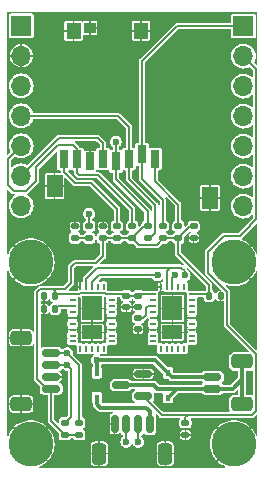
<source format=gbr>
%TF.GenerationSoftware,KiCad,Pcbnew,(6.0.7)*%
%TF.CreationDate,2022-10-21T23:48:18+08:00*%
%TF.ProjectId,pcb_rear,7063625f-7265-4617-922e-6b696361645f,rev?*%
%TF.SameCoordinates,Original*%
%TF.FileFunction,Copper,L1,Top*%
%TF.FilePolarity,Positive*%
%FSLAX46Y46*%
G04 Gerber Fmt 4.6, Leading zero omitted, Abs format (unit mm)*
G04 Created by KiCad (PCBNEW (6.0.7)) date 2022-10-21 23:48:18*
%MOMM*%
%LPD*%
G01*
G04 APERTURE LIST*
G04 Aperture macros list*
%AMRoundRect*
0 Rectangle with rounded corners*
0 $1 Rounding radius*
0 $2 $3 $4 $5 $6 $7 $8 $9 X,Y pos of 4 corners*
0 Add a 4 corners polygon primitive as box body*
4,1,4,$2,$3,$4,$5,$6,$7,$8,$9,$2,$3,0*
0 Add four circle primitives for the rounded corners*
1,1,$1+$1,$2,$3*
1,1,$1+$1,$4,$5*
1,1,$1+$1,$6,$7*
1,1,$1+$1,$8,$9*
0 Add four rect primitives between the rounded corners*
20,1,$1+$1,$2,$3,$4,$5,0*
20,1,$1+$1,$4,$5,$6,$7,0*
20,1,$1+$1,$6,$7,$8,$9,0*
20,1,$1+$1,$8,$9,$2,$3,0*%
G04 Aperture macros list end*
%TA.AperFunction,ComponentPad*%
%ADD10C,3.800000*%
%TD*%
%TA.AperFunction,ComponentPad*%
%ADD11R,1.700000X1.700000*%
%TD*%
%TA.AperFunction,ComponentPad*%
%ADD12O,1.700000X1.700000*%
%TD*%
%TA.AperFunction,SMDPad,CuDef*%
%ADD13R,0.500000X0.200000*%
%TD*%
%TA.AperFunction,SMDPad,CuDef*%
%ADD14R,0.200000X0.500000*%
%TD*%
%TA.AperFunction,SMDPad,CuDef*%
%ADD15R,1.690000X2.050000*%
%TD*%
%TA.AperFunction,SMDPad,CuDef*%
%ADD16R,1.690000X1.190000*%
%TD*%
%TA.AperFunction,SMDPad,CuDef*%
%ADD17R,0.450000X0.600000*%
%TD*%
%TA.AperFunction,SMDPad,CuDef*%
%ADD18RoundRect,0.135000X0.185000X-0.135000X0.185000X0.135000X-0.185000X0.135000X-0.185000X-0.135000X0*%
%TD*%
%TA.AperFunction,SMDPad,CuDef*%
%ADD19RoundRect,0.147500X-0.172500X0.147500X-0.172500X-0.147500X0.172500X-0.147500X0.172500X0.147500X0*%
%TD*%
%TA.AperFunction,SMDPad,CuDef*%
%ADD20RoundRect,0.150000X0.150000X0.625000X-0.150000X0.625000X-0.150000X-0.625000X0.150000X-0.625000X0*%
%TD*%
%TA.AperFunction,SMDPad,CuDef*%
%ADD21RoundRect,0.250000X0.350000X0.650000X-0.350000X0.650000X-0.350000X-0.650000X0.350000X-0.650000X0*%
%TD*%
%TA.AperFunction,SMDPad,CuDef*%
%ADD22RoundRect,0.140000X0.170000X-0.140000X0.170000X0.140000X-0.170000X0.140000X-0.170000X-0.140000X0*%
%TD*%
%TA.AperFunction,SMDPad,CuDef*%
%ADD23RoundRect,0.140000X0.140000X0.170000X-0.140000X0.170000X-0.140000X-0.170000X0.140000X-0.170000X0*%
%TD*%
%TA.AperFunction,SMDPad,CuDef*%
%ADD24R,1.300000X1.400000*%
%TD*%
%TA.AperFunction,SMDPad,CuDef*%
%ADD25R,1.000000X0.950000*%
%TD*%
%TA.AperFunction,SMDPad,CuDef*%
%ADD26R,1.400000X1.900000*%
%TD*%
%TA.AperFunction,SMDPad,CuDef*%
%ADD27R,0.800000X1.500000*%
%TD*%
%TA.AperFunction,SMDPad,CuDef*%
%ADD28RoundRect,0.150000X-0.625000X0.150000X-0.625000X-0.150000X0.625000X-0.150000X0.625000X0.150000X0*%
%TD*%
%TA.AperFunction,SMDPad,CuDef*%
%ADD29RoundRect,0.250000X-0.650000X0.350000X-0.650000X-0.350000X0.650000X-0.350000X0.650000X0.350000X0*%
%TD*%
%TA.AperFunction,SMDPad,CuDef*%
%ADD30RoundRect,0.150000X0.587500X0.150000X-0.587500X0.150000X-0.587500X-0.150000X0.587500X-0.150000X0*%
%TD*%
%TA.AperFunction,SMDPad,CuDef*%
%ADD31RoundRect,0.135000X-0.185000X0.135000X-0.185000X-0.135000X0.185000X-0.135000X0.185000X0.135000X0*%
%TD*%
%TA.AperFunction,SMDPad,CuDef*%
%ADD32RoundRect,0.150000X0.625000X-0.150000X0.625000X0.150000X-0.625000X0.150000X-0.625000X-0.150000X0*%
%TD*%
%TA.AperFunction,SMDPad,CuDef*%
%ADD33RoundRect,0.250000X0.650000X-0.350000X0.650000X0.350000X-0.650000X0.350000X-0.650000X-0.350000X0*%
%TD*%
%TA.AperFunction,SMDPad,CuDef*%
%ADD34RoundRect,0.140000X-0.140000X-0.170000X0.140000X-0.170000X0.140000X0.170000X-0.140000X0.170000X0*%
%TD*%
%TA.AperFunction,SMDPad,CuDef*%
%ADD35RoundRect,0.140000X-0.170000X0.140000X-0.170000X-0.140000X0.170000X-0.140000X0.170000X0.140000X0*%
%TD*%
%TA.AperFunction,ViaPad*%
%ADD36C,0.600000*%
%TD*%
%TA.AperFunction,Conductor*%
%ADD37C,0.130000*%
%TD*%
%TA.AperFunction,Conductor*%
%ADD38C,0.300000*%
%TD*%
G04 APERTURE END LIST*
D10*
%TO.P,H1,1,1*%
%TO.N,GND*%
X-8600000Y-12400000D03*
%TD*%
D11*
%TO.P,J1,1,Pin_1*%
%TO.N,+5V*%
X-9400000Y7620000D03*
D12*
%TO.P,J1,2,Pin_2*%
%TO.N,GND*%
X-9400000Y5080000D03*
%TO.P,J1,3,Pin_3*%
%TO.N,+3.3V*%
X-9400000Y2540000D03*
%TO.P,J1,4,Pin_4*%
%TO.N,/MOSI*%
X-9400000Y0D03*
%TO.P,J1,5,Pin_5*%
%TO.N,/MISO*%
X-9400000Y-2540000D03*
%TO.P,J1,6,Pin_6*%
%TO.N,/SCK*%
X-9400000Y-5080000D03*
%TO.P,J1,7,Pin_7*%
%TO.N,/TX*%
X-9400000Y-7620000D03*
%TD*%
D11*
%TO.P,J2,1,Pin_1*%
%TO.N,/D0*%
X9400000Y7600000D03*
D12*
%TO.P,J2,2,Pin_2*%
%TO.N,/D1*%
X9400000Y5060000D03*
%TO.P,J2,3,Pin_3*%
%TO.N,/P2*%
X9400000Y2520000D03*
%TO.P,J2,4,Pin_4*%
%TO.N,/P3*%
X9400000Y-20000D03*
%TO.P,J2,5,Pin_5*%
%TO.N,/SDA*%
X9400000Y-2560000D03*
%TO.P,J2,6,Pin_6*%
%TO.N,/SCL*%
X9400000Y-5100000D03*
%TO.P,J2,7,Pin_7*%
%TO.N,/RX*%
X9400000Y-7640000D03*
%TD*%
D13*
%TO.P,U1,1,VCC*%
%TO.N,+3.3V*%
X-5045000Y-15100000D03*
%TO.P,U1,2*%
%TO.N,N/C*%
X-5045000Y-15600000D03*
%TO.P,U1,3,CAP*%
%TO.N,Net-(C2-Pad2)*%
X-5045000Y-16100000D03*
%TO.P,U1,4*%
%TO.N,N/C*%
X-5045000Y-16600000D03*
%TO.P,U1,5,GND*%
%TO.N,GND*%
X-5045000Y-17100000D03*
%TO.P,U1,6*%
%TO.N,N/C*%
X-5045000Y-17600000D03*
%TO.P,U1,7,GND*%
%TO.N,GND*%
X-5045000Y-18100000D03*
%TO.P,U1,8*%
%TO.N,N/C*%
X-5045000Y-18600000D03*
%TO.P,U1,9*%
X-5045000Y-19100000D03*
D14*
%TO.P,U1,10*%
X-4400000Y-19725000D03*
%TO.P,U1,11*%
X-3900000Y-19725000D03*
%TO.P,U1,12*%
X-3400000Y-19725000D03*
%TO.P,U1,13*%
X-2900000Y-19725000D03*
%TO.P,U1,14*%
X-2400000Y-19725000D03*
D13*
%TO.P,U1,15*%
X-1755000Y-19100000D03*
%TO.P,U1,16*%
X-1755000Y-18600000D03*
%TO.P,U1,17,GND*%
%TO.N,GND*%
X-1755000Y-18100000D03*
%TO.P,U1,18*%
%TO.N,N/C*%
X-1755000Y-17600000D03*
%TO.P,U1,19,GND*%
%TO.N,GND*%
X-1755000Y-17100000D03*
%TO.P,U1,20*%
%TO.N,N/C*%
X-1755000Y-16600000D03*
%TO.P,U1,21,CLK*%
%TO.N,unconnected-(U1-Pad21)*%
X-1755000Y-16100000D03*
%TO.P,U1,22*%
%TO.N,N/C*%
X-1755000Y-15600000D03*
%TO.P,U1,23,CS*%
%TO.N,+3.3V*%
X-1755000Y-15100000D03*
D14*
%TO.P,U1,24,SYNC*%
%TO.N,unconnected-(U1-Pad24)*%
X-2400000Y-14475000D03*
%TO.P,U1,25,INT*%
%TO.N,unconnected-(U1-Pad25)*%
X-2900000Y-14475000D03*
%TO.P,U1,26,SDA*%
%TO.N,/SDA*%
X-3400000Y-14475000D03*
%TO.P,U1,27,SCL*%
%TO.N,/SCL*%
X-3900000Y-14475000D03*
%TO.P,U1,28,GND*%
%TO.N,GND*%
X-4400000Y-14475000D03*
D15*
%TO.P,U1,29,GND*%
X-3400000Y-16300000D03*
D16*
%TO.P,U1,30,GND*%
X-3400000Y-18330000D03*
%TD*%
D17*
%TO.P,D2,1,K*%
%TO.N,+5V*%
X3000000Y-21750000D03*
%TO.P,D2,2,A*%
%TO.N,Net-(D2-Pad2)*%
X3000000Y-23850000D03*
%TD*%
D18*
%TO.P,R2,1*%
%TO.N,+3.3V*%
X2600000Y-10360000D03*
%TO.P,R2,2*%
%TO.N,/D0*%
X2600000Y-9340000D03*
%TD*%
D10*
%TO.P,H2,1,1*%
%TO.N,GND*%
X8600000Y-12400000D03*
%TD*%
D18*
%TO.P,R8,1*%
%TO.N,GND*%
X4500000Y-27010000D03*
%TO.P,R8,2*%
%TO.N,/D1*%
X4500000Y-25990000D03*
%TD*%
D19*
%TO.P,D3,1,K*%
%TO.N,GND*%
X-4850000Y-9365000D03*
%TO.P,D3,2,A*%
%TO.N,Net-(R9-Pad1)*%
X-4850000Y-10335000D03*
%TD*%
D20*
%TO.P,J3,1,Pin_1*%
%TO.N,Net-(D1-Pad1)*%
X1500000Y-26075000D03*
%TO.P,J3,2,Pin_2*%
%TO.N,/RX*%
X500000Y-26075000D03*
%TO.P,J3,3,Pin_3*%
%TO.N,/TX*%
X-500000Y-26075000D03*
%TO.P,J3,4,Pin_4*%
%TO.N,GND*%
X-1500000Y-26075000D03*
D21*
%TO.P,J3,MP,MountPin*%
X2800000Y-28600000D03*
X-2800000Y-28600000D03*
%TD*%
D10*
%TO.P,H4,1,1*%
%TO.N,GND*%
X-8600000Y-27800000D03*
%TD*%
D22*
%TO.P,C8,1*%
%TO.N,GND*%
X5200000Y-10330000D03*
%TO.P,C8,2*%
%TO.N,+3.3V*%
X5200000Y-9370000D03*
%TD*%
D23*
%TO.P,C7,1*%
%TO.N,GND*%
X7480000Y-15250000D03*
%TO.P,C7,2*%
%TO.N,+3.3V*%
X6520000Y-15250000D03*
%TD*%
D24*
%TO.P,J8,MP1,MP1*%
%TO.N,GND*%
X-4975000Y7199000D03*
D25*
%TO.P,J8,MP2,MP2*%
X-3585000Y7425000D03*
D24*
%TO.P,J8,MP3,MP3*%
X725000Y7199000D03*
D26*
%TO.P,J8,MP4,MP4*%
X-6575000Y-5950000D03*
%TO.P,J8,MP5,MP5*%
X6575000Y-6950000D03*
D27*
%TO.P,J8,P1,DAT2*%
%TO.N,Net-(J8-PadP1)*%
X1915000Y-3661000D03*
%TO.P,J8,P2,CD/DAT3*%
%TO.N,/D0*%
X815000Y-3261000D03*
%TO.P,J8,P3,CMD*%
%TO.N,/MOSI*%
X-285000Y-3661000D03*
%TO.P,J8,P4,VDD*%
%TO.N,+3.3V*%
X-1385000Y-3861000D03*
%TO.P,J8,P5,CLK*%
%TO.N,/SCK*%
X-2485000Y-3661000D03*
%TO.P,J8,P6,VSS*%
%TO.N,GND*%
X-3585000Y-3861000D03*
%TO.P,J8,P7,DAT0*%
%TO.N,/MISO*%
X-4685000Y-3661000D03*
%TO.P,J8,P8,DAT1*%
%TO.N,Net-(J8-PadP8)*%
X-5785000Y-3661000D03*
%TD*%
D28*
%TO.P,J5,1,Pin_1*%
%TO.N,+5V*%
X6775000Y-22100000D03*
%TO.P,J5,2,Pin_2*%
%TO.N,Net-(D2-Pad2)*%
X6775000Y-23100000D03*
D29*
%TO.P,J5,MP,MountPin*%
X9300000Y-24400000D03*
X9300000Y-20800000D03*
%TD*%
D22*
%TO.P,C5,1*%
%TO.N,GND*%
X500000Y-18080000D03*
%TO.P,C5,2*%
%TO.N,Net-(C5-Pad2)*%
X500000Y-17120000D03*
%TD*%
D30*
%TO.P,Q1,1*%
%TO.N,/D1*%
X937500Y-23750000D03*
%TO.P,Q1,2*%
%TO.N,GND*%
X937500Y-21850000D03*
%TO.P,Q1,3*%
%TO.N,Net-(D2-Pad2)*%
X-937500Y-22800000D03*
%TD*%
D18*
%TO.P,R5,1*%
%TO.N,+3.3V*%
X-1300000Y-10360000D03*
%TO.P,R5,2*%
%TO.N,Net-(J8-PadP8)*%
X-1300000Y-9340000D03*
%TD*%
D22*
%TO.P,C3,1*%
%TO.N,GND*%
X-500000Y-16180000D03*
%TO.P,C3,2*%
%TO.N,+3.3V*%
X-500000Y-15220000D03*
%TD*%
D17*
%TO.P,D1,1,K*%
%TO.N,Net-(D1-Pad1)*%
X-3000000Y-23850000D03*
%TO.P,D1,2,A*%
%TO.N,+5V*%
X-3000000Y-21750000D03*
%TD*%
D31*
%TO.P,R7,1*%
%TO.N,/SCL*%
X-4500000Y-25990000D03*
%TO.P,R7,2*%
%TO.N,+3.3V*%
X-4500000Y-27010000D03*
%TD*%
%TO.P,R6,1*%
%TO.N,/SDA*%
X-5700000Y-25990000D03*
%TO.P,R6,2*%
%TO.N,+3.3V*%
X-5700000Y-27010000D03*
%TD*%
D10*
%TO.P,H3,1,1*%
%TO.N,GND*%
X8600000Y-27800000D03*
%TD*%
D32*
%TO.P,J4,1,Pin_1*%
%TO.N,+3.3V*%
X-6875000Y-23100000D03*
%TO.P,J4,2,Pin_2*%
%TO.N,GND*%
X-6875000Y-22100000D03*
%TO.P,J4,3,Pin_3*%
%TO.N,/SDA*%
X-6875000Y-21100000D03*
%TO.P,J4,4,Pin_4*%
%TO.N,/SCL*%
X-6875000Y-20100000D03*
D33*
%TO.P,J4,MP,MountPin*%
%TO.N,GND*%
X-9400000Y-24400000D03*
X-9400000Y-18800000D03*
%TD*%
D18*
%TO.P,R9,1*%
%TO.N,Net-(R9-Pad1)*%
X-3650000Y-10360000D03*
%TO.P,R9,2*%
%TO.N,+5V*%
X-3650000Y-9340000D03*
%TD*%
D34*
%TO.P,C1,1*%
%TO.N,GND*%
X-7480000Y-15250000D03*
%TO.P,C1,2*%
%TO.N,+3.3V*%
X-6520000Y-15250000D03*
%TD*%
D18*
%TO.P,R1,1*%
%TO.N,+3.3V*%
X3900000Y-10360000D03*
%TO.P,R1,2*%
%TO.N,Net-(J8-PadP1)*%
X3900000Y-9340000D03*
%TD*%
D31*
%TO.P,R3,1*%
%TO.N,+3.3V*%
X1300000Y-9340000D03*
%TO.P,R3,2*%
%TO.N,/MOSI*%
X1300000Y-10360000D03*
%TD*%
D22*
%TO.P,C6,1*%
%TO.N,GND*%
X500000Y-16180000D03*
%TO.P,C6,2*%
%TO.N,+3.3V*%
X500000Y-15220000D03*
%TD*%
D13*
%TO.P,U2,1,VCC*%
%TO.N,+3.3V*%
X1755000Y-15100000D03*
%TO.P,U2,2*%
%TO.N,N/C*%
X1755000Y-15600000D03*
%TO.P,U2,3,CAP*%
%TO.N,Net-(C5-Pad2)*%
X1755000Y-16100000D03*
%TO.P,U2,4*%
%TO.N,N/C*%
X1755000Y-16600000D03*
%TO.P,U2,5,GND*%
%TO.N,GND*%
X1755000Y-17100000D03*
%TO.P,U2,6*%
%TO.N,N/C*%
X1755000Y-17600000D03*
%TO.P,U2,7,GND*%
%TO.N,GND*%
X1755000Y-18100000D03*
%TO.P,U2,8*%
%TO.N,N/C*%
X1755000Y-18600000D03*
%TO.P,U2,9*%
X1755000Y-19100000D03*
D14*
%TO.P,U2,10*%
X2400000Y-19725000D03*
%TO.P,U2,11*%
X2900000Y-19725000D03*
%TO.P,U2,12*%
X3400000Y-19725000D03*
%TO.P,U2,13*%
X3900000Y-19725000D03*
%TO.P,U2,14*%
X4400000Y-19725000D03*
D13*
%TO.P,U2,15*%
X5045000Y-19100000D03*
%TO.P,U2,16*%
X5045000Y-18600000D03*
%TO.P,U2,17,GND*%
%TO.N,GND*%
X5045000Y-18100000D03*
%TO.P,U2,18*%
%TO.N,N/C*%
X5045000Y-17600000D03*
%TO.P,U2,19,GND*%
%TO.N,GND*%
X5045000Y-17100000D03*
%TO.P,U2,20*%
%TO.N,N/C*%
X5045000Y-16600000D03*
%TO.P,U2,21,CLK*%
%TO.N,unconnected-(U2-Pad21)*%
X5045000Y-16100000D03*
%TO.P,U2,22*%
%TO.N,N/C*%
X5045000Y-15600000D03*
%TO.P,U2,23,CS*%
%TO.N,+3.3V*%
X5045000Y-15100000D03*
D14*
%TO.P,U2,24,SYNC*%
%TO.N,unconnected-(U2-Pad24)*%
X4400000Y-14475000D03*
%TO.P,U2,25,INT*%
%TO.N,unconnected-(U2-Pad25)*%
X3900000Y-14475000D03*
%TO.P,U2,26,SDA*%
%TO.N,/SDA*%
X3400000Y-14475000D03*
%TO.P,U2,27,SCL*%
%TO.N,/SCL*%
X2900000Y-14475000D03*
%TO.P,U2,28,GND*%
%TO.N,GND*%
X2400000Y-14475000D03*
D15*
%TO.P,U2,29,GND*%
X3400000Y-16300000D03*
D16*
%TO.P,U2,30,GND*%
X3400000Y-18330000D03*
%TD*%
D34*
%TO.P,C2,1*%
%TO.N,GND*%
X-7480000Y-16350000D03*
%TO.P,C2,2*%
%TO.N,Net-(C2-Pad2)*%
X-6520000Y-16350000D03*
%TD*%
D35*
%TO.P,C4,1*%
%TO.N,GND*%
X-2500000Y-9370000D03*
%TO.P,C4,2*%
%TO.N,+3.3V*%
X-2500000Y-10330000D03*
%TD*%
D18*
%TO.P,R4,1*%
%TO.N,+3.3V*%
X0Y-10360000D03*
%TO.P,R4,2*%
%TO.N,/MISO*%
X0Y-9340000D03*
%TD*%
D36*
%TO.N,GND*%
X-6000000Y-24600000D03*
X-3500000Y-2464500D03*
X-4600000Y-13050000D03*
%TO.N,/SDA*%
X2150000Y-13500000D03*
X-5500000Y-21100000D03*
X3600000Y-13500000D03*
%TO.N,/SCL*%
X-5500000Y-20100000D03*
X4435500Y-13500000D03*
%TO.N,+5V*%
X-3000000Y-20700000D03*
X-3650000Y-8300000D03*
%TO.N,+3.3V*%
X-1400000Y-2200000D03*
%TO.N,/TX*%
X-500000Y-27600000D03*
%TO.N,/RX*%
X500000Y-27600000D03*
%TD*%
D37*
%TO.N,GND*%
X-3585000Y-3861000D02*
X-3585000Y-2549500D01*
X-3585000Y-2549500D02*
X-3500000Y-2464500D01*
X-4400000Y-14475000D02*
X-4400000Y-13750000D01*
X-6875000Y-22100000D02*
X-6513101Y-22100000D01*
X-4600000Y-13050000D02*
X-4600000Y-13550000D01*
X-4600000Y-13550000D02*
X-4400000Y-13750000D01*
%TO.N,/SDA*%
X3400000Y-13700000D02*
X3600000Y-13500000D01*
X-5200000Y-25490000D02*
X-5700000Y-25990000D01*
X-5500000Y-21100000D02*
X-5200000Y-21400000D01*
X-5200000Y-21400000D02*
X-5200000Y-25490000D01*
X-3400000Y-14475000D02*
X-3400000Y-14095000D01*
X-2805000Y-13500000D02*
X2150000Y-13500000D01*
X3400000Y-14475000D02*
X3400000Y-13700000D01*
X-6875000Y-21100000D02*
X-5500000Y-21100000D01*
X-3400000Y-14095000D02*
X-2805000Y-13500000D01*
%TO.N,/SCL*%
X-3900000Y-13800000D02*
X-2950000Y-12850000D01*
X2900000Y-13175000D02*
X3225000Y-12850000D01*
X4435500Y-13160500D02*
X4435500Y-13500000D01*
X2900000Y-14475000D02*
X2900000Y-13175000D01*
X-5500000Y-20100000D02*
X-4500000Y-21100000D01*
X-3900000Y-14475000D02*
X-3900000Y-13800000D01*
X-6875000Y-20100000D02*
X-5500000Y-20100000D01*
X4125000Y-12850000D02*
X4435500Y-13160500D01*
X3700000Y-12850000D02*
X4125000Y-12850000D01*
X-2950000Y-12850000D02*
X3700000Y-12850000D01*
X3225000Y-12850000D02*
X3700000Y-12850000D01*
X-4500000Y-21100000D02*
X-4500000Y-25990000D01*
D38*
%TO.N,+5V*%
X3350000Y-22100000D02*
X3000000Y-21750000D01*
D37*
X-3650000Y-9340000D02*
X-3650000Y-8300000D01*
D38*
X6775000Y-22100000D02*
X3350000Y-22100000D01*
X-3000000Y-21750000D02*
X-3000000Y-20700000D01*
X1950000Y-20700000D02*
X-3000000Y-20700000D01*
X1950000Y-20700000D02*
X3000000Y-21750000D01*
D37*
%TO.N,+3.3V*%
X-1385000Y-3861000D02*
X-1385000Y-5390000D01*
X-5850000Y-15100000D02*
X-6370000Y-15100000D01*
X-1385000Y-5390000D02*
X1300000Y-8075000D01*
X-6875000Y-23100000D02*
X-6875000Y-25835000D01*
X-4500000Y-12450000D02*
X-4850000Y-12450000D01*
X5045000Y-15100000D02*
X6370000Y-15100000D01*
X620000Y-15100000D02*
X1755000Y-15100000D01*
X0Y-10360000D02*
X540000Y-10900000D01*
X6370000Y-15100000D02*
X6520000Y-15250000D01*
X-4550000Y-15100000D02*
X-5045000Y-15100000D01*
X-4850000Y-12450000D02*
X-5200000Y-12800000D01*
X500000Y-15220000D02*
X620000Y-15100000D01*
X-6370000Y-15100000D02*
X-6520000Y-15250000D01*
X-4460000Y-15010000D02*
X-4550000Y-15100000D01*
X-1385000Y-2215000D02*
X-1400000Y-2200000D01*
X-4500000Y-27010000D02*
X-5700000Y-27010000D01*
X540000Y-10900000D02*
X2060000Y-10900000D01*
X5200000Y-9370000D02*
X4890000Y-9370000D01*
X-6520000Y-14855000D02*
X-6700000Y-14675000D01*
X-5045000Y-15100000D02*
X-5850000Y-15100000D01*
X-3050000Y-12450000D02*
X-4500000Y-12450000D01*
X-7236899Y-23100000D02*
X-6875000Y-23100000D01*
X-2340000Y-15010000D02*
X-4460000Y-15010000D01*
X-500000Y-15220000D02*
X-620000Y-15100000D01*
X-6700000Y-14675000D02*
X-5725000Y-14675000D01*
X-6875000Y-25835000D02*
X-5700000Y-27010000D01*
X-5725000Y-14675000D02*
X-5200000Y-14150000D01*
X-2500000Y-10330000D02*
X-1330000Y-10330000D01*
X-1300000Y-10360000D02*
X0Y-10360000D01*
X-6520000Y-15250000D02*
X-6520000Y-14855000D01*
X6520000Y-14320000D02*
X6520000Y-15250000D01*
X-8025000Y-14912244D02*
X-8025000Y-22311899D01*
X-1755000Y-15100000D02*
X-2250000Y-15100000D01*
X-2250000Y-15100000D02*
X-2340000Y-15010000D01*
X-1330000Y-10330000D02*
X-1300000Y-10360000D01*
X-3000000Y-12400000D02*
X-3050000Y-12450000D01*
X1300000Y-8075000D02*
X1300000Y-9340000D01*
X3900000Y-11700000D02*
X6520000Y-14320000D01*
X-6700000Y-14675000D02*
X-7787756Y-14675000D01*
X-8025000Y-22311899D02*
X-7236899Y-23100000D01*
X1020000Y-9340000D02*
X0Y-10360000D01*
X-2500000Y-10330000D02*
X-2500000Y-11100000D01*
X-2500000Y-11100000D02*
X-2500000Y-11900000D01*
X4890000Y-9370000D02*
X3900000Y-10360000D01*
X3900000Y-10360000D02*
X3900000Y-11700000D01*
X-5200000Y-12800000D02*
X-5200000Y-14100000D01*
X2600000Y-10360000D02*
X3900000Y-10360000D01*
X-7787756Y-14675000D02*
X-8025000Y-14912244D01*
X2060000Y-10900000D02*
X2600000Y-10360000D01*
X500000Y-15220000D02*
X-500000Y-15220000D01*
X-620000Y-15100000D02*
X-1755000Y-15100000D01*
X1300000Y-9340000D02*
X1020000Y-9340000D01*
X-5200000Y-14100000D02*
X-5200000Y-14150000D01*
X-2500000Y-11900000D02*
X-3000000Y-12400000D01*
X-1385000Y-3861000D02*
X-1385000Y-2215000D01*
D38*
%TO.N,Net-(D2-Pad2)*%
X1800000Y-22800000D02*
X2100000Y-23100000D01*
X3750000Y-23100000D02*
X3675000Y-23175000D01*
X4200000Y-23100000D02*
X3750000Y-23100000D01*
X3675000Y-23175000D02*
X3000000Y-23850000D01*
X2100000Y-23100000D02*
X4200000Y-23100000D01*
X-937500Y-22800000D02*
X1800000Y-22800000D01*
X6775000Y-23100000D02*
X8500000Y-23100000D01*
X8500000Y-23100000D02*
X9300000Y-22300000D01*
X9300000Y-20800000D02*
X9300000Y-22300000D01*
X6775000Y-23100000D02*
X4200000Y-23100000D01*
X9300000Y-22300000D02*
X9300000Y-24400000D01*
D37*
%TO.N,/MOSI*%
X-9400000Y0D02*
X-1200000Y0D01*
X-285000Y-5315000D02*
X1950000Y-7550000D01*
X-1200000Y0D02*
X-285000Y-915000D01*
X-285000Y-3661000D02*
X-285000Y-5315000D01*
X1540000Y-10360000D02*
X1300000Y-10360000D01*
X1950000Y-9950000D02*
X1540000Y-10360000D01*
X1950000Y-7550000D02*
X1950000Y-9950000D01*
X-285000Y-915000D02*
X-285000Y-3661000D01*
%TO.N,/MISO*%
X-4685000Y-2815000D02*
X-5000000Y-2500000D01*
X-4685000Y-4815000D02*
X-4685000Y-3661000D01*
X-6300000Y-2500000D02*
X-8175000Y-4375000D01*
X-8175000Y-4375000D02*
X-8175000Y-5525000D01*
X-9400000Y-2540000D02*
X-10535000Y-3675000D01*
X-9000000Y-6350000D02*
X-8175000Y-5525000D01*
X-4685000Y-3661000D02*
X-4685000Y-2815000D01*
X-4480000Y-5020000D02*
X-4685000Y-4815000D01*
X0Y-7916690D02*
X-2896690Y-5020000D01*
X-10535000Y-5865000D02*
X-10050000Y-6350000D01*
X-10050000Y-6350000D02*
X-9000000Y-6350000D01*
X0Y-9340000D02*
X0Y-7916690D01*
X-2896690Y-5020000D02*
X-4480000Y-5020000D01*
X-10535000Y-3675000D02*
X-10535000Y-5865000D01*
X-5000000Y-2500000D02*
X-6300000Y-2500000D01*
%TO.N,/SCK*%
X-2900000Y-1900000D02*
X-2485000Y-2315000D01*
X-9400000Y-5080000D02*
X-6220000Y-1900000D01*
X-2485000Y-2315000D02*
X-2485000Y-3661000D01*
X-6220000Y-1900000D02*
X-2900000Y-1900000D01*
%TO.N,/TX*%
X-500000Y-26075000D02*
X-500000Y-27600000D01*
%TO.N,/D0*%
X815000Y-3261000D02*
X815000Y-5365000D01*
X3800000Y7600000D02*
X815000Y4615000D01*
X815000Y4615000D02*
X815000Y-3261000D01*
X2600000Y-7150000D02*
X2600000Y-9340000D01*
X815000Y-5365000D02*
X2600000Y-7150000D01*
X9400000Y7600000D02*
X3800000Y7600000D01*
%TO.N,/D1*%
X8025000Y-14886773D02*
X8025000Y-17695000D01*
X10128320Y-25300000D02*
X4700000Y-25300000D01*
X937500Y-23750000D02*
X2368750Y-25181250D01*
X4500000Y-25990000D02*
X4500000Y-25500000D01*
X10000000Y-9250000D02*
X10000000Y-9300000D01*
X4700000Y-25300000D02*
X2487500Y-25300000D01*
X10465000Y-20135000D02*
X10465000Y-24963320D01*
X10515000Y-8735000D02*
X10000000Y-9250000D01*
X9100000Y-10200000D02*
X7738228Y-10200000D01*
X10465000Y-24963320D02*
X10128320Y-25300000D01*
X6435000Y-11503227D02*
X6435000Y-13296773D01*
X10515000Y3945000D02*
X10515000Y-8735000D01*
X7738228Y-10200000D02*
X6435000Y-11503227D01*
X10000000Y-9300000D02*
X9100000Y-10200000D01*
X6435000Y-13296773D02*
X8025000Y-14886773D01*
X9400000Y5060000D02*
X10515000Y3945000D01*
X8025000Y-17695000D02*
X10465000Y-20135000D01*
X2487500Y-25300000D02*
X2368750Y-25181250D01*
X4500000Y-25500000D02*
X4700000Y-25300000D01*
%TO.N,Net-(C2-Pad2)*%
X-5045000Y-16100000D02*
X-6270000Y-16100000D01*
X-6270000Y-16100000D02*
X-6520000Y-16350000D01*
%TO.N,/RX*%
X500000Y-26075000D02*
X500000Y-27600000D01*
%TO.N,Net-(C5-Pad2)*%
X1150000Y-16900000D02*
X1150000Y-16300000D01*
X500000Y-17120000D02*
X930000Y-17120000D01*
X930000Y-17120000D02*
X1150000Y-16900000D01*
X1350000Y-16100000D02*
X1150000Y-16300000D01*
X1755000Y-16100000D02*
X1350000Y-16100000D01*
D38*
%TO.N,Net-(D1-Pad1)*%
X-2700000Y-24700000D02*
X-3000000Y-24400000D01*
X1500000Y-26075000D02*
X1500000Y-25000000D01*
X-3000000Y-24400000D02*
X-3000000Y-23850000D01*
X1500000Y-25000000D02*
X1200000Y-24700000D01*
X1200000Y-24700000D02*
X-2700000Y-24700000D01*
D37*
%TO.N,Net-(J8-PadP1)*%
X1915000Y-5540000D02*
X3900000Y-7525000D01*
X1915000Y-3661000D02*
X1915000Y-5540000D01*
X3900000Y-7525000D02*
X3900000Y-9340000D01*
%TO.N,Net-(J8-PadP8)*%
X-4812500Y-5687500D02*
X-3462500Y-5687500D01*
X-1275000Y-9315000D02*
X-1300000Y-9340000D01*
X-1275000Y-7875000D02*
X-1275000Y-9315000D01*
X-5785000Y-3661000D02*
X-5785000Y-4715000D01*
X-3462500Y-5687500D02*
X-1275000Y-7875000D01*
X-5785000Y-4715000D02*
X-4812500Y-5687500D01*
%TO.N,Net-(R9-Pad1)*%
X-4825000Y-10360000D02*
X-4850000Y-10335000D01*
X-3650000Y-10360000D02*
X-4825000Y-10360000D01*
%TD*%
%TA.AperFunction,Conductor*%
%TO.N,GND*%
G36*
X10581194Y8781194D02*
G01*
X10599500Y8737000D01*
X10599500Y4386861D01*
X10581194Y4342667D01*
X10537000Y4324361D01*
X10492806Y4342667D01*
X10448613Y4386861D01*
X10340205Y4495269D01*
X10321899Y4539463D01*
X10330055Y4570334D01*
X10344003Y4594887D01*
X10364323Y4630656D01*
X10429351Y4826137D01*
X10434328Y4865529D01*
X10454951Y5028784D01*
X10454951Y5028785D01*
X10455171Y5030526D01*
X10455583Y5060000D01*
X10455414Y5061720D01*
X10455414Y5061729D01*
X10435778Y5261990D01*
X10435480Y5265030D01*
X10375935Y5462251D01*
X10331033Y5546699D01*
X10280653Y5641453D01*
X10280651Y5641456D01*
X10279218Y5644151D01*
X10149011Y5803800D01*
X9990275Y5935118D01*
X9809055Y6033103D01*
X9740604Y6054292D01*
X9615169Y6093121D01*
X9615166Y6093122D01*
X9612254Y6094023D01*
X9609221Y6094342D01*
X9609220Y6094342D01*
X9556660Y6099866D01*
X9407369Y6115557D01*
X9404336Y6115281D01*
X9404332Y6115281D01*
X9291436Y6105007D01*
X9202203Y6096886D01*
X9199270Y6096023D01*
X9199266Y6096022D01*
X9057481Y6054292D01*
X9004572Y6038720D01*
X8822002Y5943274D01*
X8661447Y5814185D01*
X8529024Y5656370D01*
X8429776Y5475838D01*
X8367484Y5279468D01*
X8367143Y5276430D01*
X8367143Y5276429D01*
X8353529Y5155052D01*
X8344520Y5074738D01*
X8345758Y5060000D01*
X8359207Y4899843D01*
X8361759Y4869447D01*
X8418544Y4671414D01*
X8512712Y4488182D01*
X8640677Y4326730D01*
X8797564Y4193209D01*
X8977398Y4092703D01*
X8980302Y4091759D01*
X8980303Y4091759D01*
X9170416Y4029987D01*
X9170421Y4029986D01*
X9173329Y4029041D01*
X9176370Y4028678D01*
X9176372Y4028678D01*
X9238442Y4021277D01*
X9377894Y4004649D01*
X9380936Y4004883D01*
X9380939Y4004883D01*
X9580249Y4020219D01*
X9580251Y4020219D01*
X9583300Y4020454D01*
X9781725Y4075855D01*
X9784448Y4077230D01*
X9784452Y4077232D01*
X9892124Y4131621D01*
X9939825Y4135207D01*
X9964498Y4120028D01*
X10231194Y3853333D01*
X10249500Y3809139D01*
X10249500Y3313487D01*
X10231194Y3269293D01*
X10187000Y3250987D01*
X10147162Y3265330D01*
X9990275Y3395118D01*
X9809055Y3493103D01*
X9741522Y3514008D01*
X9615169Y3553121D01*
X9615166Y3553122D01*
X9612254Y3554023D01*
X9609221Y3554342D01*
X9609220Y3554342D01*
X9556660Y3559866D01*
X9407369Y3575557D01*
X9404336Y3575281D01*
X9404332Y3575281D01*
X9291436Y3565007D01*
X9202203Y3556886D01*
X9199270Y3556023D01*
X9199266Y3556022D01*
X9056516Y3514008D01*
X9004572Y3498720D01*
X8822002Y3403274D01*
X8661447Y3274185D01*
X8529024Y3116370D01*
X8468446Y3006178D01*
X8433302Y2942251D01*
X8429776Y2935838D01*
X8367484Y2739468D01*
X8367143Y2736430D01*
X8367143Y2736429D01*
X8346422Y2551691D01*
X8344520Y2534738D01*
X8348469Y2487710D01*
X8360080Y2349447D01*
X8361759Y2329447D01*
X8418544Y2131414D01*
X8512712Y1948182D01*
X8514603Y1945796D01*
X8514605Y1945793D01*
X8553759Y1896393D01*
X8640677Y1786730D01*
X8797564Y1653209D01*
X8977398Y1552703D01*
X8980302Y1551759D01*
X8980303Y1551759D01*
X9170416Y1489987D01*
X9170421Y1489986D01*
X9173329Y1489041D01*
X9176370Y1488678D01*
X9176372Y1488678D01*
X9238442Y1481277D01*
X9377894Y1464649D01*
X9380936Y1464883D01*
X9380939Y1464883D01*
X9580249Y1480219D01*
X9580251Y1480219D01*
X9583300Y1480454D01*
X9781725Y1535855D01*
X9784448Y1537230D01*
X9784452Y1537232D01*
X9962890Y1627368D01*
X9965610Y1628742D01*
X9968008Y1630615D01*
X9968012Y1630618D01*
X10093084Y1728335D01*
X10127951Y1755576D01*
X10139688Y1769173D01*
X10182421Y1790667D01*
X10227838Y1775648D01*
X10249500Y1728335D01*
X10249500Y773487D01*
X10231194Y729293D01*
X10187000Y710987D01*
X10147162Y725330D01*
X9990275Y855118D01*
X9809055Y953103D01*
X9741522Y974008D01*
X9615169Y1013121D01*
X9615166Y1013122D01*
X9612254Y1014023D01*
X9609221Y1014342D01*
X9609220Y1014342D01*
X9556660Y1019866D01*
X9407369Y1035557D01*
X9404336Y1035281D01*
X9404332Y1035281D01*
X9291436Y1025007D01*
X9202203Y1016886D01*
X9199270Y1016023D01*
X9199266Y1016022D01*
X9056516Y974008D01*
X9004572Y958720D01*
X8822002Y863274D01*
X8661447Y734185D01*
X8529024Y576370D01*
X8468446Y466178D01*
X8433302Y402251D01*
X8429776Y395838D01*
X8367484Y199468D01*
X8367143Y196430D01*
X8367143Y196429D01*
X8346422Y11691D01*
X8344520Y-5262D01*
X8344776Y-8309D01*
X8360080Y-190553D01*
X8361759Y-210553D01*
X8418544Y-408586D01*
X8512712Y-591818D01*
X8514603Y-594204D01*
X8514605Y-594207D01*
X8553759Y-643607D01*
X8640677Y-753270D01*
X8797564Y-886791D01*
X8977398Y-987297D01*
X8980302Y-988241D01*
X8980303Y-988241D01*
X9170416Y-1050013D01*
X9170421Y-1050014D01*
X9173329Y-1050959D01*
X9176370Y-1051322D01*
X9176372Y-1051322D01*
X9238442Y-1058723D01*
X9377894Y-1075351D01*
X9380936Y-1075117D01*
X9380939Y-1075117D01*
X9580249Y-1059781D01*
X9580251Y-1059781D01*
X9583300Y-1059546D01*
X9781725Y-1004145D01*
X9784448Y-1002770D01*
X9784452Y-1002768D01*
X9962890Y-912632D01*
X9965610Y-911258D01*
X9968008Y-909385D01*
X9968012Y-909382D01*
X10053014Y-842971D01*
X10127951Y-784424D01*
X10139688Y-770827D01*
X10182421Y-749333D01*
X10227838Y-764352D01*
X10249500Y-811665D01*
X10249500Y-1766513D01*
X10231194Y-1810707D01*
X10187000Y-1829013D01*
X10147162Y-1814670D01*
X9990275Y-1684882D01*
X9809055Y-1586897D01*
X9741522Y-1565992D01*
X9615169Y-1526879D01*
X9615166Y-1526878D01*
X9612254Y-1525977D01*
X9609221Y-1525658D01*
X9609220Y-1525658D01*
X9556660Y-1520134D01*
X9407369Y-1504443D01*
X9404336Y-1504719D01*
X9404332Y-1504719D01*
X9291436Y-1514993D01*
X9202203Y-1523114D01*
X9199270Y-1523977D01*
X9199266Y-1523978D01*
X9056516Y-1565992D01*
X9004572Y-1581280D01*
X8822002Y-1676726D01*
X8661447Y-1805815D01*
X8529024Y-1963630D01*
X8482568Y-2048134D01*
X8433302Y-2137749D01*
X8429776Y-2144162D01*
X8367484Y-2340532D01*
X8367143Y-2343570D01*
X8367143Y-2343571D01*
X8346422Y-2528309D01*
X8344520Y-2545262D01*
X8346895Y-2573543D01*
X8360566Y-2736345D01*
X8361759Y-2750553D01*
X8418544Y-2948586D01*
X8512712Y-3131818D01*
X8514603Y-3134204D01*
X8514605Y-3134207D01*
X8553759Y-3183607D01*
X8640677Y-3293270D01*
X8797564Y-3426791D01*
X8977398Y-3527297D01*
X8980302Y-3528241D01*
X8980303Y-3528241D01*
X9170416Y-3590013D01*
X9170421Y-3590014D01*
X9173329Y-3590959D01*
X9176370Y-3591322D01*
X9176372Y-3591322D01*
X9238442Y-3598723D01*
X9377894Y-3615351D01*
X9380936Y-3615117D01*
X9380939Y-3615117D01*
X9580249Y-3599781D01*
X9580251Y-3599781D01*
X9583300Y-3599546D01*
X9781725Y-3544145D01*
X9784448Y-3542770D01*
X9784452Y-3542768D01*
X9962890Y-3452632D01*
X9965610Y-3451258D01*
X9968008Y-3449385D01*
X9968012Y-3449382D01*
X10093084Y-3351665D01*
X10127951Y-3324424D01*
X10139688Y-3310827D01*
X10182421Y-3289333D01*
X10227838Y-3304352D01*
X10249500Y-3351665D01*
X10249500Y-4306513D01*
X10231194Y-4350707D01*
X10187000Y-4369013D01*
X10147162Y-4354670D01*
X9990275Y-4224882D01*
X9809055Y-4126897D01*
X9754143Y-4109899D01*
X9615169Y-4066879D01*
X9615166Y-4066878D01*
X9612254Y-4065977D01*
X9609221Y-4065658D01*
X9609220Y-4065658D01*
X9556660Y-4060134D01*
X9407369Y-4044443D01*
X9404336Y-4044719D01*
X9404332Y-4044719D01*
X9291436Y-4054993D01*
X9202203Y-4063114D01*
X9199270Y-4063977D01*
X9199266Y-4063978D01*
X9056506Y-4105995D01*
X9004572Y-4121280D01*
X8822002Y-4216726D01*
X8661447Y-4345815D01*
X8529024Y-4503630D01*
X8477863Y-4596692D01*
X8435363Y-4674000D01*
X8429776Y-4684162D01*
X8367484Y-4880532D01*
X8367143Y-4883570D01*
X8367143Y-4883571D01*
X8351703Y-5021227D01*
X8344520Y-5085262D01*
X8344776Y-5088309D01*
X8361436Y-5286701D01*
X8361759Y-5290553D01*
X8375608Y-5338849D01*
X8398304Y-5417999D01*
X8418544Y-5488586D01*
X8512712Y-5671818D01*
X8514603Y-5674204D01*
X8514605Y-5674207D01*
X8559800Y-5731229D01*
X8640677Y-5833270D01*
X8643007Y-5835253D01*
X8781360Y-5953000D01*
X8797564Y-5966791D01*
X8977398Y-6067297D01*
X8980302Y-6068241D01*
X8980303Y-6068241D01*
X9170416Y-6130013D01*
X9170421Y-6130014D01*
X9173329Y-6130959D01*
X9176370Y-6131322D01*
X9176372Y-6131322D01*
X9238442Y-6138723D01*
X9377894Y-6155351D01*
X9380936Y-6155117D01*
X9380939Y-6155117D01*
X9580249Y-6139781D01*
X9580251Y-6139781D01*
X9583300Y-6139546D01*
X9781725Y-6084145D01*
X9784448Y-6082770D01*
X9784452Y-6082768D01*
X9962890Y-5992632D01*
X9965610Y-5991258D01*
X9968008Y-5989385D01*
X9968012Y-5989382D01*
X10101063Y-5885431D01*
X10127951Y-5864424D01*
X10139688Y-5850827D01*
X10182421Y-5829333D01*
X10227838Y-5844352D01*
X10249500Y-5891665D01*
X10249500Y-6846513D01*
X10231194Y-6890707D01*
X10187000Y-6909013D01*
X10147162Y-6894670D01*
X9990275Y-6764882D01*
X9809055Y-6666897D01*
X9726300Y-6641280D01*
X9615169Y-6606879D01*
X9615166Y-6606878D01*
X9612254Y-6605977D01*
X9609221Y-6605658D01*
X9609220Y-6605658D01*
X9556290Y-6600095D01*
X9407369Y-6584443D01*
X9404336Y-6584719D01*
X9404332Y-6584719D01*
X9291436Y-6594993D01*
X9202203Y-6603114D01*
X9199270Y-6603977D01*
X9199266Y-6603978D01*
X9072526Y-6641280D01*
X9004572Y-6661280D01*
X8822002Y-6756726D01*
X8661447Y-6885815D01*
X8529024Y-7043630D01*
X8524180Y-7052442D01*
X8433302Y-7217749D01*
X8429776Y-7224162D01*
X8367484Y-7420532D01*
X8367143Y-7423570D01*
X8367143Y-7423571D01*
X8346422Y-7608309D01*
X8344520Y-7625262D01*
X8347435Y-7659973D01*
X8360080Y-7810553D01*
X8361759Y-7830553D01*
X8418544Y-8028586D01*
X8512712Y-8211818D01*
X8514603Y-8214204D01*
X8514605Y-8214207D01*
X8553759Y-8263607D01*
X8640677Y-8373270D01*
X8643007Y-8375253D01*
X8730062Y-8449342D01*
X8797564Y-8506791D01*
X8977398Y-8607297D01*
X8980302Y-8608241D01*
X8980303Y-8608241D01*
X9170416Y-8670013D01*
X9170421Y-8670014D01*
X9173329Y-8670959D01*
X9176370Y-8671322D01*
X9176372Y-8671322D01*
X9245344Y-8679546D01*
X9377894Y-8695351D01*
X9380936Y-8695117D01*
X9380939Y-8695117D01*
X9580249Y-8679781D01*
X9580251Y-8679781D01*
X9583300Y-8679546D01*
X9781725Y-8624145D01*
X9784448Y-8622770D01*
X9784452Y-8622768D01*
X9962890Y-8532632D01*
X9965610Y-8531258D01*
X9968008Y-8529385D01*
X9968012Y-8529382D01*
X10093214Y-8431563D01*
X10127951Y-8404424D01*
X10139688Y-8390827D01*
X10182421Y-8369333D01*
X10227838Y-8384352D01*
X10249500Y-8431665D01*
X10249500Y-8599138D01*
X10231194Y-8643332D01*
X9835107Y-9039419D01*
X9825636Y-9047192D01*
X9808585Y-9058585D01*
X9767613Y-9119905D01*
X9749905Y-9146407D01*
X9748704Y-9152446D01*
X9746598Y-9163033D01*
X9729493Y-9195034D01*
X9008332Y-9916194D01*
X8964138Y-9934500D01*
X7770535Y-9934500D01*
X7758341Y-9933299D01*
X7738228Y-9929298D01*
X7654593Y-9945935D01*
X7634635Y-9949905D01*
X7629518Y-9953324D01*
X7555739Y-10002621D01*
X7546813Y-10008585D01*
X7543393Y-10013704D01*
X7535423Y-10025632D01*
X7527650Y-10035104D01*
X6270107Y-11292646D01*
X6260636Y-11300419D01*
X6243585Y-11311812D01*
X6204237Y-11370701D01*
X6184905Y-11399634D01*
X6183705Y-11405667D01*
X6183704Y-11405669D01*
X6165499Y-11497189D01*
X6164298Y-11503227D01*
X6165499Y-11509264D01*
X6168299Y-11523340D01*
X6169500Y-11535534D01*
X6169500Y-13264466D01*
X6168299Y-13276659D01*
X6164298Y-13296773D01*
X6165499Y-13302811D01*
X6183704Y-13394331D01*
X6183705Y-13394333D01*
X6184905Y-13400366D01*
X6243585Y-13488188D01*
X6248702Y-13491607D01*
X6260636Y-13499581D01*
X6270107Y-13507354D01*
X7476035Y-14713282D01*
X7486446Y-14738416D01*
X7494441Y-14738416D01*
X7514718Y-14751965D01*
X7528119Y-14765366D01*
X7546425Y-14809560D01*
X7545000Y-14816724D01*
X7545000Y-15674569D01*
X7548641Y-15683359D01*
X7557431Y-15687000D01*
X7643227Y-15687000D01*
X7649311Y-15686401D01*
X7684807Y-15679340D01*
X7731723Y-15688672D01*
X7758299Y-15728446D01*
X7759500Y-15740639D01*
X7759500Y-17662693D01*
X7758299Y-17674886D01*
X7754298Y-17695000D01*
X7770855Y-17778231D01*
X7774905Y-17798593D01*
X7833585Y-17886415D01*
X7838702Y-17889834D01*
X7850636Y-17897808D01*
X7860107Y-17905581D01*
X9847332Y-19892806D01*
X9865638Y-19937000D01*
X9847332Y-19981194D01*
X9803138Y-19999500D01*
X8596166Y-19999500D01*
X8594710Y-19999638D01*
X8594702Y-19999638D01*
X8581058Y-20000928D01*
X8564631Y-20002481D01*
X8510824Y-20021377D01*
X8441226Y-20045817D01*
X8441224Y-20045818D01*
X8436816Y-20047366D01*
X8327850Y-20127850D01*
X8247366Y-20236816D01*
X8245818Y-20241224D01*
X8245817Y-20241226D01*
X8228388Y-20290858D01*
X8202481Y-20364631D01*
X8199500Y-20396166D01*
X8199500Y-21203834D01*
X8202481Y-21235369D01*
X8247366Y-21363184D01*
X8327850Y-21472150D01*
X8436816Y-21552634D01*
X8441224Y-21554182D01*
X8441226Y-21554183D01*
X8491194Y-21571730D01*
X8564631Y-21597519D01*
X8581058Y-21599072D01*
X8594702Y-21600362D01*
X8594710Y-21600362D01*
X8596166Y-21600500D01*
X8887000Y-21600500D01*
X8931194Y-21618806D01*
X8949500Y-21663000D01*
X8949500Y-22128930D01*
X8931194Y-22173124D01*
X8373124Y-22731194D01*
X8328930Y-22749500D01*
X7721155Y-22749500D01*
X7676999Y-22731233D01*
X7610005Y-22664355D01*
X7610003Y-22664353D01*
X7606350Y-22660707D01*
X7601712Y-22658440D01*
X7601708Y-22658437D01*
X7596936Y-22656105D01*
X7565270Y-22620251D01*
X7568231Y-22572508D01*
X7596835Y-22543852D01*
X7602220Y-22541208D01*
X7602222Y-22541207D01*
X7606855Y-22538932D01*
X7610983Y-22534797D01*
X7685645Y-22460005D01*
X7685647Y-22460003D01*
X7689293Y-22456350D01*
X7725973Y-22381311D01*
X7738405Y-22355878D01*
X7738405Y-22355877D01*
X7740536Y-22351518D01*
X7741874Y-22342350D01*
X7746773Y-22308763D01*
X7750500Y-22283218D01*
X7750500Y-21916782D01*
X7749604Y-21910691D01*
X7741065Y-21852693D01*
X7740358Y-21847888D01*
X7688932Y-21743145D01*
X7685279Y-21739498D01*
X7610005Y-21664355D01*
X7610003Y-21664353D01*
X7606350Y-21660707D01*
X7514335Y-21615729D01*
X7505878Y-21611595D01*
X7505877Y-21611595D01*
X7501518Y-21609464D01*
X7496715Y-21608763D01*
X7496714Y-21608763D01*
X7476752Y-21605851D01*
X7433218Y-21599500D01*
X6116782Y-21599500D01*
X6114535Y-21599831D01*
X6114532Y-21599831D01*
X6090338Y-21603393D01*
X6047888Y-21609642D01*
X5943145Y-21661068D01*
X5939499Y-21664720D01*
X5939498Y-21664721D01*
X5873179Y-21731156D01*
X5828946Y-21749500D01*
X3521070Y-21749500D01*
X3476876Y-21731194D01*
X3443806Y-21698124D01*
X3425500Y-21653930D01*
X3425500Y-21430252D01*
X3424782Y-21426641D01*
X3415068Y-21377805D01*
X3415067Y-21377803D01*
X3413867Y-21371769D01*
X3369552Y-21305448D01*
X3350501Y-21292718D01*
X3308347Y-21264551D01*
X3308345Y-21264550D01*
X3303231Y-21261133D01*
X3297197Y-21259933D01*
X3297195Y-21259932D01*
X3247761Y-21250099D01*
X3247758Y-21250099D01*
X3244748Y-21249500D01*
X3021070Y-21249500D01*
X2976876Y-21231194D01*
X2229002Y-20483320D01*
X2220690Y-20473028D01*
X2215628Y-20465188D01*
X2215626Y-20465185D01*
X2212825Y-20460848D01*
X2185980Y-20439685D01*
X2180479Y-20434797D01*
X2177254Y-20431572D01*
X2161711Y-20420465D01*
X2159355Y-20418696D01*
X2125246Y-20391806D01*
X2125245Y-20391805D01*
X2121189Y-20388608D01*
X2116314Y-20386896D01*
X2113445Y-20385319D01*
X2110535Y-20383893D01*
X2106331Y-20380889D01*
X2101384Y-20379410D01*
X2101381Y-20379408D01*
X2059758Y-20366961D01*
X2056956Y-20366050D01*
X2014805Y-20351247D01*
X2014796Y-20351245D01*
X2011094Y-20349945D01*
X2005956Y-20349500D01*
X2005382Y-20349500D01*
X2001051Y-20349134D01*
X1999486Y-20348936D01*
X1994536Y-20347456D01*
X1943734Y-20349452D01*
X1941280Y-20349500D01*
X-2612640Y-20349500D01*
X-2659987Y-20327798D01*
X-2664692Y-20322338D01*
X-2667600Y-20318963D01*
X-2671336Y-20316542D01*
X-2671341Y-20316537D01*
X-2736142Y-20274535D01*
X-2763271Y-20235137D01*
X-2754594Y-20188095D01*
X-2726657Y-20164839D01*
X-2721769Y-20163867D01*
X-2716649Y-20160446D01*
X-2716647Y-20160445D01*
X-2684723Y-20139114D01*
X-2637807Y-20129782D01*
X-2615277Y-20139114D01*
X-2583350Y-20160447D01*
X-2583348Y-20160448D01*
X-2578231Y-20163867D01*
X-2572197Y-20165067D01*
X-2572195Y-20165068D01*
X-2522761Y-20174901D01*
X-2522758Y-20174901D01*
X-2519748Y-20175500D01*
X-2280252Y-20175500D01*
X-2277242Y-20174901D01*
X-2277239Y-20174901D01*
X-2227805Y-20165068D01*
X-2227803Y-20165067D01*
X-2221769Y-20163867D01*
X-2216655Y-20160450D01*
X-2216653Y-20160449D01*
X-2160562Y-20122969D01*
X-2155448Y-20119552D01*
X-2111133Y-20053231D01*
X-2100472Y-19999638D01*
X-2100099Y-19997761D01*
X-2100099Y-19997758D01*
X-2099500Y-19994748D01*
X-2099500Y-19461787D01*
X-2081194Y-19417593D01*
X-2037000Y-19399287D01*
X-2030844Y-19399907D01*
X-2030814Y-19399600D01*
X-2027761Y-19399901D01*
X-2024748Y-19400500D01*
X-1485252Y-19400500D01*
X-1482242Y-19399901D01*
X-1482239Y-19399901D01*
X-1432805Y-19390068D01*
X-1432803Y-19390067D01*
X-1426769Y-19388867D01*
X-1421655Y-19385450D01*
X-1421653Y-19385449D01*
X-1365562Y-19347969D01*
X-1360448Y-19344552D01*
X-1342958Y-19318377D01*
X-1319551Y-19283347D01*
X-1319550Y-19283345D01*
X-1316133Y-19278231D01*
X-1313566Y-19265329D01*
X-1305099Y-19222761D01*
X-1305099Y-19222758D01*
X-1304500Y-19219748D01*
X1304500Y-19219748D01*
X1305099Y-19222758D01*
X1305099Y-19222761D01*
X1313567Y-19265329D01*
X1316133Y-19278231D01*
X1319550Y-19283345D01*
X1319551Y-19283347D01*
X1342958Y-19318377D01*
X1360448Y-19344552D01*
X1365562Y-19347969D01*
X1421653Y-19385449D01*
X1421655Y-19385450D01*
X1426769Y-19388867D01*
X1432803Y-19390067D01*
X1432805Y-19390068D01*
X1482239Y-19399901D01*
X1482242Y-19399901D01*
X1485252Y-19400500D01*
X2024748Y-19400500D01*
X2027761Y-19399901D01*
X2030814Y-19399600D01*
X2031031Y-19401803D01*
X2071499Y-19409671D01*
X2098246Y-19449330D01*
X2099500Y-19461787D01*
X2099500Y-19994748D01*
X2100099Y-19997758D01*
X2100099Y-19997761D01*
X2100473Y-19999638D01*
X2111133Y-20053231D01*
X2155448Y-20119552D01*
X2160562Y-20122969D01*
X2216653Y-20160449D01*
X2216655Y-20160450D01*
X2221769Y-20163867D01*
X2227803Y-20165067D01*
X2227805Y-20165068D01*
X2277239Y-20174901D01*
X2277242Y-20174901D01*
X2280252Y-20175500D01*
X2519748Y-20175500D01*
X2522758Y-20174901D01*
X2522761Y-20174901D01*
X2572195Y-20165068D01*
X2572197Y-20165067D01*
X2578231Y-20163867D01*
X2583348Y-20160448D01*
X2583350Y-20160447D01*
X2615277Y-20139114D01*
X2662193Y-20129782D01*
X2684723Y-20139114D01*
X2716650Y-20160447D01*
X2716652Y-20160448D01*
X2721769Y-20163867D01*
X2727803Y-20165067D01*
X2727805Y-20165068D01*
X2777239Y-20174901D01*
X2777242Y-20174901D01*
X2780252Y-20175500D01*
X3019748Y-20175500D01*
X3022758Y-20174901D01*
X3022761Y-20174901D01*
X3072195Y-20165068D01*
X3072197Y-20165067D01*
X3078231Y-20163867D01*
X3083348Y-20160448D01*
X3083350Y-20160447D01*
X3115277Y-20139114D01*
X3162193Y-20129782D01*
X3184723Y-20139114D01*
X3216650Y-20160447D01*
X3216652Y-20160448D01*
X3221769Y-20163867D01*
X3227803Y-20165067D01*
X3227805Y-20165068D01*
X3277239Y-20174901D01*
X3277242Y-20174901D01*
X3280252Y-20175500D01*
X3519748Y-20175500D01*
X3522758Y-20174901D01*
X3522761Y-20174901D01*
X3572195Y-20165068D01*
X3572197Y-20165067D01*
X3578231Y-20163867D01*
X3583348Y-20160448D01*
X3583350Y-20160447D01*
X3615277Y-20139114D01*
X3662193Y-20129782D01*
X3684723Y-20139114D01*
X3716650Y-20160447D01*
X3716652Y-20160448D01*
X3721769Y-20163867D01*
X3727803Y-20165067D01*
X3727805Y-20165068D01*
X3777239Y-20174901D01*
X3777242Y-20174901D01*
X3780252Y-20175500D01*
X4019748Y-20175500D01*
X4022758Y-20174901D01*
X4022761Y-20174901D01*
X4072195Y-20165068D01*
X4072197Y-20165067D01*
X4078231Y-20163867D01*
X4083348Y-20160448D01*
X4083350Y-20160447D01*
X4115277Y-20139114D01*
X4162193Y-20129782D01*
X4184723Y-20139114D01*
X4216650Y-20160447D01*
X4216652Y-20160448D01*
X4221769Y-20163867D01*
X4227803Y-20165067D01*
X4227805Y-20165068D01*
X4277239Y-20174901D01*
X4277242Y-20174901D01*
X4280252Y-20175500D01*
X4519748Y-20175500D01*
X4522758Y-20174901D01*
X4522761Y-20174901D01*
X4572195Y-20165068D01*
X4572197Y-20165067D01*
X4578231Y-20163867D01*
X4583345Y-20160450D01*
X4583347Y-20160449D01*
X4639438Y-20122969D01*
X4644552Y-20119552D01*
X4688867Y-20053231D01*
X4699528Y-19999638D01*
X4699901Y-19997761D01*
X4699901Y-19997758D01*
X4700500Y-19994748D01*
X4700500Y-19461787D01*
X4718806Y-19417593D01*
X4763000Y-19399287D01*
X4769156Y-19399907D01*
X4769186Y-19399600D01*
X4772239Y-19399901D01*
X4775252Y-19400500D01*
X5314748Y-19400500D01*
X5317758Y-19399901D01*
X5317761Y-19399901D01*
X5367195Y-19390068D01*
X5367197Y-19390067D01*
X5373231Y-19388867D01*
X5378345Y-19385450D01*
X5378347Y-19385449D01*
X5434438Y-19347969D01*
X5439552Y-19344552D01*
X5457042Y-19318377D01*
X5480449Y-19283347D01*
X5480450Y-19283345D01*
X5483867Y-19278231D01*
X5486434Y-19265329D01*
X5494901Y-19222761D01*
X5494901Y-19222758D01*
X5495500Y-19219748D01*
X5495500Y-18980252D01*
X5483867Y-18921769D01*
X5480447Y-18916650D01*
X5459114Y-18884723D01*
X5449782Y-18837807D01*
X5459114Y-18815277D01*
X5480447Y-18783350D01*
X5480448Y-18783348D01*
X5483867Y-18778231D01*
X5492467Y-18735000D01*
X5494901Y-18722761D01*
X5494901Y-18722758D01*
X5495500Y-18719748D01*
X5495500Y-18480252D01*
X5483867Y-18421769D01*
X5479956Y-18415915D01*
X5442969Y-18360562D01*
X5439552Y-18355448D01*
X5434438Y-18352031D01*
X5434435Y-18352028D01*
X5425372Y-18345972D01*
X5398797Y-18306198D01*
X5408131Y-18259281D01*
X5411212Y-18254671D01*
X5415831Y-18243518D01*
X5421401Y-18215519D01*
X5422000Y-18209438D01*
X5422000Y-18177431D01*
X5418359Y-18168641D01*
X5409569Y-18165000D01*
X4680431Y-18165000D01*
X4671641Y-18168641D01*
X4668000Y-18177431D01*
X4668000Y-18209438D01*
X4668599Y-18215519D01*
X4674169Y-18243518D01*
X4678788Y-18254671D01*
X4681869Y-18259281D01*
X4691204Y-18306196D01*
X4664628Y-18345972D01*
X4655565Y-18352028D01*
X4655562Y-18352031D01*
X4650448Y-18355448D01*
X4647031Y-18360562D01*
X4610045Y-18415915D01*
X4606133Y-18421769D01*
X4594500Y-18480252D01*
X4594500Y-18719748D01*
X4595099Y-18722758D01*
X4595099Y-18722761D01*
X4597534Y-18735000D01*
X4606133Y-18778231D01*
X4609552Y-18783348D01*
X4609553Y-18783350D01*
X4630886Y-18815277D01*
X4640218Y-18862193D01*
X4630886Y-18884723D01*
X4609553Y-18916650D01*
X4606133Y-18921769D01*
X4594500Y-18980252D01*
X4594500Y-19213213D01*
X4576194Y-19257407D01*
X4532000Y-19275713D01*
X4525844Y-19275093D01*
X4525814Y-19275400D01*
X4522761Y-19275099D01*
X4519748Y-19274500D01*
X4280252Y-19274500D01*
X4277242Y-19275099D01*
X4277239Y-19275099D01*
X4227805Y-19284932D01*
X4227803Y-19284933D01*
X4221769Y-19286133D01*
X4216652Y-19289552D01*
X4216650Y-19289553D01*
X4184723Y-19310886D01*
X4137807Y-19320218D01*
X4115277Y-19310886D01*
X4083350Y-19289553D01*
X4083348Y-19289552D01*
X4078231Y-19286133D01*
X4072197Y-19284933D01*
X4072195Y-19284932D01*
X4022761Y-19275099D01*
X4022758Y-19275099D01*
X4019748Y-19274500D01*
X3780252Y-19274500D01*
X3777242Y-19275099D01*
X3777239Y-19275099D01*
X3727805Y-19284932D01*
X3727803Y-19284933D01*
X3721769Y-19286133D01*
X3716652Y-19289552D01*
X3716650Y-19289553D01*
X3684723Y-19310886D01*
X3637807Y-19320218D01*
X3615277Y-19310886D01*
X3583350Y-19289553D01*
X3583348Y-19289552D01*
X3578231Y-19286133D01*
X3572197Y-19284933D01*
X3572195Y-19284932D01*
X3522761Y-19275099D01*
X3522758Y-19275099D01*
X3519748Y-19274500D01*
X3280252Y-19274500D01*
X3277242Y-19275099D01*
X3277239Y-19275099D01*
X3227805Y-19284932D01*
X3227803Y-19284933D01*
X3221769Y-19286133D01*
X3216652Y-19289552D01*
X3216650Y-19289553D01*
X3184723Y-19310886D01*
X3137807Y-19320218D01*
X3115277Y-19310886D01*
X3083350Y-19289553D01*
X3083348Y-19289552D01*
X3078231Y-19286133D01*
X3072197Y-19284933D01*
X3072195Y-19284932D01*
X3022761Y-19275099D01*
X3022758Y-19275099D01*
X3019748Y-19274500D01*
X2780252Y-19274500D01*
X2777242Y-19275099D01*
X2777239Y-19275099D01*
X2727805Y-19284932D01*
X2727803Y-19284933D01*
X2721769Y-19286133D01*
X2716652Y-19289552D01*
X2716650Y-19289553D01*
X2684723Y-19310886D01*
X2637807Y-19320218D01*
X2615277Y-19310886D01*
X2583350Y-19289553D01*
X2583348Y-19289552D01*
X2578231Y-19286133D01*
X2572197Y-19284933D01*
X2572195Y-19284932D01*
X2522761Y-19275099D01*
X2522758Y-19275099D01*
X2519748Y-19274500D01*
X2280252Y-19274500D01*
X2277239Y-19275099D01*
X2274186Y-19275400D01*
X2273969Y-19273197D01*
X2233501Y-19265329D01*
X2206754Y-19225670D01*
X2205500Y-19213213D01*
X2205500Y-18980252D01*
X2196387Y-18934438D01*
X2428000Y-18934438D01*
X2428599Y-18940519D01*
X2434169Y-18968518D01*
X2438788Y-18979670D01*
X2460019Y-19011445D01*
X2468555Y-19019981D01*
X2500330Y-19041212D01*
X2511482Y-19045831D01*
X2539481Y-19051401D01*
X2545562Y-19052000D01*
X3322569Y-19052000D01*
X3331359Y-19048359D01*
X3335000Y-19039569D01*
X3465000Y-19039569D01*
X3468641Y-19048359D01*
X3477431Y-19052000D01*
X4254438Y-19052000D01*
X4260519Y-19051401D01*
X4288518Y-19045831D01*
X4299670Y-19041212D01*
X4331445Y-19019981D01*
X4339981Y-19011445D01*
X4361212Y-18979670D01*
X4365831Y-18968518D01*
X4371401Y-18940519D01*
X4372000Y-18934438D01*
X4372000Y-18407431D01*
X4368359Y-18398641D01*
X4359569Y-18395000D01*
X3477431Y-18395000D01*
X3468641Y-18398641D01*
X3465000Y-18407431D01*
X3465000Y-19039569D01*
X3335000Y-19039569D01*
X3335000Y-18407431D01*
X3331359Y-18398641D01*
X3322569Y-18395000D01*
X2440431Y-18395000D01*
X2431641Y-18398641D01*
X2428000Y-18407431D01*
X2428000Y-18934438D01*
X2196387Y-18934438D01*
X2193867Y-18921769D01*
X2190447Y-18916650D01*
X2169114Y-18884723D01*
X2159782Y-18837807D01*
X2169114Y-18815277D01*
X2190447Y-18783350D01*
X2190448Y-18783348D01*
X2193867Y-18778231D01*
X2202467Y-18735000D01*
X2204901Y-18722761D01*
X2204901Y-18722758D01*
X2205500Y-18719748D01*
X2205500Y-18480252D01*
X2193867Y-18421769D01*
X2189956Y-18415915D01*
X2152969Y-18360562D01*
X2149552Y-18355448D01*
X2144438Y-18352031D01*
X2144435Y-18352028D01*
X2135372Y-18345972D01*
X2108797Y-18306198D01*
X2118131Y-18259281D01*
X2121212Y-18254671D01*
X2122083Y-18252569D01*
X2428000Y-18252569D01*
X2431641Y-18261359D01*
X2440431Y-18265000D01*
X3322569Y-18265000D01*
X3331359Y-18261359D01*
X3335000Y-18252569D01*
X3465000Y-18252569D01*
X3468641Y-18261359D01*
X3477431Y-18265000D01*
X4359569Y-18265000D01*
X4368359Y-18261359D01*
X4372000Y-18252569D01*
X4372000Y-17725562D01*
X4371427Y-17719748D01*
X4594500Y-17719748D01*
X4606133Y-17778231D01*
X4609550Y-17783345D01*
X4609551Y-17783347D01*
X4623158Y-17803711D01*
X4650448Y-17844552D01*
X4655562Y-17847969D01*
X4655565Y-17847972D01*
X4664628Y-17854028D01*
X4691203Y-17893802D01*
X4681869Y-17940719D01*
X4678788Y-17945329D01*
X4674169Y-17956482D01*
X4668599Y-17984481D01*
X4668000Y-17990562D01*
X4668000Y-18022569D01*
X4671641Y-18031359D01*
X4680431Y-18035000D01*
X5409569Y-18035000D01*
X5418359Y-18031359D01*
X5422000Y-18022569D01*
X5422000Y-17990562D01*
X5421401Y-17984481D01*
X5415831Y-17956482D01*
X5411212Y-17945329D01*
X5408131Y-17940719D01*
X5398796Y-17893804D01*
X5425372Y-17854028D01*
X5434435Y-17847972D01*
X5434438Y-17847969D01*
X5439552Y-17844552D01*
X5466842Y-17803711D01*
X5480449Y-17783347D01*
X5480450Y-17783345D01*
X5483867Y-17778231D01*
X5495500Y-17719748D01*
X5495500Y-17480252D01*
X5490151Y-17453359D01*
X5485068Y-17427805D01*
X5485067Y-17427803D01*
X5483867Y-17421769D01*
X5439552Y-17355448D01*
X5434438Y-17352031D01*
X5434435Y-17352028D01*
X5425372Y-17345972D01*
X5398797Y-17306198D01*
X5408131Y-17259281D01*
X5411212Y-17254671D01*
X5415831Y-17243518D01*
X5421401Y-17215519D01*
X5422000Y-17209438D01*
X5422000Y-17177431D01*
X5418359Y-17168641D01*
X5409569Y-17165000D01*
X4680431Y-17165000D01*
X4671641Y-17168641D01*
X4668000Y-17177431D01*
X4668000Y-17209438D01*
X4668599Y-17215519D01*
X4674169Y-17243518D01*
X4678788Y-17254671D01*
X4681869Y-17259281D01*
X4691204Y-17306196D01*
X4664628Y-17345972D01*
X4655565Y-17352028D01*
X4655562Y-17352031D01*
X4650448Y-17355448D01*
X4606133Y-17421769D01*
X4604933Y-17427803D01*
X4604932Y-17427805D01*
X4599849Y-17453359D01*
X4594500Y-17480252D01*
X4594500Y-17719748D01*
X4371427Y-17719748D01*
X4371401Y-17719481D01*
X4365831Y-17691482D01*
X4361212Y-17680330D01*
X4339981Y-17648555D01*
X4331445Y-17640019D01*
X4299670Y-17618788D01*
X4288518Y-17614169D01*
X4260519Y-17608599D01*
X4254438Y-17608000D01*
X3477431Y-17608000D01*
X3468641Y-17611641D01*
X3465000Y-17620431D01*
X3465000Y-18252569D01*
X3335000Y-18252569D01*
X3335000Y-17620431D01*
X3331359Y-17611641D01*
X3322569Y-17608000D01*
X2545562Y-17608000D01*
X2539481Y-17608599D01*
X2511482Y-17614169D01*
X2500330Y-17618788D01*
X2468555Y-17640019D01*
X2460019Y-17648555D01*
X2438788Y-17680330D01*
X2434169Y-17691482D01*
X2428599Y-17719481D01*
X2428000Y-17725562D01*
X2428000Y-18252569D01*
X2122083Y-18252569D01*
X2125831Y-18243518D01*
X2131401Y-18215519D01*
X2132000Y-18209438D01*
X2132000Y-18177431D01*
X2128359Y-18168641D01*
X2119569Y-18165000D01*
X1390431Y-18165000D01*
X1381641Y-18168641D01*
X1378000Y-18177431D01*
X1378000Y-18209438D01*
X1378599Y-18215519D01*
X1384169Y-18243518D01*
X1388788Y-18254671D01*
X1391869Y-18259281D01*
X1401204Y-18306196D01*
X1374628Y-18345972D01*
X1365565Y-18352028D01*
X1365562Y-18352031D01*
X1360448Y-18355448D01*
X1357031Y-18360562D01*
X1320045Y-18415915D01*
X1316133Y-18421769D01*
X1304500Y-18480252D01*
X1304500Y-18719748D01*
X1305099Y-18722758D01*
X1305099Y-18722761D01*
X1307534Y-18735000D01*
X1316133Y-18778231D01*
X1319552Y-18783348D01*
X1319553Y-18783350D01*
X1340886Y-18815277D01*
X1350218Y-18862193D01*
X1340886Y-18884723D01*
X1319553Y-18916650D01*
X1316133Y-18921769D01*
X1304500Y-18980252D01*
X1304500Y-19219748D01*
X-1304500Y-19219748D01*
X-1304500Y-18980252D01*
X-1316133Y-18921769D01*
X-1319553Y-18916650D01*
X-1340886Y-18884723D01*
X-1350218Y-18837807D01*
X-1340886Y-18815277D01*
X-1319553Y-18783350D01*
X-1319552Y-18783348D01*
X-1316133Y-18778231D01*
X-1307533Y-18735000D01*
X-1305099Y-18722761D01*
X-1305099Y-18722758D01*
X-1304500Y-18719748D01*
X-1304500Y-18480252D01*
X-1316133Y-18421769D01*
X-1320044Y-18415915D01*
X-1357031Y-18360562D01*
X-1360448Y-18355448D01*
X-1365562Y-18352031D01*
X-1365565Y-18352028D01*
X-1374628Y-18345972D01*
X-1401203Y-18306198D01*
X-1391869Y-18259281D01*
X-1388788Y-18254671D01*
X-1384169Y-18243518D01*
X-1384111Y-18243227D01*
X63000Y-18243227D01*
X63599Y-18249311D01*
X77290Y-18318139D01*
X81911Y-18329297D01*
X134085Y-18407379D01*
X142621Y-18415915D01*
X220703Y-18468089D01*
X231861Y-18472710D01*
X300689Y-18486401D01*
X306773Y-18487000D01*
X422569Y-18487000D01*
X431359Y-18483359D01*
X435000Y-18474569D01*
X565000Y-18474569D01*
X568641Y-18483359D01*
X577431Y-18487000D01*
X693227Y-18487000D01*
X699311Y-18486401D01*
X768139Y-18472710D01*
X779297Y-18468089D01*
X857379Y-18415915D01*
X865915Y-18407379D01*
X918089Y-18329297D01*
X922710Y-18318139D01*
X936401Y-18249311D01*
X937000Y-18243227D01*
X937000Y-18157431D01*
X933359Y-18148641D01*
X924569Y-18145000D01*
X577431Y-18145000D01*
X568641Y-18148641D01*
X565000Y-18157431D01*
X565000Y-18474569D01*
X435000Y-18474569D01*
X435000Y-18157431D01*
X431359Y-18148641D01*
X422569Y-18145000D01*
X75431Y-18145000D01*
X66641Y-18148641D01*
X63000Y-18157431D01*
X63000Y-18243227D01*
X-1384111Y-18243227D01*
X-1378599Y-18215519D01*
X-1378000Y-18209438D01*
X-1378000Y-18177431D01*
X-1381641Y-18168641D01*
X-1390431Y-18165000D01*
X-2119569Y-18165000D01*
X-2128359Y-18168641D01*
X-2132000Y-18177431D01*
X-2132000Y-18209438D01*
X-2131401Y-18215519D01*
X-2125831Y-18243518D01*
X-2121212Y-18254671D01*
X-2118131Y-18259281D01*
X-2108796Y-18306196D01*
X-2135372Y-18345972D01*
X-2144435Y-18352028D01*
X-2144438Y-18352031D01*
X-2149552Y-18355448D01*
X-2152969Y-18360562D01*
X-2189955Y-18415915D01*
X-2193867Y-18421769D01*
X-2205500Y-18480252D01*
X-2205500Y-18719748D01*
X-2204901Y-18722758D01*
X-2204901Y-18722761D01*
X-2202466Y-18735000D01*
X-2193867Y-18778231D01*
X-2190448Y-18783348D01*
X-2190447Y-18783350D01*
X-2169114Y-18815277D01*
X-2159782Y-18862193D01*
X-2169114Y-18884723D01*
X-2190447Y-18916650D01*
X-2193867Y-18921769D01*
X-2205500Y-18980252D01*
X-2205500Y-19213213D01*
X-2223806Y-19257407D01*
X-2268000Y-19275713D01*
X-2274156Y-19275093D01*
X-2274186Y-19275400D01*
X-2277239Y-19275099D01*
X-2280252Y-19274500D01*
X-2519748Y-19274500D01*
X-2522758Y-19275099D01*
X-2522761Y-19275099D01*
X-2572195Y-19284932D01*
X-2572197Y-19284933D01*
X-2578231Y-19286133D01*
X-2583348Y-19289552D01*
X-2583350Y-19289553D01*
X-2615277Y-19310886D01*
X-2662193Y-19320218D01*
X-2684723Y-19310886D01*
X-2716650Y-19289553D01*
X-2716652Y-19289552D01*
X-2721769Y-19286133D01*
X-2727803Y-19284933D01*
X-2727805Y-19284932D01*
X-2777239Y-19275099D01*
X-2777242Y-19275099D01*
X-2780252Y-19274500D01*
X-3019748Y-19274500D01*
X-3022758Y-19275099D01*
X-3022761Y-19275099D01*
X-3072195Y-19284932D01*
X-3072197Y-19284933D01*
X-3078231Y-19286133D01*
X-3083348Y-19289552D01*
X-3083350Y-19289553D01*
X-3115277Y-19310886D01*
X-3162193Y-19320218D01*
X-3184723Y-19310886D01*
X-3216650Y-19289553D01*
X-3216652Y-19289552D01*
X-3221769Y-19286133D01*
X-3227803Y-19284933D01*
X-3227805Y-19284932D01*
X-3277239Y-19275099D01*
X-3277242Y-19275099D01*
X-3280252Y-19274500D01*
X-3519748Y-19274500D01*
X-3522758Y-19275099D01*
X-3522761Y-19275099D01*
X-3572195Y-19284932D01*
X-3572197Y-19284933D01*
X-3578231Y-19286133D01*
X-3583348Y-19289552D01*
X-3583350Y-19289553D01*
X-3615277Y-19310886D01*
X-3662193Y-19320218D01*
X-3684723Y-19310886D01*
X-3716650Y-19289553D01*
X-3716652Y-19289552D01*
X-3721769Y-19286133D01*
X-3727803Y-19284933D01*
X-3727805Y-19284932D01*
X-3777239Y-19275099D01*
X-3777242Y-19275099D01*
X-3780252Y-19274500D01*
X-4019748Y-19274500D01*
X-4022758Y-19275099D01*
X-4022761Y-19275099D01*
X-4072195Y-19284932D01*
X-4072197Y-19284933D01*
X-4078231Y-19286133D01*
X-4083348Y-19289552D01*
X-4083350Y-19289553D01*
X-4115277Y-19310886D01*
X-4162193Y-19320218D01*
X-4184723Y-19310886D01*
X-4216650Y-19289553D01*
X-4216652Y-19289552D01*
X-4221769Y-19286133D01*
X-4227803Y-19284933D01*
X-4227805Y-19284932D01*
X-4277239Y-19275099D01*
X-4277242Y-19275099D01*
X-4280252Y-19274500D01*
X-4519748Y-19274500D01*
X-4522761Y-19275099D01*
X-4525814Y-19275400D01*
X-4526031Y-19273197D01*
X-4566499Y-19265329D01*
X-4593246Y-19225670D01*
X-4594500Y-19213213D01*
X-4594500Y-18980252D01*
X-4603613Y-18934438D01*
X-4372000Y-18934438D01*
X-4371401Y-18940519D01*
X-4365831Y-18968518D01*
X-4361212Y-18979670D01*
X-4339981Y-19011445D01*
X-4331445Y-19019981D01*
X-4299670Y-19041212D01*
X-4288518Y-19045831D01*
X-4260519Y-19051401D01*
X-4254438Y-19052000D01*
X-3477431Y-19052000D01*
X-3468641Y-19048359D01*
X-3465000Y-19039569D01*
X-3335000Y-19039569D01*
X-3331359Y-19048359D01*
X-3322569Y-19052000D01*
X-2545562Y-19052000D01*
X-2539481Y-19051401D01*
X-2511482Y-19045831D01*
X-2500330Y-19041212D01*
X-2468555Y-19019981D01*
X-2460019Y-19011445D01*
X-2438788Y-18979670D01*
X-2434169Y-18968518D01*
X-2428599Y-18940519D01*
X-2428000Y-18934438D01*
X-2428000Y-18407431D01*
X-2431641Y-18398641D01*
X-2440431Y-18395000D01*
X-3322569Y-18395000D01*
X-3331359Y-18398641D01*
X-3335000Y-18407431D01*
X-3335000Y-19039569D01*
X-3465000Y-19039569D01*
X-3465000Y-18407431D01*
X-3468641Y-18398641D01*
X-3477431Y-18395000D01*
X-4359569Y-18395000D01*
X-4368359Y-18398641D01*
X-4372000Y-18407431D01*
X-4372000Y-18934438D01*
X-4603613Y-18934438D01*
X-4606133Y-18921769D01*
X-4609553Y-18916650D01*
X-4630886Y-18884723D01*
X-4640218Y-18837807D01*
X-4630886Y-18815277D01*
X-4609553Y-18783350D01*
X-4609552Y-18783348D01*
X-4606133Y-18778231D01*
X-4597533Y-18735000D01*
X-4595099Y-18722761D01*
X-4595099Y-18722758D01*
X-4594500Y-18719748D01*
X-4594500Y-18480252D01*
X-4606133Y-18421769D01*
X-4610044Y-18415915D01*
X-4647031Y-18360562D01*
X-4650448Y-18355448D01*
X-4655562Y-18352031D01*
X-4655565Y-18352028D01*
X-4664628Y-18345972D01*
X-4691203Y-18306198D01*
X-4681869Y-18259281D01*
X-4678788Y-18254671D01*
X-4677917Y-18252569D01*
X-4372000Y-18252569D01*
X-4368359Y-18261359D01*
X-4359569Y-18265000D01*
X-3477431Y-18265000D01*
X-3468641Y-18261359D01*
X-3465000Y-18252569D01*
X-3335000Y-18252569D01*
X-3331359Y-18261359D01*
X-3322569Y-18265000D01*
X-2440431Y-18265000D01*
X-2431641Y-18261359D01*
X-2428000Y-18252569D01*
X-2428000Y-17725562D01*
X-2428573Y-17719748D01*
X-2205500Y-17719748D01*
X-2193867Y-17778231D01*
X-2190450Y-17783345D01*
X-2190449Y-17783347D01*
X-2176842Y-17803711D01*
X-2149552Y-17844552D01*
X-2144438Y-17847969D01*
X-2144435Y-17847972D01*
X-2135372Y-17854028D01*
X-2108797Y-17893802D01*
X-2118131Y-17940719D01*
X-2121212Y-17945329D01*
X-2125831Y-17956482D01*
X-2131401Y-17984481D01*
X-2132000Y-17990562D01*
X-2132000Y-18022569D01*
X-2128359Y-18031359D01*
X-2119569Y-18035000D01*
X-1390431Y-18035000D01*
X-1381641Y-18031359D01*
X-1378000Y-18022569D01*
X-1378000Y-17990562D01*
X-1378599Y-17984481D01*
X-1384169Y-17956482D01*
X-1388788Y-17945329D01*
X-1391869Y-17940719D01*
X-1401204Y-17893804D01*
X-1374628Y-17854028D01*
X-1365565Y-17847972D01*
X-1365562Y-17847969D01*
X-1360448Y-17844552D01*
X-1333158Y-17803711D01*
X-1319551Y-17783347D01*
X-1319550Y-17783345D01*
X-1316133Y-17778231D01*
X-1304500Y-17719748D01*
X-1304500Y-17480252D01*
X-1309849Y-17453359D01*
X-1314932Y-17427805D01*
X-1314933Y-17427803D01*
X-1316133Y-17421769D01*
X-1360448Y-17355448D01*
X-1365562Y-17352031D01*
X-1365565Y-17352028D01*
X-1374628Y-17345972D01*
X-1401203Y-17306198D01*
X-1391869Y-17259281D01*
X-1388788Y-17254671D01*
X-1384169Y-17243518D01*
X-1378599Y-17215519D01*
X-1378000Y-17209438D01*
X-1378000Y-17177431D01*
X-1381641Y-17168641D01*
X-1390431Y-17165000D01*
X-2119569Y-17165000D01*
X-2128359Y-17168641D01*
X-2132000Y-17177431D01*
X-2132000Y-17209438D01*
X-2131401Y-17215519D01*
X-2125831Y-17243518D01*
X-2121212Y-17254671D01*
X-2118131Y-17259281D01*
X-2108796Y-17306196D01*
X-2135372Y-17345972D01*
X-2144435Y-17352028D01*
X-2144438Y-17352031D01*
X-2149552Y-17355448D01*
X-2193867Y-17421769D01*
X-2195067Y-17427803D01*
X-2195068Y-17427805D01*
X-2200151Y-17453359D01*
X-2205500Y-17480252D01*
X-2205500Y-17719748D01*
X-2428573Y-17719748D01*
X-2428599Y-17719481D01*
X-2434169Y-17691482D01*
X-2438788Y-17680330D01*
X-2460019Y-17648555D01*
X-2468555Y-17640019D01*
X-2500330Y-17618788D01*
X-2511482Y-17614169D01*
X-2539481Y-17608599D01*
X-2545562Y-17608000D01*
X-3322569Y-17608000D01*
X-3331359Y-17611641D01*
X-3335000Y-17620431D01*
X-3335000Y-18252569D01*
X-3465000Y-18252569D01*
X-3465000Y-17620431D01*
X-3468641Y-17611641D01*
X-3477431Y-17608000D01*
X-4254438Y-17608000D01*
X-4260519Y-17608599D01*
X-4288518Y-17614169D01*
X-4299670Y-17618788D01*
X-4331445Y-17640019D01*
X-4339981Y-17648555D01*
X-4361212Y-17680330D01*
X-4365831Y-17691482D01*
X-4371401Y-17719481D01*
X-4372000Y-17725562D01*
X-4372000Y-18252569D01*
X-4677917Y-18252569D01*
X-4674169Y-18243518D01*
X-4668599Y-18215519D01*
X-4668000Y-18209438D01*
X-4668000Y-18177431D01*
X-4671641Y-18168641D01*
X-4680431Y-18165000D01*
X-5409569Y-18165000D01*
X-5418359Y-18168641D01*
X-5422000Y-18177431D01*
X-5422000Y-18209438D01*
X-5421401Y-18215519D01*
X-5415831Y-18243518D01*
X-5411212Y-18254671D01*
X-5408131Y-18259281D01*
X-5398796Y-18306196D01*
X-5425372Y-18345972D01*
X-5434435Y-18352028D01*
X-5434438Y-18352031D01*
X-5439552Y-18355448D01*
X-5442969Y-18360562D01*
X-5479955Y-18415915D01*
X-5483867Y-18421769D01*
X-5495500Y-18480252D01*
X-5495500Y-18719748D01*
X-5494901Y-18722758D01*
X-5494901Y-18722761D01*
X-5492466Y-18735000D01*
X-5483867Y-18778231D01*
X-5480448Y-18783348D01*
X-5480447Y-18783350D01*
X-5459114Y-18815277D01*
X-5449782Y-18862193D01*
X-5459114Y-18884723D01*
X-5480447Y-18916650D01*
X-5483867Y-18921769D01*
X-5495500Y-18980252D01*
X-5495500Y-19219748D01*
X-5494901Y-19222758D01*
X-5494901Y-19222761D01*
X-5486433Y-19265329D01*
X-5483867Y-19278231D01*
X-5480450Y-19283345D01*
X-5480449Y-19283347D01*
X-5457042Y-19318377D01*
X-5439552Y-19344552D01*
X-5434438Y-19347969D01*
X-5378347Y-19385449D01*
X-5378345Y-19385450D01*
X-5373231Y-19388867D01*
X-5367197Y-19390067D01*
X-5367195Y-19390068D01*
X-5317761Y-19399901D01*
X-5317758Y-19399901D01*
X-5314748Y-19400500D01*
X-4775252Y-19400500D01*
X-4772239Y-19399901D01*
X-4769186Y-19399600D01*
X-4768969Y-19401803D01*
X-4728501Y-19409671D01*
X-4701754Y-19449330D01*
X-4700500Y-19461787D01*
X-4700500Y-19994748D01*
X-4699901Y-19997758D01*
X-4699901Y-19997761D01*
X-4699527Y-19999638D01*
X-4688867Y-20053231D01*
X-4644552Y-20119552D01*
X-4639438Y-20122969D01*
X-4583347Y-20160449D01*
X-4583345Y-20160450D01*
X-4578231Y-20163867D01*
X-4572197Y-20165067D01*
X-4572195Y-20165068D01*
X-4522761Y-20174901D01*
X-4522758Y-20174901D01*
X-4519748Y-20175500D01*
X-4280252Y-20175500D01*
X-4277242Y-20174901D01*
X-4277239Y-20174901D01*
X-4227805Y-20165068D01*
X-4227803Y-20165067D01*
X-4221769Y-20163867D01*
X-4216652Y-20160448D01*
X-4216650Y-20160447D01*
X-4184723Y-20139114D01*
X-4137807Y-20129782D01*
X-4115277Y-20139114D01*
X-4083350Y-20160447D01*
X-4083348Y-20160448D01*
X-4078231Y-20163867D01*
X-4072197Y-20165067D01*
X-4072195Y-20165068D01*
X-4022761Y-20174901D01*
X-4022758Y-20174901D01*
X-4019748Y-20175500D01*
X-3780252Y-20175500D01*
X-3777242Y-20174901D01*
X-3777239Y-20174901D01*
X-3727805Y-20165068D01*
X-3727803Y-20165067D01*
X-3721769Y-20163867D01*
X-3716652Y-20160448D01*
X-3716650Y-20160447D01*
X-3684723Y-20139114D01*
X-3637807Y-20129782D01*
X-3615277Y-20139114D01*
X-3583350Y-20160447D01*
X-3583348Y-20160448D01*
X-3578231Y-20163867D01*
X-3572197Y-20165067D01*
X-3572195Y-20165068D01*
X-3522761Y-20174901D01*
X-3522758Y-20174901D01*
X-3519748Y-20175500D01*
X-3322919Y-20175500D01*
X-3278725Y-20193806D01*
X-3260419Y-20238000D01*
X-3278725Y-20282194D01*
X-3289568Y-20290858D01*
X-3327720Y-20314930D01*
X-3330663Y-20318262D01*
X-3330665Y-20318264D01*
X-3419362Y-20418696D01*
X-3422623Y-20422388D01*
X-3483553Y-20552163D01*
X-3505609Y-20693823D01*
X-3505032Y-20698236D01*
X-3505032Y-20698238D01*
X-3502996Y-20713805D01*
X-3487020Y-20835979D01*
X-3429280Y-20967203D01*
X-3396019Y-21006771D01*
X-3365157Y-21043486D01*
X-3350500Y-21083702D01*
X-3350500Y-21262205D01*
X-3367976Y-21304395D01*
X-3369552Y-21305448D01*
X-3413867Y-21371769D01*
X-3415067Y-21377803D01*
X-3415068Y-21377805D01*
X-3424782Y-21426641D01*
X-3425500Y-21430252D01*
X-3425500Y-22069748D01*
X-3424901Y-22072758D01*
X-3424901Y-22072761D01*
X-3418985Y-22102500D01*
X-3413867Y-22128231D01*
X-3410450Y-22133345D01*
X-3410449Y-22133347D01*
X-3383870Y-22173124D01*
X-3369552Y-22194552D01*
X-3364438Y-22197969D01*
X-3308347Y-22235449D01*
X-3308345Y-22235450D01*
X-3303231Y-22238867D01*
X-3297197Y-22240067D01*
X-3297195Y-22240068D01*
X-3247761Y-22249901D01*
X-3247758Y-22249901D01*
X-3244748Y-22250500D01*
X-2755252Y-22250500D01*
X-2752242Y-22249901D01*
X-2752239Y-22249901D01*
X-2702805Y-22240068D01*
X-2702803Y-22240067D01*
X-2696769Y-22238867D01*
X-2691655Y-22235450D01*
X-2691653Y-22235449D01*
X-2635562Y-22197969D01*
X-2630448Y-22194552D01*
X-2616130Y-22173124D01*
X-2589551Y-22133347D01*
X-2589550Y-22133345D01*
X-2586133Y-22128231D01*
X-2581014Y-22102500D01*
X-2575099Y-22072761D01*
X-2575099Y-22072758D01*
X-2574500Y-22069748D01*
X-2574500Y-22039309D01*
X73000Y-22039309D01*
X73218Y-22042988D01*
X75320Y-22060647D01*
X77778Y-22069593D01*
X115421Y-22154339D01*
X121846Y-22163688D01*
X186711Y-22228440D01*
X196069Y-22234848D01*
X280876Y-22272341D01*
X289838Y-22274784D01*
X307050Y-22276791D01*
X310658Y-22277000D01*
X860069Y-22277000D01*
X868859Y-22273359D01*
X872500Y-22264569D01*
X1002500Y-22264569D01*
X1006141Y-22273359D01*
X1014931Y-22277000D01*
X1564309Y-22277000D01*
X1567988Y-22276782D01*
X1585647Y-22274680D01*
X1594593Y-22272222D01*
X1679339Y-22234579D01*
X1688688Y-22228154D01*
X1753440Y-22163289D01*
X1759848Y-22153931D01*
X1797341Y-22069124D01*
X1799784Y-22060162D01*
X1801791Y-22042950D01*
X1802000Y-22039342D01*
X1802000Y-21927431D01*
X1798359Y-21918641D01*
X1789569Y-21915000D01*
X1014931Y-21915000D01*
X1006141Y-21918641D01*
X1002500Y-21927431D01*
X1002500Y-22264569D01*
X872500Y-22264569D01*
X872500Y-21927431D01*
X868859Y-21918641D01*
X860069Y-21915000D01*
X85431Y-21915000D01*
X76641Y-21918641D01*
X73000Y-21927431D01*
X73000Y-22039309D01*
X-2574500Y-22039309D01*
X-2574500Y-21772569D01*
X73000Y-21772569D01*
X76641Y-21781359D01*
X85431Y-21785000D01*
X860069Y-21785000D01*
X868859Y-21781359D01*
X872500Y-21772569D01*
X1002500Y-21772569D01*
X1006141Y-21781359D01*
X1014931Y-21785000D01*
X1789569Y-21785000D01*
X1798359Y-21781359D01*
X1802000Y-21772569D01*
X1802000Y-21660691D01*
X1801782Y-21657012D01*
X1799680Y-21639353D01*
X1797222Y-21630407D01*
X1759579Y-21545661D01*
X1753154Y-21536312D01*
X1688289Y-21471560D01*
X1678931Y-21465152D01*
X1594124Y-21427659D01*
X1585162Y-21425216D01*
X1567950Y-21423209D01*
X1564342Y-21423000D01*
X1014931Y-21423000D01*
X1006141Y-21426641D01*
X1002500Y-21435431D01*
X1002500Y-21772569D01*
X872500Y-21772569D01*
X872500Y-21435431D01*
X868859Y-21426641D01*
X860069Y-21423000D01*
X310691Y-21423000D01*
X307012Y-21423218D01*
X289353Y-21425320D01*
X280407Y-21427778D01*
X195661Y-21465421D01*
X186312Y-21471846D01*
X121560Y-21536711D01*
X115152Y-21546069D01*
X77659Y-21630876D01*
X75216Y-21639838D01*
X73209Y-21657050D01*
X73000Y-21660658D01*
X73000Y-21772569D01*
X-2574500Y-21772569D01*
X-2574500Y-21430252D01*
X-2575218Y-21426641D01*
X-2584932Y-21377805D01*
X-2584933Y-21377803D01*
X-2586133Y-21371769D01*
X-2630448Y-21305448D01*
X-2632024Y-21304395D01*
X-2649500Y-21262205D01*
X-2649500Y-21113000D01*
X-2631194Y-21068806D01*
X-2587000Y-21050500D01*
X1778930Y-21050500D01*
X1823124Y-21068806D01*
X2556194Y-21801876D01*
X2574500Y-21846070D01*
X2574500Y-22069748D01*
X2575099Y-22072758D01*
X2575099Y-22072761D01*
X2581015Y-22102500D01*
X2586133Y-22128231D01*
X2589550Y-22133345D01*
X2589551Y-22133347D01*
X2616130Y-22173124D01*
X2630448Y-22194552D01*
X2635562Y-22197969D01*
X2691653Y-22235449D01*
X2691655Y-22235450D01*
X2696769Y-22238867D01*
X2702803Y-22240067D01*
X2702805Y-22240068D01*
X2752239Y-22249901D01*
X2752242Y-22249901D01*
X2755252Y-22250500D01*
X2978930Y-22250500D01*
X3023124Y-22268806D01*
X3070998Y-22316680D01*
X3079310Y-22326972D01*
X3084372Y-22334812D01*
X3084374Y-22334815D01*
X3087175Y-22339152D01*
X3100999Y-22350050D01*
X3114020Y-22360315D01*
X3119521Y-22365203D01*
X3122747Y-22368429D01*
X3138323Y-22379560D01*
X3140617Y-22381283D01*
X3178811Y-22411392D01*
X3183687Y-22413105D01*
X3186557Y-22414682D01*
X3189465Y-22416107D01*
X3193669Y-22419111D01*
X3198616Y-22420590D01*
X3198619Y-22420592D01*
X3240242Y-22433039D01*
X3243044Y-22433950D01*
X3285195Y-22448753D01*
X3285204Y-22448755D01*
X3288906Y-22450055D01*
X3294044Y-22450500D01*
X3294618Y-22450500D01*
X3298949Y-22450866D01*
X3300514Y-22451064D01*
X3305464Y-22452544D01*
X3356267Y-22450548D01*
X3358720Y-22450500D01*
X5828845Y-22450500D01*
X5873001Y-22468767D01*
X5939995Y-22535645D01*
X5939997Y-22535647D01*
X5943650Y-22539293D01*
X5948288Y-22541560D01*
X5948292Y-22541563D01*
X5953064Y-22543895D01*
X5984730Y-22579749D01*
X5981769Y-22627492D01*
X5953165Y-22656148D01*
X5947780Y-22658792D01*
X5947778Y-22658793D01*
X5943145Y-22661068D01*
X5939499Y-22664720D01*
X5939498Y-22664721D01*
X5873179Y-22731156D01*
X5828946Y-22749500D01*
X3794064Y-22749500D01*
X3780912Y-22748100D01*
X3766739Y-22745049D01*
X3761610Y-22745656D01*
X3761607Y-22745656D01*
X3732791Y-22749067D01*
X3725445Y-22749500D01*
X2271070Y-22749500D01*
X2226876Y-22731194D01*
X2079002Y-22583320D01*
X2070690Y-22573028D01*
X2065628Y-22565188D01*
X2065626Y-22565185D01*
X2062825Y-22560848D01*
X2035980Y-22539685D01*
X2030479Y-22534797D01*
X2027254Y-22531572D01*
X2011711Y-22520465D01*
X2009355Y-22518696D01*
X1975246Y-22491806D01*
X1975245Y-22491805D01*
X1971189Y-22488608D01*
X1966314Y-22486896D01*
X1963445Y-22485319D01*
X1960535Y-22483893D01*
X1956331Y-22480889D01*
X1951384Y-22479410D01*
X1951381Y-22479408D01*
X1909758Y-22466961D01*
X1906956Y-22466050D01*
X1864805Y-22451247D01*
X1864796Y-22451245D01*
X1861094Y-22449945D01*
X1855956Y-22449500D01*
X1855382Y-22449500D01*
X1851051Y-22449134D01*
X1849486Y-22448936D01*
X1844536Y-22447456D01*
X1793734Y-22449452D01*
X1791280Y-22449500D01*
X-28845Y-22449500D01*
X-73001Y-22431233D01*
X-139995Y-22364355D01*
X-139997Y-22364353D01*
X-143650Y-22360707D01*
X-181204Y-22342350D01*
X-244122Y-22311595D01*
X-244123Y-22311595D01*
X-248482Y-22309464D01*
X-253285Y-22308763D01*
X-253286Y-22308763D01*
X-273248Y-22305851D01*
X-316782Y-22299500D01*
X-1558218Y-22299500D01*
X-1560465Y-22299831D01*
X-1560468Y-22299831D01*
X-1584662Y-22303393D01*
X-1627112Y-22309642D01*
X-1731855Y-22361068D01*
X-1735501Y-22364720D01*
X-1735502Y-22364721D01*
X-1810645Y-22439995D01*
X-1810647Y-22439997D01*
X-1814293Y-22443650D01*
X-1817186Y-22449569D01*
X-1861980Y-22541208D01*
X-1865536Y-22548482D01*
X-1866237Y-22553285D01*
X-1866237Y-22553286D01*
X-1867340Y-22560848D01*
X-1875500Y-22616782D01*
X-1875500Y-22983218D01*
X-1865358Y-23052112D01*
X-1813932Y-23156855D01*
X-1810280Y-23160501D01*
X-1810279Y-23160502D01*
X-1735005Y-23235645D01*
X-1735003Y-23235647D01*
X-1731350Y-23239293D01*
X-1726710Y-23241561D01*
X-1631262Y-23288217D01*
X-1626518Y-23290536D01*
X-1621715Y-23291237D01*
X-1621714Y-23291237D01*
X-1601752Y-23294149D01*
X-1558218Y-23300500D01*
X-316782Y-23300500D01*
X-314535Y-23300169D01*
X-314532Y-23300169D01*
X-290338Y-23296607D01*
X-247888Y-23290358D01*
X-143145Y-23238932D01*
X-138790Y-23234570D01*
X-73179Y-23168844D01*
X-28946Y-23150500D01*
X201073Y-23150500D01*
X245267Y-23168806D01*
X263573Y-23213000D01*
X245267Y-23257194D01*
X228618Y-23269103D01*
X143145Y-23311068D01*
X139499Y-23314720D01*
X139498Y-23314721D01*
X64355Y-23389995D01*
X64353Y-23389997D01*
X60707Y-23393650D01*
X58439Y-23398290D01*
X22522Y-23471769D01*
X9464Y-23498482D01*
X-500Y-23566782D01*
X-500Y-23933218D01*
X9642Y-24002112D01*
X61068Y-24106855D01*
X64720Y-24110501D01*
X64721Y-24110502D01*
X139995Y-24185645D01*
X139997Y-24185647D01*
X143650Y-24189293D01*
X210961Y-24222195D01*
X228665Y-24230849D01*
X260331Y-24266703D01*
X257369Y-24314447D01*
X221515Y-24346113D01*
X201218Y-24349500D01*
X-2528930Y-24349500D01*
X-2573124Y-24331194D01*
X-2585895Y-24318423D01*
X-2604201Y-24274229D01*
X-2593667Y-24239506D01*
X-2586133Y-24228231D01*
X-2578839Y-24191561D01*
X-2575099Y-24172761D01*
X-2575099Y-24172758D01*
X-2574500Y-24169748D01*
X-2574500Y-23530252D01*
X-2575507Y-23525190D01*
X-2584932Y-23477805D01*
X-2584933Y-23477803D01*
X-2586133Y-23471769D01*
X-2593993Y-23460005D01*
X-2625334Y-23413101D01*
X-2630448Y-23405448D01*
X-2653575Y-23389995D01*
X-2691653Y-23364551D01*
X-2691655Y-23364550D01*
X-2696769Y-23361133D01*
X-2702803Y-23359933D01*
X-2702805Y-23359932D01*
X-2752239Y-23350099D01*
X-2752242Y-23350099D01*
X-2755252Y-23349500D01*
X-3244748Y-23349500D01*
X-3247758Y-23350099D01*
X-3247761Y-23350099D01*
X-3297195Y-23359932D01*
X-3297197Y-23359933D01*
X-3303231Y-23361133D01*
X-3308345Y-23364550D01*
X-3308347Y-23364551D01*
X-3346425Y-23389995D01*
X-3369552Y-23405448D01*
X-3374666Y-23413101D01*
X-3406006Y-23460005D01*
X-3413867Y-23471769D01*
X-3415067Y-23477803D01*
X-3415068Y-23477805D01*
X-3424493Y-23525190D01*
X-3425500Y-23530252D01*
X-3425500Y-24169748D01*
X-3424901Y-24172758D01*
X-3424901Y-24172761D01*
X-3421612Y-24189293D01*
X-3413867Y-24228231D01*
X-3410450Y-24233345D01*
X-3410449Y-24233347D01*
X-3383132Y-24274229D01*
X-3369552Y-24294552D01*
X-3367976Y-24295605D01*
X-3350500Y-24337795D01*
X-3350500Y-24355936D01*
X-3351900Y-24369088D01*
X-3354951Y-24383261D01*
X-3354344Y-24388390D01*
X-3354344Y-24388393D01*
X-3350933Y-24417209D01*
X-3350500Y-24424555D01*
X-3350500Y-24429115D01*
X-3350076Y-24431660D01*
X-3347363Y-24447960D01*
X-3346950Y-24450863D01*
X-3341236Y-24499138D01*
X-3338998Y-24503799D01*
X-3338076Y-24506972D01*
X-3337036Y-24510010D01*
X-3336188Y-24515103D01*
X-3313101Y-24557890D01*
X-3311764Y-24560515D01*
X-3292429Y-24600781D01*
X-3292426Y-24600785D01*
X-3290726Y-24604326D01*
X-3287408Y-24608274D01*
X-3286992Y-24608690D01*
X-3284198Y-24612001D01*
X-3283232Y-24613247D01*
X-3280778Y-24617794D01*
X-3276983Y-24621302D01*
X-3243451Y-24652299D01*
X-3241682Y-24654000D01*
X-2979002Y-24916680D01*
X-2970690Y-24926972D01*
X-2965628Y-24934812D01*
X-2965626Y-24934815D01*
X-2962825Y-24939152D01*
X-2958768Y-24942350D01*
X-2935980Y-24960315D01*
X-2930479Y-24965203D01*
X-2927254Y-24968428D01*
X-2925160Y-24969925D01*
X-2925158Y-24969926D01*
X-2911711Y-24979535D01*
X-2909355Y-24981304D01*
X-2871189Y-25011392D01*
X-2866314Y-25013104D01*
X-2863445Y-25014681D01*
X-2860535Y-25016107D01*
X-2856331Y-25019111D01*
X-2851384Y-25020590D01*
X-2851381Y-25020592D01*
X-2809758Y-25033039D01*
X-2806956Y-25033950D01*
X-2764805Y-25048753D01*
X-2764796Y-25048755D01*
X-2761094Y-25050055D01*
X-2755956Y-25050500D01*
X-2755382Y-25050500D01*
X-2751051Y-25050866D01*
X-2749486Y-25051064D01*
X-2744536Y-25052544D01*
X-2693733Y-25050548D01*
X-2691280Y-25050500D01*
X-1715867Y-25050500D01*
X-1671673Y-25068806D01*
X-1653367Y-25113000D01*
X-1671673Y-25157194D01*
X-1706167Y-25173938D01*
X-1706129Y-25174078D01*
X-1706880Y-25174284D01*
X-1708482Y-25175062D01*
X-1710647Y-25175320D01*
X-1719593Y-25177778D01*
X-1804339Y-25215421D01*
X-1813688Y-25221846D01*
X-1878440Y-25286711D01*
X-1884848Y-25296069D01*
X-1922341Y-25380876D01*
X-1924784Y-25389838D01*
X-1926791Y-25407050D01*
X-1927000Y-25410658D01*
X-1927000Y-25997569D01*
X-1923359Y-26006359D01*
X-1914569Y-26010000D01*
X-1497500Y-26010000D01*
X-1453306Y-26028306D01*
X-1435000Y-26072500D01*
X-1435000Y-26964569D01*
X-1431359Y-26973359D01*
X-1422569Y-26977000D01*
X-1310691Y-26977000D01*
X-1307012Y-26976782D01*
X-1289353Y-26974680D01*
X-1280407Y-26972222D01*
X-1195661Y-26934579D01*
X-1186312Y-26928154D01*
X-1121560Y-26863289D01*
X-1115152Y-26853930D01*
X-1098164Y-26815505D01*
X-1063551Y-26782487D01*
X-1015729Y-26783614D01*
X-984899Y-26813231D01*
X-938932Y-26906855D01*
X-935280Y-26910501D01*
X-935279Y-26910502D01*
X-860005Y-26985645D01*
X-860003Y-26985647D01*
X-856350Y-26989293D01*
X-851710Y-26991561D01*
X-800553Y-27016567D01*
X-768887Y-27052421D01*
X-765500Y-27072718D01*
X-765500Y-27141206D01*
X-783806Y-27185400D01*
X-794649Y-27194064D01*
X-823958Y-27212556D01*
X-823960Y-27212557D01*
X-827720Y-27214930D01*
X-830663Y-27218262D01*
X-830665Y-27218264D01*
X-913084Y-27311587D01*
X-922623Y-27322388D01*
X-983553Y-27452163D01*
X-1005609Y-27593823D01*
X-1005032Y-27598236D01*
X-1005032Y-27598238D01*
X-1003501Y-27609942D01*
X-987020Y-27735979D01*
X-985227Y-27740054D01*
X-938781Y-27845610D01*
X-929280Y-27867203D01*
X-926416Y-27870610D01*
X-839893Y-27973543D01*
X-839890Y-27973546D01*
X-837030Y-27976948D01*
X-717687Y-28056390D01*
X-700585Y-28061733D01*
X-585095Y-28097814D01*
X-585092Y-28097814D01*
X-580843Y-28099142D01*
X-576391Y-28099224D01*
X-576389Y-28099224D01*
X-505358Y-28100526D01*
X-437501Y-28101770D01*
X-299183Y-28064060D01*
X-177009Y-27989045D01*
X-107285Y-27912015D01*
X-83787Y-27886054D01*
X-80800Y-27882754D01*
X-61912Y-27843769D01*
X-56785Y-27833188D01*
X-21041Y-27801397D01*
X26712Y-27804193D01*
X56668Y-27835268D01*
X59333Y-27841325D01*
X70720Y-27867203D01*
X73584Y-27870610D01*
X160107Y-27973543D01*
X160110Y-27973546D01*
X162970Y-27976948D01*
X282313Y-28056390D01*
X299415Y-28061733D01*
X414905Y-28097814D01*
X414908Y-28097814D01*
X419157Y-28099142D01*
X423609Y-28099224D01*
X423611Y-28099224D01*
X494642Y-28100526D01*
X562499Y-28101770D01*
X700817Y-28064060D01*
X822991Y-27989045D01*
X892715Y-27912015D01*
X916213Y-27886054D01*
X919200Y-27882754D01*
X981710Y-27753733D01*
X984012Y-27740054D01*
X1001358Y-27636947D01*
X1005496Y-27612354D01*
X1005647Y-27600000D01*
X985323Y-27458082D01*
X925984Y-27327572D01*
X832400Y-27218963D01*
X826178Y-27214930D01*
X794005Y-27194076D01*
X775868Y-27167735D01*
X4053000Y-27167735D01*
X4053599Y-27173819D01*
X4067000Y-27241188D01*
X4071622Y-27252346D01*
X4122689Y-27328775D01*
X4131225Y-27337311D01*
X4207654Y-27388378D01*
X4218812Y-27393000D01*
X4286181Y-27406401D01*
X4292265Y-27407000D01*
X4422569Y-27407000D01*
X4431359Y-27403359D01*
X4435000Y-27394569D01*
X4565000Y-27394569D01*
X4568641Y-27403359D01*
X4577431Y-27407000D01*
X4707735Y-27407000D01*
X4713819Y-27406401D01*
X4781188Y-27393000D01*
X4792346Y-27388378D01*
X4868775Y-27337311D01*
X4877311Y-27328775D01*
X4928378Y-27252346D01*
X4933000Y-27241188D01*
X4946401Y-27173819D01*
X4947000Y-27167735D01*
X4947000Y-27087431D01*
X4943359Y-27078641D01*
X4934569Y-27075000D01*
X4577431Y-27075000D01*
X4568641Y-27078641D01*
X4565000Y-27087431D01*
X4565000Y-27394569D01*
X4435000Y-27394569D01*
X4435000Y-27087431D01*
X4431359Y-27078641D01*
X4422569Y-27075000D01*
X4065431Y-27075000D01*
X4056641Y-27078641D01*
X4053000Y-27087431D01*
X4053000Y-27167735D01*
X775868Y-27167735D01*
X766877Y-27154677D01*
X765500Y-27141630D01*
X765500Y-27072726D01*
X783806Y-27028532D01*
X800455Y-27016623D01*
X813498Y-27010219D01*
X856855Y-26988932D01*
X860502Y-26985279D01*
X935645Y-26910005D01*
X935647Y-26910003D01*
X939293Y-26906350D01*
X941560Y-26901712D01*
X941563Y-26901708D01*
X943895Y-26896936D01*
X979749Y-26865270D01*
X1027492Y-26868231D01*
X1056148Y-26896835D01*
X1061068Y-26906855D01*
X1064720Y-26910501D01*
X1064721Y-26910502D01*
X1139995Y-26985645D01*
X1139997Y-26985647D01*
X1143650Y-26989293D01*
X1148290Y-26991561D01*
X1243738Y-27038217D01*
X1248482Y-27040536D01*
X1253285Y-27041237D01*
X1253286Y-27041237D01*
X1273248Y-27044149D01*
X1316782Y-27050500D01*
X1683218Y-27050500D01*
X1685465Y-27050169D01*
X1685468Y-27050169D01*
X1709662Y-27046607D01*
X1752112Y-27040358D01*
X1856855Y-26988932D01*
X1860502Y-26985279D01*
X1913120Y-26932569D01*
X4053000Y-26932569D01*
X4056641Y-26941359D01*
X4065431Y-26945000D01*
X4422569Y-26945000D01*
X4431359Y-26941359D01*
X4435000Y-26932569D01*
X4565000Y-26932569D01*
X4568641Y-26941359D01*
X4577431Y-26945000D01*
X4934569Y-26945000D01*
X4943359Y-26941359D01*
X4947000Y-26932569D01*
X4947000Y-26852265D01*
X4946401Y-26846181D01*
X4933000Y-26778812D01*
X4928378Y-26767654D01*
X4877311Y-26691225D01*
X4868775Y-26682689D01*
X4792346Y-26631622D01*
X4781188Y-26627000D01*
X4713819Y-26613599D01*
X4707735Y-26613000D01*
X4577431Y-26613000D01*
X4568641Y-26616641D01*
X4565000Y-26625431D01*
X4565000Y-26932569D01*
X4435000Y-26932569D01*
X4435000Y-26625431D01*
X4431359Y-26616641D01*
X4422569Y-26613000D01*
X4292265Y-26613000D01*
X4286181Y-26613599D01*
X4218812Y-26627000D01*
X4207654Y-26631622D01*
X4131225Y-26682689D01*
X4122689Y-26691225D01*
X4071622Y-26767654D01*
X4067000Y-26778812D01*
X4053599Y-26846181D01*
X4053000Y-26852265D01*
X4053000Y-26932569D01*
X1913120Y-26932569D01*
X1935645Y-26910005D01*
X1935647Y-26910003D01*
X1939293Y-26906350D01*
X1964717Y-26854339D01*
X1988405Y-26805878D01*
X1988405Y-26805877D01*
X1990536Y-26801518D01*
X2000500Y-26733218D01*
X2000500Y-25416782D01*
X1999599Y-25410658D01*
X1992947Y-25365476D01*
X1990358Y-25347888D01*
X1988218Y-25343529D01*
X1987894Y-25342487D01*
X1992261Y-25294851D01*
X2029032Y-25264255D01*
X2076668Y-25268622D01*
X2091773Y-25279746D01*
X2162522Y-25350495D01*
X2162524Y-25350498D01*
X2276919Y-25464893D01*
X2284692Y-25474364D01*
X2296085Y-25491415D01*
X2383907Y-25550095D01*
X2400713Y-25553438D01*
X2487500Y-25570702D01*
X2507614Y-25566701D01*
X2519807Y-25565500D01*
X3982920Y-25565500D01*
X4027114Y-25583806D01*
X4045420Y-25628000D01*
X4035518Y-25659402D01*
X4035935Y-25659596D01*
X3985932Y-25766827D01*
X3985308Y-25771568D01*
X3979767Y-25813652D01*
X3979766Y-25813660D01*
X3979500Y-25815684D01*
X3979500Y-26164316D01*
X3979766Y-26166340D01*
X3979767Y-26166348D01*
X3984050Y-26198878D01*
X3985932Y-26213173D01*
X3987953Y-26217506D01*
X4031923Y-26311800D01*
X4035935Y-26320404D01*
X4119596Y-26404065D01*
X4124551Y-26406376D01*
X4124553Y-26406377D01*
X4174629Y-26429728D01*
X4226827Y-26454068D01*
X4241122Y-26455950D01*
X4273652Y-26460233D01*
X4273660Y-26460234D01*
X4275684Y-26460500D01*
X4724316Y-26460500D01*
X4726340Y-26460234D01*
X4726348Y-26460233D01*
X4758878Y-26455950D01*
X4773173Y-26454068D01*
X4825371Y-26429728D01*
X4875447Y-26406377D01*
X4875449Y-26406376D01*
X4880404Y-26404065D01*
X4964065Y-26320404D01*
X4964567Y-26319328D01*
X7215917Y-26319328D01*
X7219431Y-26327507D01*
X8591210Y-27699286D01*
X8600000Y-27702927D01*
X8608790Y-27699286D01*
X9981110Y-26326966D01*
X9984751Y-26318176D01*
X9982109Y-26311800D01*
X9778596Y-26145227D01*
X9775128Y-26142762D01*
X9543113Y-26000582D01*
X9539344Y-25998612D01*
X9290175Y-25889235D01*
X9286180Y-25887796D01*
X9024462Y-25813243D01*
X9020316Y-25812362D01*
X8750914Y-25774021D01*
X8746669Y-25773709D01*
X8474563Y-25772284D01*
X8470306Y-25772552D01*
X8200532Y-25808069D01*
X8196353Y-25808911D01*
X7933886Y-25880714D01*
X7929869Y-25882113D01*
X7679567Y-25988876D01*
X7675785Y-25990803D01*
X7442292Y-26130546D01*
X7438798Y-26132974D01*
X7226425Y-26303116D01*
X7223303Y-26305988D01*
X7219498Y-26309997D01*
X7215917Y-26319328D01*
X4964567Y-26319328D01*
X4968078Y-26311800D01*
X5012047Y-26217506D01*
X5014068Y-26213173D01*
X5015950Y-26198878D01*
X5020233Y-26166348D01*
X5020234Y-26166340D01*
X5020500Y-26164316D01*
X5020500Y-25815684D01*
X5020234Y-25813660D01*
X5020233Y-25813652D01*
X5014692Y-25771568D01*
X5014068Y-25766827D01*
X4965542Y-25662762D01*
X4964065Y-25659596D01*
X4964859Y-25659226D01*
X4955529Y-25617151D01*
X4981228Y-25576805D01*
X5017080Y-25565500D01*
X10096013Y-25565500D01*
X10108206Y-25566701D01*
X10128320Y-25570702D01*
X10134358Y-25569501D01*
X10225878Y-25551296D01*
X10225880Y-25551295D01*
X10231913Y-25550095D01*
X10297568Y-25506226D01*
X10319735Y-25491415D01*
X10331128Y-25474364D01*
X10338901Y-25464893D01*
X10492807Y-25310987D01*
X10537000Y-25292681D01*
X10581194Y-25310987D01*
X10599500Y-25355181D01*
X10599500Y-27010219D01*
X10581194Y-27054413D01*
X10537000Y-27072719D01*
X10492806Y-27054413D01*
X10478085Y-27031082D01*
X10465344Y-26995101D01*
X10463663Y-26991218D01*
X10338847Y-26749392D01*
X10336651Y-26745765D01*
X10180174Y-26523121D01*
X10177513Y-26519835D01*
X10087029Y-26422463D01*
X10078991Y-26418783D01*
X10069354Y-26422570D01*
X7219830Y-29272094D01*
X7216189Y-29280884D01*
X7218918Y-29287471D01*
X7404145Y-29442345D01*
X7407582Y-29444842D01*
X7638098Y-29589444D01*
X7641838Y-29591450D01*
X7838035Y-29680037D01*
X7870780Y-29714908D01*
X7869278Y-29762720D01*
X7834407Y-29795465D01*
X7812315Y-29799500D01*
X-7816125Y-29799500D01*
X-7860319Y-29781194D01*
X-7878625Y-29737000D01*
X-7860319Y-29692806D01*
X-7840043Y-29679258D01*
X-7698585Y-29620664D01*
X-7694783Y-29618777D01*
X-7459835Y-29481484D01*
X-7456318Y-29479094D01*
X-7242185Y-29311193D01*
X-7239014Y-29308338D01*
X-7220388Y-29289116D01*
X-7218146Y-29283453D01*
X-3526999Y-29283453D01*
X-3526667Y-29287985D01*
X-3516799Y-29355028D01*
X-3513952Y-29364192D01*
X-3463053Y-29467861D01*
X-3457125Y-29476142D01*
X-3375607Y-29557518D01*
X-3367312Y-29563434D01*
X-3263554Y-29614152D01*
X-3254390Y-29616984D01*
X-3187979Y-29626672D01*
X-3183466Y-29627000D01*
X-2877431Y-29627000D01*
X-2868641Y-29623359D01*
X-2865000Y-29614569D01*
X-2865000Y-29614568D01*
X-2735000Y-29614568D01*
X-2731359Y-29623358D01*
X-2722569Y-29626999D01*
X-2416547Y-29626999D01*
X-2412015Y-29626667D01*
X-2344972Y-29616799D01*
X-2335808Y-29613952D01*
X-2232139Y-29563053D01*
X-2223858Y-29557125D01*
X-2142482Y-29475607D01*
X-2136566Y-29467312D01*
X-2085848Y-29363554D01*
X-2083016Y-29354390D01*
X-2073328Y-29287979D01*
X-2073000Y-29283466D01*
X-2073000Y-29283453D01*
X2073001Y-29283453D01*
X2073333Y-29287985D01*
X2083201Y-29355028D01*
X2086048Y-29364192D01*
X2136947Y-29467861D01*
X2142875Y-29476142D01*
X2224393Y-29557518D01*
X2232688Y-29563434D01*
X2336446Y-29614152D01*
X2345610Y-29616984D01*
X2412021Y-29626672D01*
X2416534Y-29627000D01*
X2722569Y-29627000D01*
X2731359Y-29623359D01*
X2735000Y-29614569D01*
X2735000Y-29614568D01*
X2865000Y-29614568D01*
X2868641Y-29623358D01*
X2877431Y-29626999D01*
X3183453Y-29626999D01*
X3187985Y-29626667D01*
X3255028Y-29616799D01*
X3264192Y-29613952D01*
X3367861Y-29563053D01*
X3376142Y-29557125D01*
X3457518Y-29475607D01*
X3463434Y-29467312D01*
X3514152Y-29363554D01*
X3516984Y-29354390D01*
X3526672Y-29287979D01*
X3527000Y-29283466D01*
X3527000Y-28677431D01*
X3523359Y-28668641D01*
X3514569Y-28665000D01*
X2877431Y-28665000D01*
X2868641Y-28668641D01*
X2865000Y-28677431D01*
X2865000Y-29614568D01*
X2735000Y-29614568D01*
X2735000Y-28677431D01*
X2731359Y-28668641D01*
X2722569Y-28665000D01*
X2085432Y-28665000D01*
X2076642Y-28668641D01*
X2073001Y-28677431D01*
X2073001Y-29283453D01*
X-2073000Y-29283453D01*
X-2073000Y-28677431D01*
X-2076641Y-28668641D01*
X-2085431Y-28665000D01*
X-2722569Y-28665000D01*
X-2731359Y-28668641D01*
X-2735000Y-28677431D01*
X-2735000Y-29614568D01*
X-2865000Y-29614568D01*
X-2865000Y-28677431D01*
X-2868641Y-28668641D01*
X-2877431Y-28665000D01*
X-3514568Y-28665000D01*
X-3523358Y-28668641D01*
X-3526999Y-28677431D01*
X-3526999Y-29283453D01*
X-7218146Y-29283453D01*
X-7216779Y-29280002D01*
X-7220347Y-29271577D01*
X-8691924Y-27800000D01*
X-8502927Y-27800000D01*
X-8499286Y-27808790D01*
X-7130046Y-29178030D01*
X-7121522Y-29181561D01*
X-7112427Y-29177709D01*
X-7049649Y-29112928D01*
X-7046909Y-29109686D01*
X-6885803Y-28890366D01*
X-6883537Y-28886796D01*
X-6753688Y-28647644D01*
X-6751918Y-28643779D01*
X-6706117Y-28522569D01*
X-3527000Y-28522569D01*
X-3523359Y-28531359D01*
X-3514569Y-28535000D01*
X-2877431Y-28535000D01*
X-2868641Y-28531359D01*
X-2865000Y-28522569D01*
X-2735000Y-28522569D01*
X-2731359Y-28531359D01*
X-2722569Y-28535000D01*
X-2085432Y-28535000D01*
X-2076642Y-28531359D01*
X-2073001Y-28522569D01*
X2073000Y-28522569D01*
X2076641Y-28531359D01*
X2085431Y-28535000D01*
X2722569Y-28535000D01*
X2731359Y-28531359D01*
X2735000Y-28522569D01*
X2865000Y-28522569D01*
X2868641Y-28531359D01*
X2877431Y-28535000D01*
X3514568Y-28535000D01*
X3523358Y-28531359D01*
X3526999Y-28522569D01*
X3526999Y-27916547D01*
X3526667Y-27912015D01*
X3516799Y-27844972D01*
X3513952Y-27835808D01*
X3486974Y-27780860D01*
X6568498Y-27780860D01*
X6584162Y-28052513D01*
X6584695Y-28056735D01*
X6637086Y-28323771D01*
X6638182Y-28327863D01*
X6726330Y-28585321D01*
X6727969Y-28589223D01*
X6850241Y-28832334D01*
X6852404Y-28835992D01*
X7006541Y-29060260D01*
X7009172Y-29063580D01*
X7112919Y-29177596D01*
X7120743Y-29181278D01*
X7130619Y-29177457D01*
X8499286Y-27808790D01*
X8502927Y-27800000D01*
X8499286Y-27791210D01*
X7130213Y-26422137D01*
X7121867Y-26418680D01*
X7112573Y-26422673D01*
X7035989Y-26503376D01*
X7033275Y-26506657D01*
X6874485Y-26727636D01*
X6872245Y-26731249D01*
X6744918Y-26971729D01*
X6743183Y-26975625D01*
X6649672Y-27231156D01*
X6648481Y-27235254D01*
X6590513Y-27501119D01*
X6589893Y-27505318D01*
X6568543Y-27776592D01*
X6568498Y-27780860D01*
X3486974Y-27780860D01*
X3463053Y-27732139D01*
X3457125Y-27723858D01*
X3375607Y-27642482D01*
X3367312Y-27636566D01*
X3263554Y-27585848D01*
X3254390Y-27583016D01*
X3187979Y-27573328D01*
X3183466Y-27573000D01*
X2877431Y-27573000D01*
X2868641Y-27576641D01*
X2865000Y-27585431D01*
X2865000Y-28522569D01*
X2735000Y-28522569D01*
X2735000Y-27585432D01*
X2731359Y-27576642D01*
X2722569Y-27573001D01*
X2416547Y-27573001D01*
X2412015Y-27573333D01*
X2344972Y-27583201D01*
X2335808Y-27586048D01*
X2232139Y-27636947D01*
X2223858Y-27642875D01*
X2142482Y-27724393D01*
X2136566Y-27732688D01*
X2085848Y-27836446D01*
X2083016Y-27845610D01*
X2073328Y-27912021D01*
X2073000Y-27916534D01*
X2073000Y-28522569D01*
X-2073001Y-28522569D01*
X-2073001Y-27916547D01*
X-2073333Y-27912015D01*
X-2083201Y-27844972D01*
X-2086048Y-27835808D01*
X-2136947Y-27732139D01*
X-2142875Y-27723858D01*
X-2224393Y-27642482D01*
X-2232688Y-27636566D01*
X-2336446Y-27585848D01*
X-2345610Y-27583016D01*
X-2412021Y-27573328D01*
X-2416534Y-27573000D01*
X-2722569Y-27573000D01*
X-2731359Y-27576641D01*
X-2735000Y-27585431D01*
X-2735000Y-28522569D01*
X-2865000Y-28522569D01*
X-2865000Y-27585432D01*
X-2868641Y-27576642D01*
X-2877431Y-27573001D01*
X-3183453Y-27573001D01*
X-3187985Y-27573333D01*
X-3255028Y-27583201D01*
X-3264192Y-27586048D01*
X-3367861Y-27636947D01*
X-3376142Y-27642875D01*
X-3457518Y-27724393D01*
X-3463434Y-27732688D01*
X-3514152Y-27836446D01*
X-3516984Y-27845610D01*
X-3526672Y-27912021D01*
X-3527000Y-27916534D01*
X-3527000Y-28522569D01*
X-6706117Y-28522569D01*
X-6655732Y-28389227D01*
X-6654506Y-28385166D01*
X-6593750Y-28119895D01*
X-6593090Y-28115729D01*
X-6568819Y-27843769D01*
X-6568697Y-27841325D01*
X-6568277Y-27801225D01*
X-6568348Y-27798769D01*
X-6586916Y-27526397D01*
X-6587496Y-27522165D01*
X-6642676Y-27255710D01*
X-6643817Y-27251622D01*
X-6734656Y-26995101D01*
X-6736337Y-26991218D01*
X-6861153Y-26749392D01*
X-6863349Y-26745765D01*
X-7019826Y-26523121D01*
X-7022487Y-26519835D01*
X-7112971Y-26422463D01*
X-7121009Y-26418783D01*
X-7130646Y-26422570D01*
X-8499286Y-27791210D01*
X-8502927Y-27800000D01*
X-8691924Y-27800000D01*
X-10069787Y-26422137D01*
X-10078133Y-26418680D01*
X-10087427Y-26422673D01*
X-10164011Y-26503376D01*
X-10166725Y-26506657D01*
X-10325515Y-26727636D01*
X-10327755Y-26731249D01*
X-10455082Y-26971729D01*
X-10456817Y-26975625D01*
X-10478307Y-27034349D01*
X-10510685Y-27069560D01*
X-10558479Y-27071563D01*
X-10593690Y-27039185D01*
X-10599500Y-27012870D01*
X-10599500Y-26319328D01*
X-9984083Y-26319328D01*
X-9980569Y-26327507D01*
X-8608790Y-27699286D01*
X-8600000Y-27702927D01*
X-8591210Y-27699286D01*
X-7218890Y-26326966D01*
X-7215249Y-26318176D01*
X-7217891Y-26311800D01*
X-7421404Y-26145227D01*
X-7424872Y-26142762D01*
X-7656887Y-26000582D01*
X-7660656Y-25998612D01*
X-7909825Y-25889235D01*
X-7913820Y-25887796D01*
X-8175538Y-25813243D01*
X-8179684Y-25812362D01*
X-8449086Y-25774021D01*
X-8453331Y-25773709D01*
X-8725437Y-25772284D01*
X-8729694Y-25772552D01*
X-8999468Y-25808069D01*
X-9003647Y-25808911D01*
X-9266114Y-25880714D01*
X-9270131Y-25882113D01*
X-9520433Y-25988876D01*
X-9524215Y-25990803D01*
X-9757708Y-26130546D01*
X-9761202Y-26132974D01*
X-9973575Y-26303116D01*
X-9976697Y-26305988D01*
X-9980502Y-26309997D01*
X-9984083Y-26319328D01*
X-10599500Y-26319328D01*
X-10599500Y-24783453D01*
X-10426999Y-24783453D01*
X-10426667Y-24787985D01*
X-10416799Y-24855028D01*
X-10413952Y-24864192D01*
X-10363053Y-24967861D01*
X-10357125Y-24976142D01*
X-10275607Y-25057518D01*
X-10267312Y-25063434D01*
X-10163554Y-25114152D01*
X-10154390Y-25116984D01*
X-10087979Y-25126672D01*
X-10083466Y-25127000D01*
X-9477431Y-25127000D01*
X-9468641Y-25123359D01*
X-9465000Y-25114569D01*
X-9465000Y-25114568D01*
X-9335000Y-25114568D01*
X-9331359Y-25123358D01*
X-9322569Y-25126999D01*
X-8716547Y-25126999D01*
X-8712015Y-25126667D01*
X-8644972Y-25116799D01*
X-8635808Y-25113952D01*
X-8532139Y-25063053D01*
X-8523858Y-25057125D01*
X-8442482Y-24975607D01*
X-8436566Y-24967312D01*
X-8385848Y-24863554D01*
X-8383016Y-24854390D01*
X-8373328Y-24787979D01*
X-8373000Y-24783466D01*
X-8373000Y-24477431D01*
X-8376641Y-24468641D01*
X-8385431Y-24465000D01*
X-9322569Y-24465000D01*
X-9331359Y-24468641D01*
X-9335000Y-24477431D01*
X-9335000Y-25114568D01*
X-9465000Y-25114568D01*
X-9465000Y-24477431D01*
X-9468641Y-24468641D01*
X-9477431Y-24465000D01*
X-10414568Y-24465000D01*
X-10423358Y-24468641D01*
X-10426999Y-24477431D01*
X-10426999Y-24783453D01*
X-10599500Y-24783453D01*
X-10599500Y-24322569D01*
X-10427000Y-24322569D01*
X-10423359Y-24331359D01*
X-10414569Y-24335000D01*
X-9477431Y-24335000D01*
X-9468641Y-24331359D01*
X-9465000Y-24322569D01*
X-9335000Y-24322569D01*
X-9331359Y-24331359D01*
X-9322569Y-24335000D01*
X-8385432Y-24335000D01*
X-8376642Y-24331359D01*
X-8373001Y-24322569D01*
X-8373001Y-24016547D01*
X-8373333Y-24012015D01*
X-8383201Y-23944972D01*
X-8386048Y-23935808D01*
X-8436947Y-23832139D01*
X-8442875Y-23823858D01*
X-8524393Y-23742482D01*
X-8532688Y-23736566D01*
X-8636446Y-23685848D01*
X-8645610Y-23683016D01*
X-8712021Y-23673328D01*
X-8716534Y-23673000D01*
X-9322569Y-23673000D01*
X-9331359Y-23676641D01*
X-9335000Y-23685431D01*
X-9335000Y-24322569D01*
X-9465000Y-24322569D01*
X-9465000Y-23685432D01*
X-9468641Y-23676642D01*
X-9477431Y-23673001D01*
X-10083453Y-23673001D01*
X-10087985Y-23673333D01*
X-10155028Y-23683201D01*
X-10164192Y-23686048D01*
X-10267861Y-23736947D01*
X-10276142Y-23742875D01*
X-10357518Y-23824393D01*
X-10363434Y-23832688D01*
X-10414152Y-23936446D01*
X-10416984Y-23945610D01*
X-10426672Y-24012021D01*
X-10427000Y-24016534D01*
X-10427000Y-24322569D01*
X-10599500Y-24322569D01*
X-10599500Y-19183453D01*
X-10426999Y-19183453D01*
X-10426667Y-19187985D01*
X-10416799Y-19255028D01*
X-10413952Y-19264192D01*
X-10363053Y-19367861D01*
X-10357125Y-19376142D01*
X-10275607Y-19457518D01*
X-10267312Y-19463434D01*
X-10163554Y-19514152D01*
X-10154390Y-19516984D01*
X-10087979Y-19526672D01*
X-10083466Y-19527000D01*
X-9477431Y-19527000D01*
X-9468641Y-19523359D01*
X-9465000Y-19514569D01*
X-9465000Y-18877431D01*
X-9468641Y-18868641D01*
X-9477431Y-18865000D01*
X-10414568Y-18865000D01*
X-10423358Y-18868641D01*
X-10426999Y-18877431D01*
X-10426999Y-19183453D01*
X-10599500Y-19183453D01*
X-10599500Y-18722569D01*
X-10427000Y-18722569D01*
X-10423359Y-18731359D01*
X-10414569Y-18735000D01*
X-9477431Y-18735000D01*
X-9468641Y-18731359D01*
X-9465000Y-18722569D01*
X-9465000Y-18085432D01*
X-9468641Y-18076642D01*
X-9477431Y-18073001D01*
X-10083453Y-18073001D01*
X-10087985Y-18073333D01*
X-10155028Y-18083201D01*
X-10164192Y-18086048D01*
X-10267861Y-18136947D01*
X-10276142Y-18142875D01*
X-10357518Y-18224393D01*
X-10363434Y-18232688D01*
X-10414152Y-18336446D01*
X-10416984Y-18345610D01*
X-10426672Y-18412021D01*
X-10427000Y-18416534D01*
X-10427000Y-18722569D01*
X-10599500Y-18722569D01*
X-10599500Y-13880884D01*
X-9983811Y-13880884D01*
X-9981082Y-13887471D01*
X-9795855Y-14042345D01*
X-9792418Y-14044842D01*
X-9561902Y-14189444D01*
X-9558162Y-14191450D01*
X-9310148Y-14303433D01*
X-9306159Y-14304916D01*
X-9045249Y-14382201D01*
X-9041108Y-14383126D01*
X-8772113Y-14424288D01*
X-8767882Y-14424643D01*
X-8495794Y-14428919D01*
X-8491555Y-14428696D01*
X-8221407Y-14396004D01*
X-8217230Y-14395207D01*
X-7967806Y-14329772D01*
X-7920413Y-14336264D01*
X-7915439Y-14342817D01*
X-7910903Y-14320011D01*
X-7882854Y-14296991D01*
X-7698585Y-14220664D01*
X-7694783Y-14218777D01*
X-7459835Y-14081484D01*
X-7456318Y-14079094D01*
X-7242185Y-13911193D01*
X-7239014Y-13908338D01*
X-7220388Y-13889116D01*
X-7216779Y-13880002D01*
X-7220347Y-13871577D01*
X-8591210Y-12500714D01*
X-8600000Y-12497073D01*
X-8608790Y-12500714D01*
X-9980170Y-13872094D01*
X-9983811Y-13880884D01*
X-10599500Y-13880884D01*
X-10599500Y-13193300D01*
X-10581194Y-13149106D01*
X-10537000Y-13130800D01*
X-10492806Y-13149106D01*
X-10477870Y-13173055D01*
X-10473670Y-13185321D01*
X-10472031Y-13189223D01*
X-10349759Y-13432334D01*
X-10347596Y-13435992D01*
X-10193459Y-13660260D01*
X-10190828Y-13663580D01*
X-10087081Y-13777596D01*
X-10079257Y-13781278D01*
X-10069381Y-13777457D01*
X-8700714Y-12408790D01*
X-8697073Y-12400000D01*
X-8502927Y-12400000D01*
X-8499286Y-12408790D01*
X-7130046Y-13778030D01*
X-7121522Y-13781561D01*
X-7112427Y-13777709D01*
X-7049649Y-13712928D01*
X-7046909Y-13709686D01*
X-6885803Y-13490366D01*
X-6883537Y-13486796D01*
X-6753688Y-13247644D01*
X-6751918Y-13243779D01*
X-6655732Y-12989227D01*
X-6654506Y-12985166D01*
X-6593750Y-12719895D01*
X-6593090Y-12715729D01*
X-6568819Y-12443769D01*
X-6568697Y-12441325D01*
X-6568277Y-12401225D01*
X-6568348Y-12398769D01*
X-6586916Y-12126397D01*
X-6587496Y-12122165D01*
X-6642676Y-11855710D01*
X-6643817Y-11851622D01*
X-6734656Y-11595101D01*
X-6736337Y-11591218D01*
X-6861153Y-11349392D01*
X-6863349Y-11345765D01*
X-7019826Y-11123121D01*
X-7022487Y-11119835D01*
X-7112971Y-11022463D01*
X-7121009Y-11018783D01*
X-7130646Y-11022570D01*
X-8499286Y-12391210D01*
X-8502927Y-12400000D01*
X-8697073Y-12400000D01*
X-8700714Y-12391210D01*
X-10069787Y-11022137D01*
X-10078133Y-11018680D01*
X-10087427Y-11022673D01*
X-10164011Y-11103376D01*
X-10166725Y-11106657D01*
X-10325515Y-11327636D01*
X-10327755Y-11331249D01*
X-10455082Y-11571729D01*
X-10456817Y-11575625D01*
X-10478307Y-11634349D01*
X-10510685Y-11669560D01*
X-10558479Y-11671563D01*
X-10593690Y-11639185D01*
X-10599500Y-11612870D01*
X-10599500Y-10919328D01*
X-9984083Y-10919328D01*
X-9980569Y-10927507D01*
X-8608790Y-12299286D01*
X-8600000Y-12302927D01*
X-8591210Y-12299286D01*
X-7218890Y-10926966D01*
X-7215249Y-10918176D01*
X-7217891Y-10911800D01*
X-7421404Y-10745227D01*
X-7424872Y-10742762D01*
X-7656887Y-10600582D01*
X-7660656Y-10598612D01*
X-7909825Y-10489235D01*
X-7913820Y-10487796D01*
X-8175538Y-10413243D01*
X-8179684Y-10412362D01*
X-8449086Y-10374021D01*
X-8453331Y-10373709D01*
X-8725437Y-10372284D01*
X-8729694Y-10372552D01*
X-8999468Y-10408069D01*
X-9003647Y-10408911D01*
X-9266114Y-10480714D01*
X-9270131Y-10482113D01*
X-9520433Y-10588876D01*
X-9524215Y-10590803D01*
X-9757708Y-10730546D01*
X-9761202Y-10732974D01*
X-9973575Y-10903116D01*
X-9976697Y-10905988D01*
X-9980502Y-10909997D01*
X-9984083Y-10919328D01*
X-10599500Y-10919328D01*
X-10599500Y-9287569D01*
X-5297000Y-9287569D01*
X-5293359Y-9296359D01*
X-5284569Y-9300000D01*
X-4927431Y-9300000D01*
X-4918641Y-9296359D01*
X-4915000Y-9287569D01*
X-4785000Y-9287569D01*
X-4781359Y-9296359D01*
X-4772569Y-9300000D01*
X-4415431Y-9300000D01*
X-4406641Y-9296359D01*
X-4403000Y-9287569D01*
X-4403000Y-9193533D01*
X-4403599Y-9187449D01*
X-4417725Y-9116434D01*
X-4422346Y-9105276D01*
X-4476177Y-9024713D01*
X-4484713Y-9016177D01*
X-4565276Y-8962346D01*
X-4576434Y-8957725D01*
X-4647449Y-8943599D01*
X-4653533Y-8943000D01*
X-4772569Y-8943000D01*
X-4781359Y-8946641D01*
X-4785000Y-8955431D01*
X-4785000Y-9287569D01*
X-4915000Y-9287569D01*
X-4915000Y-8955431D01*
X-4918641Y-8946641D01*
X-4927431Y-8943000D01*
X-5046467Y-8943000D01*
X-5052551Y-8943599D01*
X-5123566Y-8957725D01*
X-5134724Y-8962346D01*
X-5215287Y-9016177D01*
X-5223823Y-9024713D01*
X-5277654Y-9105276D01*
X-5282275Y-9116434D01*
X-5296401Y-9187449D01*
X-5297000Y-9193533D01*
X-5297000Y-9287569D01*
X-10599500Y-9287569D01*
X-10599500Y-6326862D01*
X-10581194Y-6282668D01*
X-10537000Y-6264362D01*
X-10492806Y-6282668D01*
X-10260581Y-6514893D01*
X-10252808Y-6524364D01*
X-10241415Y-6541415D01*
X-10153593Y-6600095D01*
X-10138415Y-6603114D01*
X-10050000Y-6620702D01*
X-10029886Y-6616701D01*
X-10017693Y-6615500D01*
X-10000569Y-6615500D01*
X-9956375Y-6633806D01*
X-9938069Y-6678000D01*
X-9956375Y-6722194D01*
X-9971613Y-6733388D01*
X-9977998Y-6736726D01*
X-10138553Y-6865815D01*
X-10270976Y-7023630D01*
X-10286815Y-7052442D01*
X-10351505Y-7170113D01*
X-10370224Y-7204162D01*
X-10432516Y-7400532D01*
X-10432857Y-7403570D01*
X-10432857Y-7403571D01*
X-10449281Y-7550000D01*
X-10455480Y-7605262D01*
X-10453545Y-7628309D01*
X-10439137Y-7799880D01*
X-10438241Y-7810553D01*
X-10381456Y-8008586D01*
X-10287288Y-8191818D01*
X-10285397Y-8194204D01*
X-10285395Y-8194207D01*
X-10256402Y-8230787D01*
X-10159323Y-8353270D01*
X-10002436Y-8486791D01*
X-9822602Y-8587297D01*
X-9819698Y-8588241D01*
X-9819697Y-8588241D01*
X-9629584Y-8650013D01*
X-9629579Y-8650014D01*
X-9626671Y-8650959D01*
X-9623630Y-8651322D01*
X-9623628Y-8651322D01*
X-9561558Y-8658723D01*
X-9422106Y-8675351D01*
X-9419064Y-8675117D01*
X-9419061Y-8675117D01*
X-9219751Y-8659781D01*
X-9219749Y-8659781D01*
X-9216700Y-8659546D01*
X-9018275Y-8604145D01*
X-9015552Y-8602770D01*
X-9015548Y-8602768D01*
X-8837110Y-8512632D01*
X-8834390Y-8511258D01*
X-8831992Y-8509385D01*
X-8831988Y-8509382D01*
X-8732515Y-8431665D01*
X-8672049Y-8384424D01*
X-8664132Y-8375253D01*
X-8609840Y-8312354D01*
X-8537436Y-8228472D01*
X-8450271Y-8075034D01*
X-8437189Y-8052006D01*
X-8437188Y-8052004D01*
X-8435677Y-8049344D01*
X-8370649Y-7853863D01*
X-8368544Y-7837205D01*
X-8345049Y-7651216D01*
X-8345049Y-7651215D01*
X-8344829Y-7649474D01*
X-8344719Y-7641667D01*
X-8344441Y-7621739D01*
X-8344441Y-7621733D01*
X-8344417Y-7620000D01*
X-8344586Y-7618280D01*
X-8344586Y-7618271D01*
X-8364222Y-7418010D01*
X-8364520Y-7414970D01*
X-8424065Y-7217749D01*
X-8515168Y-7046407D01*
X-8519347Y-7038547D01*
X-8519349Y-7038544D01*
X-8520782Y-7035849D01*
X-8623881Y-6909438D01*
X-7402000Y-6909438D01*
X-7401401Y-6915519D01*
X-7395831Y-6943518D01*
X-7391212Y-6954670D01*
X-7369981Y-6986445D01*
X-7361445Y-6994981D01*
X-7329670Y-7016212D01*
X-7318518Y-7020831D01*
X-7290519Y-7026401D01*
X-7284438Y-7027000D01*
X-6652431Y-7027000D01*
X-6643641Y-7023359D01*
X-6640000Y-7014569D01*
X-6510000Y-7014569D01*
X-6506359Y-7023359D01*
X-6497569Y-7027000D01*
X-5865562Y-7027000D01*
X-5859481Y-7026401D01*
X-5831482Y-7020831D01*
X-5820330Y-7016212D01*
X-5788555Y-6994981D01*
X-5780019Y-6986445D01*
X-5758788Y-6954670D01*
X-5754169Y-6943518D01*
X-5748599Y-6915519D01*
X-5748000Y-6909438D01*
X-5748000Y-6027431D01*
X-5751641Y-6018641D01*
X-5760431Y-6015000D01*
X-6497569Y-6015000D01*
X-6506359Y-6018641D01*
X-6510000Y-6027431D01*
X-6510000Y-7014569D01*
X-6640000Y-7014569D01*
X-6640000Y-6027431D01*
X-6643641Y-6018641D01*
X-6652431Y-6015000D01*
X-7389569Y-6015000D01*
X-7398359Y-6018641D01*
X-7402000Y-6027431D01*
X-7402000Y-6909438D01*
X-8623881Y-6909438D01*
X-8650989Y-6876200D01*
X-8809725Y-6744882D01*
X-8886180Y-6703543D01*
X-8916347Y-6666422D01*
X-8911430Y-6618839D01*
X-8891175Y-6596599D01*
X-8870993Y-6583114D01*
X-8813702Y-6544834D01*
X-8808585Y-6541415D01*
X-8797192Y-6524364D01*
X-8789419Y-6514893D01*
X-8147096Y-5872569D01*
X-7402000Y-5872569D01*
X-7398359Y-5881359D01*
X-7389569Y-5885000D01*
X-6652431Y-5885000D01*
X-6643641Y-5881359D01*
X-6640000Y-5872569D01*
X-6640000Y-4885431D01*
X-6643641Y-4876641D01*
X-6652431Y-4873000D01*
X-7284438Y-4873000D01*
X-7290519Y-4873599D01*
X-7318518Y-4879169D01*
X-7329670Y-4883788D01*
X-7361445Y-4905019D01*
X-7369981Y-4913555D01*
X-7391212Y-4945330D01*
X-7395831Y-4956482D01*
X-7401401Y-4984481D01*
X-7402000Y-4990562D01*
X-7402000Y-5872569D01*
X-8147096Y-5872569D01*
X-8010110Y-5735583D01*
X-8000639Y-5727810D01*
X-7988702Y-5719834D01*
X-7983585Y-5716415D01*
X-7924905Y-5628593D01*
X-7916373Y-5585701D01*
X-7904298Y-5525000D01*
X-7908299Y-5504886D01*
X-7909500Y-5492693D01*
X-7909500Y-4510862D01*
X-7891194Y-4466668D01*
X-7209500Y-3784974D01*
X-6492194Y-3067667D01*
X-6448000Y-3049361D01*
X-6403806Y-3067667D01*
X-6385500Y-3111861D01*
X-6385500Y-4430748D01*
X-6384901Y-4433758D01*
X-6384901Y-4433761D01*
X-6375820Y-4479411D01*
X-6373867Y-4489231D01*
X-6370450Y-4494345D01*
X-6370449Y-4494347D01*
X-6340826Y-4538680D01*
X-6329552Y-4555552D01*
X-6324438Y-4558969D01*
X-6268347Y-4596449D01*
X-6268345Y-4596450D01*
X-6263231Y-4599867D01*
X-6257197Y-4601067D01*
X-6257195Y-4601068D01*
X-6207761Y-4610901D01*
X-6207758Y-4610901D01*
X-6204748Y-4611500D01*
X-6113000Y-4611500D01*
X-6068806Y-4629806D01*
X-6050500Y-4674000D01*
X-6050500Y-4682693D01*
X-6051701Y-4694886D01*
X-6055702Y-4715000D01*
X-6044780Y-4769905D01*
X-6039499Y-4796449D01*
X-6039130Y-4798306D01*
X-6048462Y-4845222D01*
X-6088235Y-4871799D01*
X-6100429Y-4873000D01*
X-6497569Y-4873000D01*
X-6506359Y-4876641D01*
X-6510000Y-4885431D01*
X-6510000Y-5872569D01*
X-6506359Y-5881359D01*
X-6497569Y-5885000D01*
X-5760431Y-5885000D01*
X-5751641Y-5881359D01*
X-5748000Y-5872569D01*
X-5748000Y-5278362D01*
X-5729694Y-5234168D01*
X-5685500Y-5215862D01*
X-5641306Y-5234168D01*
X-5023081Y-5852393D01*
X-5015308Y-5861864D01*
X-5003915Y-5878915D01*
X-4916093Y-5937595D01*
X-4899287Y-5940938D01*
X-4812500Y-5958202D01*
X-4792386Y-5954201D01*
X-4780193Y-5953000D01*
X-3598362Y-5953000D01*
X-3554168Y-5971306D01*
X-1558806Y-7966667D01*
X-1540500Y-8010861D01*
X-1540500Y-8820880D01*
X-1558806Y-8865074D01*
X-1576584Y-8877523D01*
X-1616269Y-8896028D01*
X-1675447Y-8923623D01*
X-1675449Y-8923624D01*
X-1680404Y-8925935D01*
X-1764065Y-9009596D01*
X-1766376Y-9014551D01*
X-1766377Y-9014553D01*
X-1785315Y-9055166D01*
X-1814068Y-9116827D01*
X-1814692Y-9121568D01*
X-1820233Y-9163652D01*
X-1820234Y-9163660D01*
X-1820500Y-9165684D01*
X-1820500Y-9514316D01*
X-1820234Y-9516340D01*
X-1820233Y-9516348D01*
X-1816783Y-9542551D01*
X-1814068Y-9563173D01*
X-1764065Y-9670404D01*
X-1680404Y-9754065D01*
X-1675446Y-9756377D01*
X-1596145Y-9793356D01*
X-1563828Y-9828624D01*
X-1565915Y-9876414D01*
X-1596145Y-9906644D01*
X-1680404Y-9945935D01*
X-1764065Y-10029596D01*
X-1766376Y-10034551D01*
X-1768684Y-10037848D01*
X-1809028Y-10063550D01*
X-1819881Y-10064500D01*
X-1973004Y-10064500D01*
X-2017198Y-10046194D01*
X-2029648Y-10028414D01*
X-2044464Y-9996642D01*
X-2046776Y-9991684D01*
X-2131684Y-9906776D01*
X-2136639Y-9904466D01*
X-2136641Y-9904464D01*
X-2214545Y-9868137D01*
X-2246862Y-9832869D01*
X-2244775Y-9785079D01*
X-2222855Y-9759526D01*
X-2142619Y-9705913D01*
X-2134085Y-9697379D01*
X-2081911Y-9619297D01*
X-2077290Y-9608139D01*
X-2063599Y-9539311D01*
X-2063000Y-9533227D01*
X-2063000Y-9447431D01*
X-2066641Y-9438641D01*
X-2075431Y-9435000D01*
X-2924569Y-9435000D01*
X-2933359Y-9438641D01*
X-2937000Y-9447431D01*
X-2937000Y-9533227D01*
X-2936401Y-9539311D01*
X-2922710Y-9608139D01*
X-2918089Y-9619297D01*
X-2865915Y-9697379D01*
X-2857381Y-9705913D01*
X-2777145Y-9759526D01*
X-2750570Y-9799300D01*
X-2759902Y-9846217D01*
X-2785455Y-9868137D01*
X-2863359Y-9904464D01*
X-2863361Y-9904466D01*
X-2868316Y-9906776D01*
X-2953224Y-9991684D01*
X-2955534Y-9996639D01*
X-2955536Y-9996641D01*
X-2961105Y-10008585D01*
X-3003972Y-10100513D01*
X-3008752Y-10136827D01*
X-3010377Y-10149167D01*
X-3034294Y-10190594D01*
X-3080499Y-10202975D01*
X-3121926Y-10179058D01*
X-3134307Y-10149169D01*
X-3135308Y-10141568D01*
X-3135932Y-10136827D01*
X-3182696Y-10036541D01*
X-3183623Y-10034553D01*
X-3183624Y-10034551D01*
X-3185935Y-10029596D01*
X-3269596Y-9945935D01*
X-3353855Y-9906644D01*
X-3386172Y-9871376D01*
X-3384085Y-9823586D01*
X-3353855Y-9793356D01*
X-3274554Y-9756377D01*
X-3269596Y-9754065D01*
X-3185935Y-9670404D01*
X-3135932Y-9563173D01*
X-3133217Y-9542551D01*
X-3129767Y-9516348D01*
X-3129766Y-9516340D01*
X-3129500Y-9514316D01*
X-3129500Y-9292569D01*
X-2937000Y-9292569D01*
X-2933359Y-9301359D01*
X-2924569Y-9305000D01*
X-2577431Y-9305000D01*
X-2568641Y-9301359D01*
X-2565000Y-9292569D01*
X-2435000Y-9292569D01*
X-2431359Y-9301359D01*
X-2422569Y-9305000D01*
X-2075431Y-9305000D01*
X-2066641Y-9301359D01*
X-2063000Y-9292569D01*
X-2063000Y-9206773D01*
X-2063599Y-9200689D01*
X-2077290Y-9131861D01*
X-2081911Y-9120703D01*
X-2134085Y-9042621D01*
X-2142621Y-9034085D01*
X-2220703Y-8981911D01*
X-2231861Y-8977290D01*
X-2300689Y-8963599D01*
X-2306773Y-8963000D01*
X-2422569Y-8963000D01*
X-2431359Y-8966641D01*
X-2435000Y-8975431D01*
X-2435000Y-9292569D01*
X-2565000Y-9292569D01*
X-2565000Y-8975431D01*
X-2568641Y-8966641D01*
X-2577431Y-8963000D01*
X-2693227Y-8963000D01*
X-2699311Y-8963599D01*
X-2768139Y-8977290D01*
X-2779297Y-8981911D01*
X-2857379Y-9034085D01*
X-2865915Y-9042621D01*
X-2918089Y-9120703D01*
X-2922710Y-9131861D01*
X-2936401Y-9200689D01*
X-2937000Y-9206773D01*
X-2937000Y-9292569D01*
X-3129500Y-9292569D01*
X-3129500Y-9165684D01*
X-3129766Y-9163660D01*
X-3129767Y-9163652D01*
X-3135308Y-9121568D01*
X-3135932Y-9116827D01*
X-3164685Y-9055166D01*
X-3183623Y-9014553D01*
X-3183624Y-9014551D01*
X-3185935Y-9009596D01*
X-3269596Y-8925935D01*
X-3335069Y-8895404D01*
X-3348414Y-8889181D01*
X-3380731Y-8853913D01*
X-3384500Y-8832537D01*
X-3384500Y-8759310D01*
X-3366194Y-8715116D01*
X-3354706Y-8706051D01*
X-3327009Y-8689045D01*
X-3230800Y-8582754D01*
X-3168290Y-8453733D01*
X-3165988Y-8440054D01*
X-3154090Y-8369333D01*
X-3144504Y-8312354D01*
X-3144353Y-8300000D01*
X-3164677Y-8158082D01*
X-3224016Y-8027572D01*
X-3317600Y-7918963D01*
X-3437905Y-7840985D01*
X-3450544Y-7837205D01*
X-3529846Y-7813489D01*
X-3575261Y-7799907D01*
X-3646942Y-7799469D01*
X-3714171Y-7799058D01*
X-3714172Y-7799058D01*
X-3718624Y-7799031D01*
X-3856471Y-7838428D01*
X-3977720Y-7914930D01*
X-3980663Y-7918262D01*
X-3980665Y-7918264D01*
X-4063920Y-8012534D01*
X-4072623Y-8022388D01*
X-4133553Y-8152163D01*
X-4155609Y-8293823D01*
X-4155032Y-8298236D01*
X-4155032Y-8298238D01*
X-4153501Y-8309942D01*
X-4137020Y-8435979D01*
X-4135227Y-8440054D01*
X-4103896Y-8511258D01*
X-4079280Y-8567203D01*
X-4076416Y-8570610D01*
X-3989893Y-8673543D01*
X-3989890Y-8673546D01*
X-3987030Y-8676948D01*
X-3959735Y-8695117D01*
X-3943367Y-8706013D01*
X-3916722Y-8745740D01*
X-3915500Y-8758040D01*
X-3915500Y-8832537D01*
X-3933806Y-8876731D01*
X-3951586Y-8889181D01*
X-3964931Y-8895404D01*
X-4030404Y-8925935D01*
X-4114065Y-9009596D01*
X-4116376Y-9014551D01*
X-4116377Y-9014553D01*
X-4135315Y-9055166D01*
X-4164068Y-9116827D01*
X-4164692Y-9121568D01*
X-4170233Y-9163652D01*
X-4170234Y-9163660D01*
X-4170500Y-9165684D01*
X-4170500Y-9514316D01*
X-4170234Y-9516340D01*
X-4170233Y-9516348D01*
X-4166783Y-9542551D01*
X-4164068Y-9563173D01*
X-4114065Y-9670404D01*
X-4030404Y-9754065D01*
X-4025446Y-9756377D01*
X-3946145Y-9793356D01*
X-3913828Y-9828624D01*
X-3915915Y-9876414D01*
X-3946145Y-9906644D01*
X-4030404Y-9945935D01*
X-4114065Y-10029596D01*
X-4127504Y-10058415D01*
X-4162769Y-10090730D01*
X-4184146Y-10094500D01*
X-4296512Y-10094500D01*
X-4340706Y-10076194D01*
X-4352615Y-10059545D01*
X-4353170Y-10058413D01*
X-4390628Y-9982120D01*
X-4429192Y-9943623D01*
X-4468966Y-9903918D01*
X-4468968Y-9903916D01*
X-4472621Y-9900270D01*
X-4543104Y-9865817D01*
X-4574769Y-9829964D01*
X-4571807Y-9782220D01*
X-4550379Y-9757700D01*
X-4484713Y-9713823D01*
X-4476177Y-9705287D01*
X-4422346Y-9624724D01*
X-4417725Y-9613566D01*
X-4403599Y-9542551D01*
X-4403000Y-9536467D01*
X-4403000Y-9442431D01*
X-4406641Y-9433641D01*
X-4415431Y-9430000D01*
X-5284569Y-9430000D01*
X-5293359Y-9433641D01*
X-5297000Y-9442431D01*
X-5297000Y-9536467D01*
X-5296401Y-9542551D01*
X-5282275Y-9613566D01*
X-5277654Y-9624724D01*
X-5223823Y-9705287D01*
X-5215287Y-9713823D01*
X-5149656Y-9757676D01*
X-5123080Y-9797450D01*
X-5132412Y-9844366D01*
X-5156834Y-9865746D01*
X-5185323Y-9879734D01*
X-5227880Y-9900628D01*
X-5231526Y-9904280D01*
X-5231527Y-9904281D01*
X-5306082Y-9978966D01*
X-5306084Y-9978968D01*
X-5309730Y-9982621D01*
X-5324924Y-10013704D01*
X-5357689Y-10080735D01*
X-5360608Y-10086706D01*
X-5370500Y-10154514D01*
X-5370500Y-10515486D01*
X-5360431Y-10583884D01*
X-5309372Y-10687880D01*
X-5305720Y-10691526D01*
X-5305719Y-10691527D01*
X-5231034Y-10766082D01*
X-5231032Y-10766084D01*
X-5227379Y-10769730D01*
X-5213781Y-10776377D01*
X-5128036Y-10818290D01*
X-5123294Y-10820608D01*
X-5118491Y-10821309D01*
X-5118490Y-10821309D01*
X-5099576Y-10824068D01*
X-5055486Y-10830500D01*
X-4644514Y-10830500D01*
X-4642267Y-10830169D01*
X-4642264Y-10830169D01*
X-4607683Y-10825078D01*
X-4576116Y-10820431D01*
X-4472120Y-10769372D01*
X-4456000Y-10753224D01*
X-4393918Y-10691034D01*
X-4393916Y-10691032D01*
X-4390270Y-10687379D01*
X-4378528Y-10663358D01*
X-4377157Y-10660553D01*
X-4341302Y-10628887D01*
X-4321006Y-10625500D01*
X-4184146Y-10625500D01*
X-4139952Y-10643806D01*
X-4127505Y-10661581D01*
X-4114065Y-10690404D01*
X-4030404Y-10774065D01*
X-4025449Y-10776376D01*
X-4025447Y-10776377D01*
X-3981668Y-10796791D01*
X-3923173Y-10824068D01*
X-3908878Y-10825950D01*
X-3876348Y-10830233D01*
X-3876340Y-10830234D01*
X-3874316Y-10830500D01*
X-3425684Y-10830500D01*
X-3423660Y-10830234D01*
X-3423652Y-10830233D01*
X-3391122Y-10825950D01*
X-3376827Y-10824068D01*
X-3318332Y-10796791D01*
X-3274553Y-10776377D01*
X-3274551Y-10776376D01*
X-3269596Y-10774065D01*
X-3185935Y-10690404D01*
X-3177438Y-10672184D01*
X-3143438Y-10599269D01*
X-3135932Y-10583173D01*
X-3130358Y-10540834D01*
X-3106441Y-10499407D01*
X-3060235Y-10487027D01*
X-3018808Y-10510944D01*
X-3006428Y-10540836D01*
X-3004598Y-10554741D01*
X-3004596Y-10554749D01*
X-3003972Y-10559487D01*
X-3001951Y-10563821D01*
X-2955536Y-10663359D01*
X-2955534Y-10663361D01*
X-2953224Y-10668316D01*
X-2868316Y-10753224D01*
X-2863361Y-10755534D01*
X-2863359Y-10755536D01*
X-2801586Y-10784341D01*
X-2769269Y-10819609D01*
X-2765500Y-10840985D01*
X-2765500Y-11764138D01*
X-2783806Y-11808332D01*
X-3141668Y-12166194D01*
X-3185862Y-12184500D01*
X-4817693Y-12184500D01*
X-4829887Y-12183299D01*
X-4850000Y-12179298D01*
X-4936787Y-12196562D01*
X-4953593Y-12199905D01*
X-5041415Y-12258585D01*
X-5044835Y-12263704D01*
X-5052805Y-12275632D01*
X-5060578Y-12285104D01*
X-5364893Y-12589419D01*
X-5374364Y-12597192D01*
X-5383541Y-12603324D01*
X-5391415Y-12608585D01*
X-5406226Y-12630752D01*
X-5450095Y-12696407D01*
X-5470702Y-12800000D01*
X-5469501Y-12806037D01*
X-5466701Y-12820113D01*
X-5465500Y-12832307D01*
X-5465500Y-14014139D01*
X-5483806Y-14058333D01*
X-5816668Y-14391194D01*
X-5860862Y-14409500D01*
X-6667693Y-14409500D01*
X-6679887Y-14408299D01*
X-6687925Y-14406700D01*
X-6700000Y-14404298D01*
X-6712075Y-14406700D01*
X-6720113Y-14408299D01*
X-6732307Y-14409500D01*
X-7755449Y-14409500D01*
X-7767643Y-14408299D01*
X-7775681Y-14406700D01*
X-7787756Y-14404298D01*
X-7846742Y-14416032D01*
X-7893658Y-14406700D01*
X-7895536Y-14403889D01*
X-7897984Y-14421759D01*
X-7917223Y-14442193D01*
X-7979171Y-14483585D01*
X-7982591Y-14488704D01*
X-7990561Y-14500632D01*
X-7998334Y-14510104D01*
X-8189893Y-14701663D01*
X-8199364Y-14709436D01*
X-8216415Y-14720829D01*
X-8219834Y-14725946D01*
X-8271473Y-14803231D01*
X-8271836Y-14803774D01*
X-8275095Y-14808651D01*
X-8278433Y-14825432D01*
X-8288853Y-14877816D01*
X-8295702Y-14912244D01*
X-8294501Y-14918281D01*
X-8291701Y-14932357D01*
X-8290500Y-14944551D01*
X-8290500Y-18261306D01*
X-8308806Y-18305500D01*
X-8353000Y-18323806D01*
X-8397194Y-18305500D01*
X-8409103Y-18288851D01*
X-8436947Y-18232139D01*
X-8442875Y-18223858D01*
X-8524393Y-18142482D01*
X-8532688Y-18136566D01*
X-8636446Y-18085848D01*
X-8645610Y-18083016D01*
X-8712021Y-18073328D01*
X-8716534Y-18073000D01*
X-9322569Y-18073000D01*
X-9331359Y-18076641D01*
X-9335000Y-18085431D01*
X-9335000Y-19514568D01*
X-9331359Y-19523358D01*
X-9322569Y-19526999D01*
X-8716547Y-19526999D01*
X-8712015Y-19526667D01*
X-8644972Y-19516799D01*
X-8635808Y-19513952D01*
X-8532139Y-19463053D01*
X-8523858Y-19457125D01*
X-8442482Y-19375607D01*
X-8436566Y-19367312D01*
X-8409151Y-19311227D01*
X-8373297Y-19279561D01*
X-8325553Y-19282523D01*
X-8293887Y-19318377D01*
X-8290500Y-19338674D01*
X-8290500Y-22279592D01*
X-8291701Y-22291785D01*
X-8295702Y-22311899D01*
X-8282000Y-22380778D01*
X-8275095Y-22415492D01*
X-8216415Y-22503314D01*
X-8211298Y-22506733D01*
X-8199364Y-22514707D01*
X-8189893Y-22522480D01*
X-7865688Y-22846684D01*
X-7847382Y-22890878D01*
X-7848037Y-22899898D01*
X-7850500Y-22916782D01*
X-7850500Y-23283218D01*
X-7850169Y-23285464D01*
X-7850169Y-23285468D01*
X-7849449Y-23290358D01*
X-7840358Y-23352112D01*
X-7788932Y-23456855D01*
X-7785280Y-23460501D01*
X-7785279Y-23460502D01*
X-7710005Y-23535645D01*
X-7710003Y-23535647D01*
X-7706350Y-23539293D01*
X-7701710Y-23541561D01*
X-7606262Y-23588217D01*
X-7601518Y-23590536D01*
X-7596715Y-23591237D01*
X-7596714Y-23591237D01*
X-7576752Y-23594149D01*
X-7533218Y-23600500D01*
X-7203000Y-23600500D01*
X-7158806Y-23618806D01*
X-7140500Y-23663000D01*
X-7140500Y-25802693D01*
X-7141701Y-25814886D01*
X-7145702Y-25835000D01*
X-7144501Y-25841038D01*
X-7126296Y-25932558D01*
X-7126295Y-25932560D01*
X-7125095Y-25938593D01*
X-7066415Y-26026415D01*
X-7061298Y-26029834D01*
X-7049364Y-26037808D01*
X-7039893Y-26045581D01*
X-6238806Y-26846668D01*
X-6220500Y-26890862D01*
X-6220500Y-27184316D01*
X-6220234Y-27186340D01*
X-6220233Y-27186348D01*
X-6219217Y-27194064D01*
X-6214068Y-27233173D01*
X-6194330Y-27275500D01*
X-6168159Y-27331624D01*
X-6164065Y-27340404D01*
X-6080404Y-27424065D01*
X-6075449Y-27426376D01*
X-6075447Y-27426377D01*
X-6028788Y-27448134D01*
X-5973173Y-27474068D01*
X-5958878Y-27475950D01*
X-5926348Y-27480233D01*
X-5926340Y-27480234D01*
X-5924316Y-27480500D01*
X-5475684Y-27480500D01*
X-5473660Y-27480234D01*
X-5473652Y-27480233D01*
X-5441122Y-27475950D01*
X-5426827Y-27474068D01*
X-5371212Y-27448134D01*
X-5324553Y-27426377D01*
X-5324551Y-27426376D01*
X-5319596Y-27424065D01*
X-5235935Y-27340404D01*
X-5222496Y-27311585D01*
X-5187231Y-27279270D01*
X-5165854Y-27275500D01*
X-5034146Y-27275500D01*
X-4989952Y-27293806D01*
X-4977505Y-27311581D01*
X-4964065Y-27340404D01*
X-4880404Y-27424065D01*
X-4875449Y-27426376D01*
X-4875447Y-27426377D01*
X-4828788Y-27448134D01*
X-4773173Y-27474068D01*
X-4758878Y-27475950D01*
X-4726348Y-27480233D01*
X-4726340Y-27480234D01*
X-4724316Y-27480500D01*
X-4275684Y-27480500D01*
X-4273660Y-27480234D01*
X-4273652Y-27480233D01*
X-4241122Y-27475950D01*
X-4226827Y-27474068D01*
X-4171212Y-27448134D01*
X-4124553Y-27426377D01*
X-4124551Y-27426376D01*
X-4119596Y-27424065D01*
X-4035935Y-27340404D01*
X-4031840Y-27331624D01*
X-4005670Y-27275500D01*
X-3985932Y-27233173D01*
X-3980783Y-27194064D01*
X-3979767Y-27186348D01*
X-3979766Y-27186340D01*
X-3979500Y-27184316D01*
X-3979500Y-26835684D01*
X-3979766Y-26833660D01*
X-3979767Y-26833652D01*
X-3985308Y-26791568D01*
X-3985932Y-26786827D01*
X-4008090Y-26739309D01*
X-1927000Y-26739309D01*
X-1926782Y-26742988D01*
X-1924680Y-26760647D01*
X-1922222Y-26769593D01*
X-1884579Y-26854339D01*
X-1878154Y-26863688D01*
X-1813289Y-26928440D01*
X-1803931Y-26934848D01*
X-1719124Y-26972341D01*
X-1710162Y-26974784D01*
X-1692950Y-26976791D01*
X-1689342Y-26977000D01*
X-1577431Y-26977000D01*
X-1568641Y-26973359D01*
X-1565000Y-26964569D01*
X-1565000Y-26152431D01*
X-1568641Y-26143641D01*
X-1577431Y-26140000D01*
X-1914569Y-26140000D01*
X-1923359Y-26143641D01*
X-1927000Y-26152431D01*
X-1927000Y-26739309D01*
X-4008090Y-26739309D01*
X-4035935Y-26679596D01*
X-4119596Y-26595935D01*
X-4203855Y-26556644D01*
X-4236172Y-26521376D01*
X-4234085Y-26473586D01*
X-4203855Y-26443356D01*
X-4124554Y-26406377D01*
X-4119596Y-26404065D01*
X-4035935Y-26320404D01*
X-4031922Y-26311800D01*
X-3987953Y-26217506D01*
X-3985932Y-26213173D01*
X-3984050Y-26198878D01*
X-3979767Y-26166348D01*
X-3979766Y-26166340D01*
X-3979500Y-26164316D01*
X-3979500Y-25815684D01*
X-3979766Y-25813660D01*
X-3979767Y-25813652D01*
X-3985308Y-25771568D01*
X-3985932Y-25766827D01*
X-4017496Y-25699138D01*
X-4033623Y-25664553D01*
X-4033624Y-25664551D01*
X-4035935Y-25659596D01*
X-4119596Y-25575935D01*
X-4153940Y-25559920D01*
X-4198414Y-25539181D01*
X-4230731Y-25503913D01*
X-4234500Y-25482537D01*
X-4234500Y-21132307D01*
X-4233299Y-21120113D01*
X-4229298Y-21100000D01*
X-4249905Y-20996408D01*
X-4249905Y-20996407D01*
X-4308585Y-20908585D01*
X-4325636Y-20897192D01*
X-4335107Y-20889419D01*
X-4988664Y-20235862D01*
X-5006970Y-20191668D01*
X-5006104Y-20181298D01*
X-5005027Y-20174901D01*
X-4994504Y-20112354D01*
X-4994353Y-20100000D01*
X-5014677Y-19958082D01*
X-5074016Y-19827572D01*
X-5167600Y-19718963D01*
X-5287905Y-19640985D01*
X-5300544Y-19637205D01*
X-5377642Y-19614148D01*
X-5425261Y-19599907D01*
X-5496943Y-19599469D01*
X-5564171Y-19599058D01*
X-5564172Y-19599058D01*
X-5568624Y-19599031D01*
X-5706471Y-19638428D01*
X-5827720Y-19714930D01*
X-5830663Y-19718262D01*
X-5830665Y-19718264D01*
X-5861133Y-19752763D01*
X-5904109Y-19773770D01*
X-5949352Y-19758236D01*
X-5958793Y-19747779D01*
X-5961068Y-19743145D01*
X-6002255Y-19702030D01*
X-6039995Y-19664355D01*
X-6039997Y-19664353D01*
X-6043650Y-19660707D01*
X-6091730Y-19637205D01*
X-6144122Y-19611595D01*
X-6144123Y-19611595D01*
X-6148482Y-19609464D01*
X-6153285Y-19608763D01*
X-6153286Y-19608763D01*
X-6173248Y-19605851D01*
X-6216782Y-19599500D01*
X-7533218Y-19599500D01*
X-7535465Y-19599831D01*
X-7535468Y-19599831D01*
X-7544651Y-19601183D01*
X-7602112Y-19609642D01*
X-7669456Y-19642706D01*
X-7717193Y-19645751D01*
X-7753103Y-19614148D01*
X-7759500Y-19586603D01*
X-7759500Y-17719748D01*
X-5495500Y-17719748D01*
X-5483867Y-17778231D01*
X-5480450Y-17783345D01*
X-5480449Y-17783347D01*
X-5466842Y-17803711D01*
X-5439552Y-17844552D01*
X-5434438Y-17847969D01*
X-5434435Y-17847972D01*
X-5425372Y-17854028D01*
X-5398797Y-17893802D01*
X-5408131Y-17940719D01*
X-5411212Y-17945329D01*
X-5415831Y-17956482D01*
X-5421401Y-17984481D01*
X-5422000Y-17990562D01*
X-5422000Y-18022569D01*
X-5418359Y-18031359D01*
X-5409569Y-18035000D01*
X-4680431Y-18035000D01*
X-4671641Y-18031359D01*
X-4668000Y-18022569D01*
X-4668000Y-17990562D01*
X-4668599Y-17984481D01*
X-4674169Y-17956482D01*
X-4678788Y-17945329D01*
X-4681869Y-17940719D01*
X-4691204Y-17893804D01*
X-4664628Y-17854028D01*
X-4655565Y-17847972D01*
X-4655562Y-17847969D01*
X-4650448Y-17844552D01*
X-4623158Y-17803711D01*
X-4609551Y-17783347D01*
X-4609550Y-17783345D01*
X-4606133Y-17778231D01*
X-4594500Y-17719748D01*
X-4594500Y-17480252D01*
X-4599849Y-17453359D01*
X-4604932Y-17427805D01*
X-4604933Y-17427803D01*
X-4606133Y-17421769D01*
X-4650448Y-17355448D01*
X-4655562Y-17352031D01*
X-4655565Y-17352028D01*
X-4664628Y-17345972D01*
X-4672334Y-17334438D01*
X-4372000Y-17334438D01*
X-4371401Y-17340519D01*
X-4365831Y-17368518D01*
X-4361212Y-17379670D01*
X-4339981Y-17411445D01*
X-4331445Y-17419981D01*
X-4299670Y-17441212D01*
X-4288518Y-17445831D01*
X-4260519Y-17451401D01*
X-4254438Y-17452000D01*
X-3477431Y-17452000D01*
X-3468641Y-17448359D01*
X-3465000Y-17439569D01*
X-3335000Y-17439569D01*
X-3331359Y-17448359D01*
X-3322569Y-17452000D01*
X-2545562Y-17452000D01*
X-2539481Y-17451401D01*
X-2511482Y-17445831D01*
X-2500330Y-17441212D01*
X-2468555Y-17419981D01*
X-2460019Y-17411445D01*
X-2438788Y-17379670D01*
X-2434169Y-17368518D01*
X-2428599Y-17340519D01*
X-2428000Y-17334438D01*
X-2428000Y-16377431D01*
X-2431641Y-16368641D01*
X-2440431Y-16365000D01*
X-3322569Y-16365000D01*
X-3331359Y-16368641D01*
X-3335000Y-16377431D01*
X-3335000Y-17439569D01*
X-3465000Y-17439569D01*
X-3465000Y-16377431D01*
X-3468641Y-16368641D01*
X-3477431Y-16365000D01*
X-4359569Y-16365000D01*
X-4368359Y-16368641D01*
X-4372000Y-16377431D01*
X-4372000Y-17334438D01*
X-4672334Y-17334438D01*
X-4691203Y-17306198D01*
X-4681869Y-17259281D01*
X-4678788Y-17254671D01*
X-4674169Y-17243518D01*
X-4668599Y-17215519D01*
X-4668000Y-17209438D01*
X-4668000Y-17177431D01*
X-4671641Y-17168641D01*
X-4680431Y-17165000D01*
X-5409569Y-17165000D01*
X-5418359Y-17168641D01*
X-5422000Y-17177431D01*
X-5422000Y-17209438D01*
X-5421401Y-17215519D01*
X-5415831Y-17243518D01*
X-5411212Y-17254671D01*
X-5408131Y-17259281D01*
X-5398796Y-17306196D01*
X-5425372Y-17345972D01*
X-5434435Y-17352028D01*
X-5434438Y-17352031D01*
X-5439552Y-17355448D01*
X-5483867Y-17421769D01*
X-5485067Y-17427803D01*
X-5485068Y-17427805D01*
X-5490151Y-17453359D01*
X-5495500Y-17480252D01*
X-5495500Y-17719748D01*
X-7759500Y-17719748D01*
X-7759500Y-16840639D01*
X-7741194Y-16796445D01*
X-7697000Y-16778139D01*
X-7684807Y-16779340D01*
X-7649311Y-16786401D01*
X-7643227Y-16787000D01*
X-7557431Y-16787000D01*
X-7548641Y-16783359D01*
X-7545000Y-16774569D01*
X-7545000Y-15925431D01*
X-7548641Y-15916641D01*
X-7557431Y-15913000D01*
X-7643227Y-15913000D01*
X-7649311Y-15913599D01*
X-7684807Y-15920660D01*
X-7731723Y-15911328D01*
X-7758299Y-15871554D01*
X-7759500Y-15859361D01*
X-7759500Y-15740639D01*
X-7741194Y-15696445D01*
X-7697000Y-15678139D01*
X-7684807Y-15679340D01*
X-7649311Y-15686401D01*
X-7643227Y-15687000D01*
X-7557431Y-15687000D01*
X-7548641Y-15683359D01*
X-7545000Y-15674569D01*
X-7545000Y-15247500D01*
X-7526694Y-15203306D01*
X-7482500Y-15185000D01*
X-7477500Y-15185000D01*
X-7433306Y-15203306D01*
X-7415000Y-15247500D01*
X-7415000Y-15674569D01*
X-7411359Y-15683359D01*
X-7402569Y-15687000D01*
X-7316773Y-15687000D01*
X-7310689Y-15686401D01*
X-7241861Y-15672710D01*
X-7230703Y-15668089D01*
X-7152621Y-15615915D01*
X-7144087Y-15607381D01*
X-7090474Y-15527145D01*
X-7050700Y-15500570D01*
X-7003783Y-15509902D01*
X-6981863Y-15535455D01*
X-6945536Y-15613359D01*
X-6945534Y-15613361D01*
X-6943224Y-15618316D01*
X-6858316Y-15703224D01*
X-6853361Y-15705534D01*
X-6853359Y-15705536D01*
X-6772253Y-15743356D01*
X-6739936Y-15778624D01*
X-6742023Y-15826414D01*
X-6772253Y-15856644D01*
X-6853359Y-15894464D01*
X-6853361Y-15894466D01*
X-6858316Y-15896776D01*
X-6943224Y-15981684D01*
X-6945534Y-15986639D01*
X-6945536Y-15986641D01*
X-6981863Y-16064545D01*
X-7017131Y-16096862D01*
X-7064921Y-16094775D01*
X-7090474Y-16072855D01*
X-7144087Y-15992619D01*
X-7152621Y-15984085D01*
X-7230703Y-15931911D01*
X-7241861Y-15927290D01*
X-7310689Y-15913599D01*
X-7316773Y-15913000D01*
X-7402569Y-15913000D01*
X-7411359Y-15916641D01*
X-7415000Y-15925431D01*
X-7415000Y-16774569D01*
X-7411359Y-16783359D01*
X-7402569Y-16787000D01*
X-7316773Y-16787000D01*
X-7310689Y-16786401D01*
X-7241861Y-16772710D01*
X-7230703Y-16768089D01*
X-7152621Y-16715915D01*
X-7144087Y-16707381D01*
X-7090474Y-16627145D01*
X-7050700Y-16600570D01*
X-7003783Y-16609902D01*
X-6981863Y-16635455D01*
X-6945536Y-16713359D01*
X-6945534Y-16713361D01*
X-6943224Y-16718316D01*
X-6858316Y-16803224D01*
X-6853361Y-16805534D01*
X-6853359Y-16805536D01*
X-6802434Y-16829282D01*
X-6749487Y-16853972D01*
X-6732488Y-16856210D01*
X-6701932Y-16860233D01*
X-6701926Y-16860233D01*
X-6699901Y-16860500D01*
X-6697854Y-16860500D01*
X-6519516Y-16860499D01*
X-6340100Y-16860499D01*
X-6338088Y-16860234D01*
X-6338085Y-16860234D01*
X-6295253Y-16854596D01*
X-6295252Y-16854596D01*
X-6290513Y-16853972D01*
X-6259345Y-16839438D01*
X-6186641Y-16805536D01*
X-6186639Y-16805534D01*
X-6181684Y-16803224D01*
X-6096776Y-16718316D01*
X-6094466Y-16713361D01*
X-6094464Y-16713359D01*
X-6070718Y-16662434D01*
X-6046028Y-16609487D01*
X-6039500Y-16559901D01*
X-6039500Y-16428000D01*
X-6021194Y-16383806D01*
X-5977000Y-16365500D01*
X-5548831Y-16365500D01*
X-5504637Y-16383806D01*
X-5486331Y-16428000D01*
X-5487532Y-16440193D01*
X-5495500Y-16480252D01*
X-5495500Y-16719748D01*
X-5494901Y-16722758D01*
X-5494901Y-16722761D01*
X-5485884Y-16768089D01*
X-5483867Y-16778231D01*
X-5480450Y-16783345D01*
X-5480449Y-16783347D01*
X-5467167Y-16803224D01*
X-5439552Y-16844552D01*
X-5434438Y-16847969D01*
X-5434435Y-16847972D01*
X-5425372Y-16854028D01*
X-5398797Y-16893802D01*
X-5408131Y-16940719D01*
X-5411212Y-16945329D01*
X-5415831Y-16956482D01*
X-5421401Y-16984481D01*
X-5422000Y-16990562D01*
X-5422000Y-17022569D01*
X-5418359Y-17031359D01*
X-5409569Y-17035000D01*
X-4680431Y-17035000D01*
X-4671641Y-17031359D01*
X-4668000Y-17022569D01*
X-4668000Y-16990562D01*
X-4668599Y-16984481D01*
X-4674169Y-16956482D01*
X-4678788Y-16945329D01*
X-4681869Y-16940719D01*
X-4691204Y-16893804D01*
X-4664628Y-16854028D01*
X-4655565Y-16847972D01*
X-4655562Y-16847969D01*
X-4650448Y-16844552D01*
X-4622833Y-16803224D01*
X-4609551Y-16783347D01*
X-4609550Y-16783345D01*
X-4606133Y-16778231D01*
X-4604115Y-16768089D01*
X-4595099Y-16722761D01*
X-4595099Y-16722758D01*
X-4594500Y-16719748D01*
X-4594500Y-16480252D01*
X-4602468Y-16440193D01*
X-4604932Y-16427805D01*
X-4604933Y-16427803D01*
X-4606133Y-16421769D01*
X-4609553Y-16416650D01*
X-4630886Y-16384723D01*
X-4640218Y-16337807D01*
X-4630886Y-16315277D01*
X-4609553Y-16283350D01*
X-4609552Y-16283348D01*
X-4606133Y-16278231D01*
X-4601995Y-16257431D01*
X-4595099Y-16222761D01*
X-4595099Y-16222758D01*
X-4594500Y-16219748D01*
X-4594500Y-15980252D01*
X-4603480Y-15935107D01*
X-4604932Y-15927805D01*
X-4604933Y-15927803D01*
X-4606133Y-15921769D01*
X-4611992Y-15913000D01*
X-4630886Y-15884723D01*
X-4640218Y-15837807D01*
X-4630886Y-15815277D01*
X-4609553Y-15783350D01*
X-4609552Y-15783348D01*
X-4606133Y-15778231D01*
X-4604893Y-15772000D01*
X-4595099Y-15722761D01*
X-4595099Y-15722758D01*
X-4594500Y-15719748D01*
X-4594500Y-15480252D01*
X-4599757Y-15453821D01*
X-4601672Y-15444194D01*
X-4592339Y-15397277D01*
X-4552566Y-15370702D01*
X-4550850Y-15370533D01*
X-4550000Y-15370702D01*
X-4446694Y-15350152D01*
X-4399777Y-15359484D01*
X-4373201Y-15399257D01*
X-4372000Y-15411451D01*
X-4372000Y-16222569D01*
X-4368359Y-16231359D01*
X-4359569Y-16235000D01*
X-2440431Y-16235000D01*
X-2431641Y-16231359D01*
X-2428000Y-16222569D01*
X-2428000Y-15411451D01*
X-2409694Y-15367257D01*
X-2365500Y-15348951D01*
X-2353306Y-15350152D01*
X-2250000Y-15370702D01*
X-2250512Y-15373277D01*
X-2215433Y-15387807D01*
X-2197127Y-15432001D01*
X-2198328Y-15444194D01*
X-2200243Y-15453821D01*
X-2205500Y-15480252D01*
X-2205500Y-15719748D01*
X-2204901Y-15722758D01*
X-2204901Y-15722761D01*
X-2195106Y-15772000D01*
X-2193867Y-15778231D01*
X-2190448Y-15783348D01*
X-2190447Y-15783350D01*
X-2169114Y-15815277D01*
X-2159782Y-15862193D01*
X-2169114Y-15884723D01*
X-2188008Y-15913000D01*
X-2193867Y-15921769D01*
X-2195067Y-15927803D01*
X-2195068Y-15927805D01*
X-2196520Y-15935107D01*
X-2205500Y-15980252D01*
X-2205500Y-16219748D01*
X-2204901Y-16222758D01*
X-2204901Y-16222761D01*
X-2198004Y-16257431D01*
X-2193867Y-16278231D01*
X-2190448Y-16283348D01*
X-2190447Y-16283350D01*
X-2169114Y-16315277D01*
X-2159782Y-16362193D01*
X-2169114Y-16384723D01*
X-2190447Y-16416650D01*
X-2193867Y-16421769D01*
X-2195067Y-16427803D01*
X-2195068Y-16427805D01*
X-2197532Y-16440193D01*
X-2205500Y-16480252D01*
X-2205500Y-16719748D01*
X-2204901Y-16722758D01*
X-2204901Y-16722761D01*
X-2195884Y-16768089D01*
X-2193867Y-16778231D01*
X-2190450Y-16783345D01*
X-2190449Y-16783347D01*
X-2177167Y-16803224D01*
X-2149552Y-16844552D01*
X-2144438Y-16847969D01*
X-2144435Y-16847972D01*
X-2135372Y-16854028D01*
X-2108797Y-16893802D01*
X-2118131Y-16940719D01*
X-2121212Y-16945329D01*
X-2125831Y-16956482D01*
X-2131401Y-16984481D01*
X-2132000Y-16990562D01*
X-2132000Y-17022569D01*
X-2128359Y-17031359D01*
X-2119569Y-17035000D01*
X-1390431Y-17035000D01*
X-1381641Y-17031359D01*
X-1378000Y-17022569D01*
X-1378000Y-16990562D01*
X-1378599Y-16984481D01*
X-1384169Y-16956482D01*
X-1388788Y-16945329D01*
X-1391869Y-16940719D01*
X-1401204Y-16893804D01*
X-1374628Y-16854028D01*
X-1365565Y-16847972D01*
X-1365562Y-16847969D01*
X-1360448Y-16844552D01*
X-1332833Y-16803224D01*
X-1319551Y-16783347D01*
X-1319550Y-16783345D01*
X-1316133Y-16778231D01*
X-1314115Y-16768089D01*
X-1305099Y-16722761D01*
X-1305099Y-16722758D01*
X-1304500Y-16719748D01*
X-1304500Y-16480252D01*
X-1312468Y-16440193D01*
X-1314932Y-16427805D01*
X-1314933Y-16427803D01*
X-1316133Y-16421769D01*
X-1319553Y-16416650D01*
X-1340886Y-16384723D01*
X-1349140Y-16343227D01*
X-937000Y-16343227D01*
X-936401Y-16349311D01*
X-922710Y-16418139D01*
X-918089Y-16429297D01*
X-865915Y-16507379D01*
X-857379Y-16515915D01*
X-779297Y-16568089D01*
X-768139Y-16572710D01*
X-699311Y-16586401D01*
X-693227Y-16587000D01*
X-577431Y-16587000D01*
X-568641Y-16583359D01*
X-565000Y-16574569D01*
X-435000Y-16574569D01*
X-431359Y-16583359D01*
X-422569Y-16587000D01*
X-306773Y-16587000D01*
X-300689Y-16586401D01*
X-231861Y-16572710D01*
X-220703Y-16568089D01*
X-142621Y-16515915D01*
X-134085Y-16507379D01*
X-81911Y-16429297D01*
X-77290Y-16418139D01*
X-63599Y-16349311D01*
X-63000Y-16343227D01*
X-63000Y-16257431D01*
X-66641Y-16248641D01*
X-75431Y-16245000D01*
X-422569Y-16245000D01*
X-431359Y-16248641D01*
X-435000Y-16257431D01*
X-435000Y-16574569D01*
X-565000Y-16574569D01*
X-565000Y-16257431D01*
X-568641Y-16248641D01*
X-577431Y-16245000D01*
X-924569Y-16245000D01*
X-933359Y-16248641D01*
X-937000Y-16257431D01*
X-937000Y-16343227D01*
X-1349140Y-16343227D01*
X-1350218Y-16337807D01*
X-1340886Y-16315277D01*
X-1319553Y-16283350D01*
X-1319552Y-16283348D01*
X-1316133Y-16278231D01*
X-1311995Y-16257431D01*
X-1305099Y-16222761D01*
X-1305099Y-16222758D01*
X-1304500Y-16219748D01*
X-1304500Y-15980252D01*
X-1313480Y-15935107D01*
X-1314932Y-15927805D01*
X-1314933Y-15927803D01*
X-1316133Y-15921769D01*
X-1321992Y-15913000D01*
X-1340886Y-15884723D01*
X-1350218Y-15837807D01*
X-1340886Y-15815277D01*
X-1319553Y-15783350D01*
X-1319552Y-15783348D01*
X-1316133Y-15778231D01*
X-1314893Y-15772000D01*
X-1305099Y-15722761D01*
X-1305099Y-15722758D01*
X-1304500Y-15719748D01*
X-1304500Y-15480252D01*
X-1309757Y-15453820D01*
X-1312468Y-15440193D01*
X-1303136Y-15393277D01*
X-1263362Y-15366701D01*
X-1251169Y-15365500D01*
X-1069840Y-15365500D01*
X-1025646Y-15383806D01*
X-1007875Y-15419843D01*
X-1004598Y-15444741D01*
X-1004596Y-15444749D01*
X-1003972Y-15449487D01*
X-1001951Y-15453820D01*
X-1001951Y-15453821D01*
X-955536Y-15553359D01*
X-955534Y-15553361D01*
X-953224Y-15558316D01*
X-868316Y-15643224D01*
X-863361Y-15645534D01*
X-863359Y-15645536D01*
X-785455Y-15681863D01*
X-753138Y-15717131D01*
X-755225Y-15764921D01*
X-777145Y-15790474D01*
X-857381Y-15844087D01*
X-865915Y-15852621D01*
X-918089Y-15930703D01*
X-922710Y-15941861D01*
X-936401Y-16010689D01*
X-937000Y-16016773D01*
X-937000Y-16102569D01*
X-933359Y-16111359D01*
X-924569Y-16115000D01*
X-75431Y-16115000D01*
X-66641Y-16111359D01*
X-63000Y-16102569D01*
X-63000Y-16016773D01*
X-63599Y-16010689D01*
X-77290Y-15941861D01*
X-81911Y-15930703D01*
X-134085Y-15852621D01*
X-142619Y-15844087D01*
X-222855Y-15790474D01*
X-249430Y-15750700D01*
X-240098Y-15703783D01*
X-214545Y-15681863D01*
X-136641Y-15645536D01*
X-136639Y-15645534D01*
X-131684Y-15643224D01*
X-46776Y-15558316D01*
X-45652Y-15559440D01*
X-10849Y-15537272D01*
X35852Y-15547628D01*
X46658Y-15558434D01*
X46776Y-15558316D01*
X131684Y-15643224D01*
X136639Y-15645534D01*
X136641Y-15645536D01*
X214545Y-15681863D01*
X246862Y-15717131D01*
X244775Y-15764921D01*
X222855Y-15790474D01*
X142619Y-15844087D01*
X134085Y-15852621D01*
X81911Y-15930703D01*
X77290Y-15941861D01*
X63599Y-16010689D01*
X63000Y-16016773D01*
X63000Y-16102569D01*
X66641Y-16111359D01*
X75431Y-16115000D01*
X502500Y-16115000D01*
X546694Y-16133306D01*
X565000Y-16177500D01*
X565000Y-16182500D01*
X546694Y-16226694D01*
X502500Y-16245000D01*
X75431Y-16245000D01*
X66641Y-16248641D01*
X63000Y-16257431D01*
X63000Y-16343227D01*
X63599Y-16349311D01*
X77290Y-16418139D01*
X81911Y-16429297D01*
X134085Y-16507379D01*
X142623Y-16515917D01*
X205226Y-16557748D01*
X231801Y-16597522D01*
X222468Y-16644438D01*
X196917Y-16666357D01*
X174258Y-16676923D01*
X136641Y-16694464D01*
X136639Y-16694466D01*
X131684Y-16696776D01*
X46776Y-16781684D01*
X44466Y-16786639D01*
X44464Y-16786641D01*
X20718Y-16837566D01*
X-3972Y-16890513D01*
X-10500Y-16940099D01*
X-10499Y-17299900D01*
X-10234Y-17301912D01*
X-10234Y-17301915D01*
X-4596Y-17344747D01*
X-3972Y-17349487D01*
X-1951Y-17353821D01*
X44464Y-17453359D01*
X44466Y-17453361D01*
X46776Y-17458316D01*
X131684Y-17543224D01*
X136639Y-17545534D01*
X136641Y-17545536D01*
X214545Y-17581863D01*
X246862Y-17617131D01*
X244775Y-17664921D01*
X222855Y-17690474D01*
X142619Y-17744087D01*
X134085Y-17752621D01*
X81911Y-17830703D01*
X77290Y-17841861D01*
X63599Y-17910689D01*
X63000Y-17916773D01*
X63000Y-18002569D01*
X66641Y-18011359D01*
X75431Y-18015000D01*
X924569Y-18015000D01*
X933359Y-18011359D01*
X937000Y-18002569D01*
X937000Y-17916773D01*
X936401Y-17910689D01*
X922710Y-17841861D01*
X918089Y-17830703D01*
X865915Y-17752621D01*
X857381Y-17744087D01*
X777145Y-17690474D01*
X750570Y-17650700D01*
X759902Y-17603783D01*
X785455Y-17581863D01*
X863359Y-17545536D01*
X863361Y-17545534D01*
X868316Y-17543224D01*
X953224Y-17458316D01*
X955535Y-17453359D01*
X955537Y-17453357D01*
X976965Y-17407403D01*
X1012232Y-17375085D01*
X1021418Y-17372517D01*
X1027556Y-17371296D01*
X1033593Y-17370095D01*
X1099248Y-17326226D01*
X1121415Y-17311415D01*
X1132808Y-17294364D01*
X1140581Y-17284893D01*
X1271306Y-17154168D01*
X1315500Y-17135862D01*
X1359694Y-17154168D01*
X1378000Y-17198362D01*
X1378000Y-17209438D01*
X1378599Y-17215519D01*
X1384169Y-17243518D01*
X1388788Y-17254671D01*
X1391869Y-17259281D01*
X1401204Y-17306196D01*
X1374628Y-17345972D01*
X1365565Y-17352028D01*
X1365562Y-17352031D01*
X1360448Y-17355448D01*
X1316133Y-17421769D01*
X1314933Y-17427803D01*
X1314932Y-17427805D01*
X1309849Y-17453359D01*
X1304500Y-17480252D01*
X1304500Y-17719748D01*
X1316133Y-17778231D01*
X1319550Y-17783345D01*
X1319551Y-17783347D01*
X1333158Y-17803711D01*
X1360448Y-17844552D01*
X1365562Y-17847969D01*
X1365565Y-17847972D01*
X1374628Y-17854028D01*
X1401203Y-17893802D01*
X1391869Y-17940719D01*
X1388788Y-17945329D01*
X1384169Y-17956482D01*
X1378599Y-17984481D01*
X1378000Y-17990562D01*
X1378000Y-18022569D01*
X1381641Y-18031359D01*
X1390431Y-18035000D01*
X2119569Y-18035000D01*
X2128359Y-18031359D01*
X2132000Y-18022569D01*
X2132000Y-17990562D01*
X2131401Y-17984481D01*
X2125831Y-17956482D01*
X2121212Y-17945329D01*
X2118131Y-17940719D01*
X2108796Y-17893804D01*
X2135372Y-17854028D01*
X2144435Y-17847972D01*
X2144438Y-17847969D01*
X2149552Y-17844552D01*
X2176842Y-17803711D01*
X2190449Y-17783347D01*
X2190450Y-17783345D01*
X2193867Y-17778231D01*
X2205500Y-17719748D01*
X2205500Y-17480252D01*
X2200151Y-17453359D01*
X2195068Y-17427805D01*
X2195067Y-17427803D01*
X2193867Y-17421769D01*
X2149552Y-17355448D01*
X2144438Y-17352031D01*
X2144435Y-17352028D01*
X2135372Y-17345972D01*
X2127666Y-17334438D01*
X2428000Y-17334438D01*
X2428599Y-17340519D01*
X2434169Y-17368518D01*
X2438788Y-17379670D01*
X2460019Y-17411445D01*
X2468555Y-17419981D01*
X2500330Y-17441212D01*
X2511482Y-17445831D01*
X2539481Y-17451401D01*
X2545562Y-17452000D01*
X3322569Y-17452000D01*
X3331359Y-17448359D01*
X3335000Y-17439569D01*
X3465000Y-17439569D01*
X3468641Y-17448359D01*
X3477431Y-17452000D01*
X4254438Y-17452000D01*
X4260519Y-17451401D01*
X4288518Y-17445831D01*
X4299670Y-17441212D01*
X4331445Y-17419981D01*
X4339981Y-17411445D01*
X4361212Y-17379670D01*
X4365831Y-17368518D01*
X4371401Y-17340519D01*
X4372000Y-17334438D01*
X4372000Y-16377431D01*
X4368359Y-16368641D01*
X4359569Y-16365000D01*
X3477431Y-16365000D01*
X3468641Y-16368641D01*
X3465000Y-16377431D01*
X3465000Y-17439569D01*
X3335000Y-17439569D01*
X3335000Y-16377431D01*
X3331359Y-16368641D01*
X3322569Y-16365000D01*
X2440431Y-16365000D01*
X2431641Y-16368641D01*
X2428000Y-16377431D01*
X2428000Y-17334438D01*
X2127666Y-17334438D01*
X2108797Y-17306198D01*
X2118131Y-17259281D01*
X2121212Y-17254671D01*
X2125831Y-17243518D01*
X2131401Y-17215519D01*
X2132000Y-17209438D01*
X2132000Y-17177431D01*
X2128359Y-17168641D01*
X2119569Y-17165000D01*
X1752500Y-17165000D01*
X1708306Y-17146694D01*
X1690000Y-17102500D01*
X1690000Y-17097500D01*
X1708306Y-17053306D01*
X1752500Y-17035000D01*
X2119569Y-17035000D01*
X2128359Y-17031359D01*
X2132000Y-17022569D01*
X2132000Y-16990562D01*
X2131401Y-16984481D01*
X2125831Y-16956482D01*
X2121212Y-16945329D01*
X2118131Y-16940719D01*
X2108796Y-16893804D01*
X2135372Y-16854028D01*
X2144435Y-16847972D01*
X2144438Y-16847969D01*
X2149552Y-16844552D01*
X2177167Y-16803224D01*
X2190449Y-16783347D01*
X2190450Y-16783345D01*
X2193867Y-16778231D01*
X2195885Y-16768089D01*
X2204901Y-16722761D01*
X2204901Y-16722758D01*
X2205500Y-16719748D01*
X2205500Y-16480252D01*
X2197532Y-16440193D01*
X2195068Y-16427805D01*
X2195067Y-16427803D01*
X2193867Y-16421769D01*
X2190447Y-16416650D01*
X2169114Y-16384723D01*
X2159782Y-16337807D01*
X2169114Y-16315277D01*
X2190447Y-16283350D01*
X2190448Y-16283348D01*
X2193867Y-16278231D01*
X2198005Y-16257431D01*
X2204901Y-16222761D01*
X2204901Y-16222758D01*
X2204939Y-16222569D01*
X2428000Y-16222569D01*
X2431641Y-16231359D01*
X2440431Y-16235000D01*
X3322569Y-16235000D01*
X3331359Y-16231359D01*
X3335000Y-16222569D01*
X3465000Y-16222569D01*
X3468641Y-16231359D01*
X3477431Y-16235000D01*
X4359569Y-16235000D01*
X4368359Y-16231359D01*
X4372000Y-16222569D01*
X4372000Y-15265562D01*
X4371401Y-15259481D01*
X4365831Y-15231482D01*
X4361212Y-15220330D01*
X4339981Y-15188555D01*
X4331445Y-15180019D01*
X4299670Y-15158788D01*
X4288518Y-15154169D01*
X4260519Y-15148599D01*
X4254438Y-15148000D01*
X3477431Y-15148000D01*
X3468641Y-15151641D01*
X3465000Y-15160431D01*
X3465000Y-16222569D01*
X3335000Y-16222569D01*
X3335000Y-15160431D01*
X3331359Y-15151641D01*
X3322569Y-15148000D01*
X2545562Y-15148000D01*
X2539481Y-15148599D01*
X2511482Y-15154169D01*
X2500330Y-15158788D01*
X2468555Y-15180019D01*
X2460019Y-15188555D01*
X2438788Y-15220330D01*
X2434169Y-15231482D01*
X2428599Y-15259481D01*
X2428000Y-15265562D01*
X2428000Y-16222569D01*
X2204939Y-16222569D01*
X2205500Y-16219748D01*
X2205500Y-15980252D01*
X2196520Y-15935107D01*
X2195068Y-15927805D01*
X2195067Y-15927803D01*
X2193867Y-15921769D01*
X2188008Y-15913000D01*
X2169114Y-15884723D01*
X2159782Y-15837807D01*
X2169114Y-15815277D01*
X2190447Y-15783350D01*
X2190448Y-15783348D01*
X2193867Y-15778231D01*
X2195107Y-15772000D01*
X2204901Y-15722761D01*
X2204901Y-15722758D01*
X2205500Y-15719748D01*
X2205500Y-15480252D01*
X2200243Y-15453821D01*
X2195068Y-15427805D01*
X2195067Y-15427803D01*
X2193867Y-15421769D01*
X2186973Y-15411451D01*
X2169114Y-15384723D01*
X2159782Y-15337807D01*
X2169114Y-15315277D01*
X2190447Y-15283350D01*
X2190448Y-15283348D01*
X2193867Y-15278231D01*
X2205500Y-15219748D01*
X2205500Y-14980252D01*
X2193867Y-14921769D01*
X2197291Y-14921088D01*
X2197307Y-14885325D01*
X2231148Y-14851516D01*
X2267233Y-14847970D01*
X2284481Y-14851401D01*
X2290562Y-14852000D01*
X2322569Y-14852000D01*
X2331359Y-14848359D01*
X2335000Y-14839569D01*
X2335000Y-14552431D01*
X2331359Y-14543641D01*
X2322569Y-14540000D01*
X2185431Y-14540000D01*
X2176641Y-14543641D01*
X2173000Y-14552431D01*
X2173000Y-14734438D01*
X2173599Y-14740521D01*
X2174490Y-14745000D01*
X2165158Y-14791916D01*
X2125384Y-14818492D01*
X2089274Y-14814936D01*
X2088349Y-14814553D01*
X2083231Y-14811133D01*
X2046235Y-14803774D01*
X2027761Y-14800099D01*
X2027758Y-14800099D01*
X2024748Y-14799500D01*
X1485252Y-14799500D01*
X1482242Y-14800099D01*
X1482239Y-14800099D01*
X1463765Y-14803774D01*
X1426769Y-14811133D01*
X1421649Y-14814554D01*
X1407563Y-14823966D01*
X1372839Y-14834500D01*
X931928Y-14834500D01*
X887734Y-14816194D01*
X868316Y-14796776D01*
X863361Y-14794466D01*
X863359Y-14794464D01*
X800957Y-14765366D01*
X759487Y-14746028D01*
X742488Y-14743790D01*
X711932Y-14739767D01*
X711926Y-14739767D01*
X709901Y-14739500D01*
X707854Y-14739500D01*
X499435Y-14739501D01*
X290100Y-14739501D01*
X288088Y-14739766D01*
X288085Y-14739766D01*
X245253Y-14745404D01*
X245252Y-14745404D01*
X240513Y-14746028D01*
X236179Y-14748049D01*
X136641Y-14794464D01*
X136639Y-14794466D01*
X131684Y-14796776D01*
X46776Y-14881684D01*
X45652Y-14880560D01*
X10849Y-14902728D01*
X-35852Y-14892372D01*
X-46658Y-14881566D01*
X-46776Y-14881684D01*
X-131684Y-14796776D01*
X-136639Y-14794466D01*
X-136641Y-14794464D01*
X-199043Y-14765366D01*
X-240513Y-14746028D01*
X-257512Y-14743790D01*
X-288068Y-14739767D01*
X-288074Y-14739767D01*
X-290099Y-14739500D01*
X-292146Y-14739500D01*
X-500565Y-14739501D01*
X-709900Y-14739501D01*
X-711912Y-14739766D01*
X-711915Y-14739766D01*
X-754747Y-14745404D01*
X-754748Y-14745404D01*
X-759487Y-14746028D01*
X-763821Y-14748049D01*
X-863359Y-14794464D01*
X-863361Y-14794466D01*
X-868316Y-14796776D01*
X-887734Y-14816194D01*
X-931928Y-14834500D01*
X-1372839Y-14834500D01*
X-1407563Y-14823966D01*
X-1421649Y-14814554D01*
X-1426769Y-14811133D01*
X-1463765Y-14803774D01*
X-1482239Y-14800099D01*
X-1482242Y-14800099D01*
X-1485252Y-14799500D01*
X-2024748Y-14799500D01*
X-2027761Y-14800099D01*
X-2030814Y-14800400D01*
X-2031031Y-14798197D01*
X-2071499Y-14790329D01*
X-2098246Y-14750670D01*
X-2099500Y-14738213D01*
X-2099500Y-14205252D01*
X-2111133Y-14146769D01*
X-2116621Y-14138555D01*
X-2152031Y-14085562D01*
X-2155448Y-14080448D01*
X-2184724Y-14060886D01*
X-2216653Y-14039551D01*
X-2216655Y-14039550D01*
X-2221769Y-14036133D01*
X-2227803Y-14034933D01*
X-2227805Y-14034932D01*
X-2277239Y-14025099D01*
X-2277242Y-14025099D01*
X-2280252Y-14024500D01*
X-2519748Y-14024500D01*
X-2522758Y-14025099D01*
X-2522761Y-14025099D01*
X-2572195Y-14034932D01*
X-2572197Y-14034933D01*
X-2578231Y-14036133D01*
X-2583348Y-14039552D01*
X-2583350Y-14039553D01*
X-2615277Y-14060886D01*
X-2662193Y-14070218D01*
X-2684723Y-14060886D01*
X-2716650Y-14039553D01*
X-2716652Y-14039552D01*
X-2721769Y-14036133D01*
X-2727803Y-14034933D01*
X-2727805Y-14034932D01*
X-2777239Y-14025099D01*
X-2777242Y-14025099D01*
X-2780252Y-14024500D01*
X-2803138Y-14024500D01*
X-2847332Y-14006194D01*
X-2865638Y-13962000D01*
X-2847332Y-13917806D01*
X-2713332Y-13783806D01*
X-2669138Y-13765500D01*
X1690177Y-13765500D01*
X1734371Y-13783806D01*
X1738020Y-13787784D01*
X1810107Y-13873543D01*
X1810110Y-13873546D01*
X1812970Y-13876948D01*
X1932313Y-13956390D01*
X1936564Y-13957718D01*
X2064905Y-13997814D01*
X2064908Y-13997814D01*
X2069157Y-13999142D01*
X2073609Y-13999224D01*
X2073611Y-13999224D01*
X2186627Y-14001296D01*
X2200938Y-14001558D01*
X2244789Y-14020670D01*
X2262281Y-14065193D01*
X2243169Y-14109044D01*
X2234515Y-14116014D01*
X2213555Y-14130019D01*
X2205019Y-14138555D01*
X2183788Y-14170330D01*
X2179169Y-14181482D01*
X2173599Y-14209481D01*
X2173000Y-14215562D01*
X2173000Y-14397569D01*
X2176641Y-14406359D01*
X2185431Y-14410000D01*
X2322569Y-14410000D01*
X2331359Y-14406359D01*
X2335000Y-14397569D01*
X2335000Y-14110431D01*
X2331359Y-14101641D01*
X2311082Y-14093242D01*
X2311642Y-14091890D01*
X2282198Y-14079694D01*
X2263892Y-14035500D01*
X2282198Y-13991306D01*
X2309953Y-13975201D01*
X2346523Y-13965231D01*
X2346525Y-13965230D01*
X2350817Y-13964060D01*
X2472991Y-13889045D01*
X2487024Y-13873542D01*
X2525663Y-13830853D01*
X2568892Y-13810372D01*
X2613942Y-13826458D01*
X2634500Y-13872795D01*
X2634500Y-14048317D01*
X2616194Y-14092511D01*
X2572000Y-14110817D01*
X2548082Y-14106059D01*
X2543518Y-14104169D01*
X2515519Y-14098599D01*
X2509438Y-14098000D01*
X2477431Y-14098000D01*
X2468641Y-14101641D01*
X2465000Y-14110431D01*
X2465000Y-14839569D01*
X2468641Y-14848359D01*
X2477431Y-14852000D01*
X2509438Y-14852000D01*
X2515519Y-14851401D01*
X2543518Y-14845831D01*
X2554671Y-14841212D01*
X2559281Y-14838131D01*
X2606196Y-14828796D01*
X2645972Y-14855372D01*
X2652028Y-14864435D01*
X2652031Y-14864438D01*
X2655448Y-14869552D01*
X2660562Y-14872969D01*
X2716653Y-14910449D01*
X2716655Y-14910450D01*
X2721769Y-14913867D01*
X2727803Y-14915067D01*
X2727805Y-14915068D01*
X2777239Y-14924901D01*
X2777242Y-14924901D01*
X2780252Y-14925500D01*
X3019748Y-14925500D01*
X3022758Y-14924901D01*
X3022761Y-14924901D01*
X3072195Y-14915068D01*
X3072197Y-14915067D01*
X3078231Y-14913867D01*
X3083348Y-14910448D01*
X3083350Y-14910447D01*
X3115277Y-14889114D01*
X3162193Y-14879782D01*
X3184723Y-14889114D01*
X3216650Y-14910447D01*
X3216652Y-14910448D01*
X3221769Y-14913867D01*
X3227803Y-14915067D01*
X3227805Y-14915068D01*
X3277239Y-14924901D01*
X3277242Y-14924901D01*
X3280252Y-14925500D01*
X3519748Y-14925500D01*
X3522758Y-14924901D01*
X3522761Y-14924901D01*
X3572195Y-14915068D01*
X3572197Y-14915067D01*
X3578231Y-14913867D01*
X3583348Y-14910448D01*
X3583350Y-14910447D01*
X3615277Y-14889114D01*
X3662193Y-14879782D01*
X3684723Y-14889114D01*
X3716650Y-14910447D01*
X3716652Y-14910448D01*
X3721769Y-14913867D01*
X3727803Y-14915067D01*
X3727805Y-14915068D01*
X3777239Y-14924901D01*
X3777242Y-14924901D01*
X3780252Y-14925500D01*
X4019748Y-14925500D01*
X4022758Y-14924901D01*
X4022761Y-14924901D01*
X4072195Y-14915068D01*
X4072197Y-14915067D01*
X4078231Y-14913867D01*
X4083348Y-14910448D01*
X4083350Y-14910447D01*
X4115277Y-14889114D01*
X4162193Y-14879782D01*
X4184723Y-14889114D01*
X4216650Y-14910447D01*
X4216652Y-14910448D01*
X4221769Y-14913867D01*
X4227803Y-14915067D01*
X4227805Y-14915068D01*
X4277239Y-14924901D01*
X4277242Y-14924901D01*
X4280252Y-14925500D01*
X4519748Y-14925500D01*
X4522761Y-14924901D01*
X4525814Y-14924600D01*
X4526031Y-14926803D01*
X4566499Y-14934671D01*
X4593246Y-14974330D01*
X4594500Y-14986787D01*
X4594500Y-15219748D01*
X4606133Y-15278231D01*
X4609552Y-15283348D01*
X4609553Y-15283350D01*
X4630886Y-15315277D01*
X4640218Y-15362193D01*
X4630886Y-15384723D01*
X4613027Y-15411451D01*
X4606133Y-15421769D01*
X4604933Y-15427803D01*
X4604932Y-15427805D01*
X4599757Y-15453821D01*
X4594500Y-15480252D01*
X4594500Y-15719748D01*
X4595099Y-15722758D01*
X4595099Y-15722761D01*
X4604894Y-15772000D01*
X4606133Y-15778231D01*
X4609552Y-15783348D01*
X4609553Y-15783350D01*
X4630886Y-15815277D01*
X4640218Y-15862193D01*
X4630886Y-15884723D01*
X4611992Y-15913000D01*
X4606133Y-15921769D01*
X4604933Y-15927803D01*
X4604932Y-15927805D01*
X4603480Y-15935107D01*
X4594500Y-15980252D01*
X4594500Y-16219748D01*
X4595099Y-16222758D01*
X4595099Y-16222761D01*
X4601996Y-16257431D01*
X4606133Y-16278231D01*
X4609552Y-16283348D01*
X4609553Y-16283350D01*
X4630886Y-16315277D01*
X4640218Y-16362193D01*
X4630886Y-16384723D01*
X4609553Y-16416650D01*
X4606133Y-16421769D01*
X4604933Y-16427803D01*
X4604932Y-16427805D01*
X4602468Y-16440193D01*
X4594500Y-16480252D01*
X4594500Y-16719748D01*
X4595099Y-16722758D01*
X4595099Y-16722761D01*
X4604116Y-16768089D01*
X4606133Y-16778231D01*
X4609550Y-16783345D01*
X4609551Y-16783347D01*
X4622833Y-16803224D01*
X4650448Y-16844552D01*
X4655562Y-16847969D01*
X4655565Y-16847972D01*
X4664628Y-16854028D01*
X4691203Y-16893802D01*
X4681869Y-16940719D01*
X4678788Y-16945329D01*
X4674169Y-16956482D01*
X4668599Y-16984481D01*
X4668000Y-16990562D01*
X4668000Y-17022569D01*
X4671641Y-17031359D01*
X4680431Y-17035000D01*
X5409569Y-17035000D01*
X5418359Y-17031359D01*
X5422000Y-17022569D01*
X5422000Y-16990562D01*
X5421401Y-16984481D01*
X5415831Y-16956482D01*
X5411212Y-16945329D01*
X5408131Y-16940719D01*
X5398796Y-16893804D01*
X5425372Y-16854028D01*
X5434435Y-16847972D01*
X5434438Y-16847969D01*
X5439552Y-16844552D01*
X5467167Y-16803224D01*
X5480449Y-16783347D01*
X5480450Y-16783345D01*
X5483867Y-16778231D01*
X5485885Y-16768089D01*
X5494901Y-16722761D01*
X5494901Y-16722758D01*
X5495500Y-16719748D01*
X5495500Y-16480252D01*
X5487532Y-16440193D01*
X5485068Y-16427805D01*
X5485067Y-16427803D01*
X5483867Y-16421769D01*
X5480447Y-16416650D01*
X5459114Y-16384723D01*
X5449782Y-16337807D01*
X5459114Y-16315277D01*
X5480447Y-16283350D01*
X5480448Y-16283348D01*
X5483867Y-16278231D01*
X5488005Y-16257431D01*
X5494901Y-16222761D01*
X5494901Y-16222758D01*
X5495500Y-16219748D01*
X5495500Y-15980252D01*
X5486520Y-15935107D01*
X5485068Y-15927805D01*
X5485067Y-15927803D01*
X5483867Y-15921769D01*
X5478008Y-15913000D01*
X5459114Y-15884723D01*
X5449782Y-15837807D01*
X5459114Y-15815277D01*
X5480447Y-15783350D01*
X5480448Y-15783348D01*
X5483867Y-15778231D01*
X5485107Y-15772000D01*
X5494901Y-15722761D01*
X5494901Y-15722758D01*
X5495500Y-15719748D01*
X5495500Y-15480252D01*
X5490243Y-15453820D01*
X5487532Y-15440193D01*
X5496864Y-15393277D01*
X5536638Y-15366701D01*
X5548831Y-15365500D01*
X5977001Y-15365500D01*
X6021195Y-15383806D01*
X6039501Y-15428000D01*
X6039501Y-15459900D01*
X6046028Y-15509487D01*
X6048049Y-15513820D01*
X6048049Y-15513821D01*
X6094464Y-15613359D01*
X6094466Y-15613361D01*
X6096776Y-15618316D01*
X6181684Y-15703224D01*
X6186639Y-15705534D01*
X6186641Y-15705536D01*
X6237566Y-15729282D01*
X6290513Y-15753972D01*
X6307512Y-15756210D01*
X6338068Y-15760233D01*
X6338074Y-15760233D01*
X6340099Y-15760500D01*
X6342146Y-15760500D01*
X6520484Y-15760499D01*
X6699900Y-15760499D01*
X6701912Y-15760234D01*
X6701915Y-15760234D01*
X6744747Y-15754596D01*
X6744748Y-15754596D01*
X6749487Y-15753972D01*
X6778080Y-15740639D01*
X6853359Y-15705536D01*
X6853361Y-15705534D01*
X6858316Y-15703224D01*
X6943224Y-15618316D01*
X6945534Y-15613361D01*
X6945536Y-15613359D01*
X6981863Y-15535455D01*
X7017131Y-15503138D01*
X7064921Y-15505225D01*
X7090474Y-15527145D01*
X7144087Y-15607381D01*
X7152621Y-15615915D01*
X7230703Y-15668089D01*
X7241861Y-15672710D01*
X7310689Y-15686401D01*
X7316773Y-15687000D01*
X7402569Y-15687000D01*
X7411359Y-15683359D01*
X7415000Y-15674569D01*
X7415000Y-14825432D01*
X7412782Y-14820077D01*
X7412782Y-14816185D01*
X7407923Y-14815218D01*
X7402568Y-14813000D01*
X7316773Y-14813000D01*
X7310689Y-14813599D01*
X7241861Y-14827290D01*
X7230703Y-14831911D01*
X7152621Y-14884085D01*
X7144087Y-14892619D01*
X7090474Y-14972855D01*
X7050700Y-14999430D01*
X7003783Y-14990098D01*
X6981863Y-14964545D01*
X6945536Y-14886641D01*
X6945534Y-14886639D01*
X6943224Y-14881684D01*
X6858316Y-14796776D01*
X6829160Y-14783180D01*
X6821586Y-14779648D01*
X6789269Y-14744380D01*
X6785500Y-14723004D01*
X6785500Y-14352307D01*
X6786701Y-14340114D01*
X6789501Y-14326038D01*
X6790702Y-14320000D01*
X6770096Y-14216408D01*
X6761534Y-14203593D01*
X6726226Y-14150752D01*
X6720146Y-14141653D01*
X6711415Y-14128585D01*
X6694364Y-14117192D01*
X6684893Y-14109419D01*
X4183806Y-11608332D01*
X4165500Y-11564138D01*
X4165500Y-10867463D01*
X4183806Y-10823269D01*
X4201586Y-10810819D01*
X4275446Y-10776377D01*
X4280404Y-10774065D01*
X4364065Y-10690404D01*
X4372562Y-10672184D01*
X4406562Y-10599269D01*
X4414068Y-10583173D01*
X4419642Y-10540834D01*
X4420233Y-10536348D01*
X4420234Y-10536340D01*
X4420500Y-10534316D01*
X4420500Y-10493227D01*
X4763000Y-10493227D01*
X4763599Y-10499311D01*
X4777290Y-10568139D01*
X4781911Y-10579297D01*
X4834085Y-10657379D01*
X4842621Y-10665915D01*
X4920703Y-10718089D01*
X4931861Y-10722710D01*
X5000689Y-10736401D01*
X5006773Y-10737000D01*
X5122569Y-10737000D01*
X5131359Y-10733359D01*
X5135000Y-10724569D01*
X5265000Y-10724569D01*
X5268641Y-10733359D01*
X5277431Y-10737000D01*
X5393227Y-10737000D01*
X5399311Y-10736401D01*
X5468139Y-10722710D01*
X5479297Y-10718089D01*
X5557379Y-10665915D01*
X5565915Y-10657379D01*
X5618089Y-10579297D01*
X5622710Y-10568139D01*
X5636401Y-10499311D01*
X5637000Y-10493227D01*
X5637000Y-10407431D01*
X5633359Y-10398641D01*
X5624569Y-10395000D01*
X5277431Y-10395000D01*
X5268641Y-10398641D01*
X5265000Y-10407431D01*
X5265000Y-10724569D01*
X5135000Y-10724569D01*
X5135000Y-10407431D01*
X5131359Y-10398641D01*
X5122569Y-10395000D01*
X4775431Y-10395000D01*
X4766641Y-10398641D01*
X4763000Y-10407431D01*
X4763000Y-10493227D01*
X4420500Y-10493227D01*
X4420500Y-10240862D01*
X4438806Y-10196668D01*
X4621770Y-10013704D01*
X4807944Y-9827529D01*
X4852138Y-9809223D01*
X4878552Y-9815079D01*
X4914545Y-9831863D01*
X4946862Y-9867131D01*
X4944775Y-9914921D01*
X4922855Y-9940474D01*
X4842619Y-9994087D01*
X4834085Y-10002621D01*
X4781911Y-10080703D01*
X4777290Y-10091861D01*
X4763599Y-10160689D01*
X4763000Y-10166773D01*
X4763000Y-10252569D01*
X4766641Y-10261359D01*
X4775431Y-10265000D01*
X5624569Y-10265000D01*
X5633359Y-10261359D01*
X5637000Y-10252569D01*
X5637000Y-10166773D01*
X5636401Y-10160689D01*
X5622710Y-10091861D01*
X5618089Y-10080703D01*
X5565915Y-10002621D01*
X5557381Y-9994087D01*
X5477145Y-9940474D01*
X5450570Y-9900700D01*
X5459902Y-9853783D01*
X5485455Y-9831863D01*
X5563359Y-9795536D01*
X5563361Y-9795534D01*
X5568316Y-9793224D01*
X5653224Y-9708316D01*
X5655534Y-9703361D01*
X5655536Y-9703359D01*
X5679282Y-9652434D01*
X5703972Y-9599487D01*
X5710500Y-9549901D01*
X5710500Y-9370000D01*
X5710499Y-9192136D01*
X5710499Y-9190100D01*
X5703972Y-9140513D01*
X5691778Y-9114362D01*
X5655536Y-9036641D01*
X5655534Y-9036639D01*
X5653224Y-9031684D01*
X5568316Y-8946776D01*
X5563361Y-8944466D01*
X5563359Y-8944464D01*
X5512434Y-8920718D01*
X5459487Y-8896028D01*
X5442488Y-8893790D01*
X5411932Y-8889767D01*
X5411926Y-8889767D01*
X5409901Y-8889500D01*
X5407854Y-8889500D01*
X5199435Y-8889501D01*
X4990100Y-8889501D01*
X4988088Y-8889766D01*
X4988085Y-8889766D01*
X4945253Y-8895404D01*
X4945252Y-8895404D01*
X4940513Y-8896028D01*
X4936179Y-8898049D01*
X4836641Y-8944464D01*
X4836639Y-8944466D01*
X4831684Y-8946776D01*
X4746776Y-9031684D01*
X4744466Y-9036639D01*
X4744464Y-9036641D01*
X4720718Y-9087566D01*
X4696028Y-9140513D01*
X4695404Y-9145253D01*
X4695404Y-9145254D01*
X4691522Y-9174740D01*
X4673751Y-9210776D01*
X4527194Y-9357333D01*
X4483000Y-9375639D01*
X4438806Y-9357333D01*
X4420500Y-9313139D01*
X4420500Y-9165684D01*
X4420234Y-9163660D01*
X4420233Y-9163652D01*
X4414692Y-9121568D01*
X4414068Y-9116827D01*
X4385315Y-9055166D01*
X4366377Y-9014553D01*
X4366376Y-9014551D01*
X4364065Y-9009596D01*
X4280404Y-8925935D01*
X4214931Y-8895404D01*
X4201586Y-8889181D01*
X4169269Y-8853913D01*
X4165500Y-8832537D01*
X4165500Y-7909438D01*
X5748000Y-7909438D01*
X5748599Y-7915519D01*
X5754169Y-7943518D01*
X5758788Y-7954670D01*
X5780019Y-7986445D01*
X5788555Y-7994981D01*
X5820330Y-8016212D01*
X5831482Y-8020831D01*
X5859481Y-8026401D01*
X5865562Y-8027000D01*
X6497569Y-8027000D01*
X6506359Y-8023359D01*
X6510000Y-8014569D01*
X6640000Y-8014569D01*
X6643641Y-8023359D01*
X6652431Y-8027000D01*
X7284438Y-8027000D01*
X7290519Y-8026401D01*
X7318518Y-8020831D01*
X7329670Y-8016212D01*
X7361445Y-7994981D01*
X7369981Y-7986445D01*
X7391212Y-7954670D01*
X7395831Y-7943518D01*
X7401401Y-7915519D01*
X7402000Y-7909438D01*
X7402000Y-7027431D01*
X7398359Y-7018641D01*
X7389569Y-7015000D01*
X6652431Y-7015000D01*
X6643641Y-7018641D01*
X6640000Y-7027431D01*
X6640000Y-8014569D01*
X6510000Y-8014569D01*
X6510000Y-7027431D01*
X6506359Y-7018641D01*
X6497569Y-7015000D01*
X5760431Y-7015000D01*
X5751641Y-7018641D01*
X5748000Y-7027431D01*
X5748000Y-7909438D01*
X4165500Y-7909438D01*
X4165500Y-7557307D01*
X4166701Y-7545113D01*
X4169501Y-7531037D01*
X4170702Y-7525000D01*
X4163249Y-7487534D01*
X4151296Y-7427442D01*
X4151295Y-7427440D01*
X4150095Y-7421407D01*
X4135855Y-7400095D01*
X4091415Y-7333585D01*
X4074364Y-7322192D01*
X4064893Y-7314419D01*
X3623043Y-6872569D01*
X5748000Y-6872569D01*
X5751641Y-6881359D01*
X5760431Y-6885000D01*
X6497569Y-6885000D01*
X6506359Y-6881359D01*
X6510000Y-6872569D01*
X6640000Y-6872569D01*
X6643641Y-6881359D01*
X6652431Y-6885000D01*
X7389569Y-6885000D01*
X7398359Y-6881359D01*
X7402000Y-6872569D01*
X7402000Y-5990562D01*
X7401401Y-5984481D01*
X7395831Y-5956482D01*
X7391212Y-5945330D01*
X7369981Y-5913555D01*
X7361445Y-5905019D01*
X7329670Y-5883788D01*
X7318518Y-5879169D01*
X7290519Y-5873599D01*
X7284438Y-5873000D01*
X6652431Y-5873000D01*
X6643641Y-5876641D01*
X6640000Y-5885431D01*
X6640000Y-6872569D01*
X6510000Y-6872569D01*
X6510000Y-5885431D01*
X6506359Y-5876641D01*
X6497569Y-5873000D01*
X5865562Y-5873000D01*
X5859481Y-5873599D01*
X5831482Y-5879169D01*
X5820330Y-5883788D01*
X5788555Y-5905019D01*
X5780019Y-5913555D01*
X5758788Y-5945330D01*
X5754169Y-5956482D01*
X5748599Y-5984481D01*
X5748000Y-5990562D01*
X5748000Y-6872569D01*
X3623043Y-6872569D01*
X2198806Y-5448332D01*
X2180500Y-5404138D01*
X2180500Y-4674000D01*
X2198806Y-4629806D01*
X2243000Y-4611500D01*
X2334748Y-4611500D01*
X2337758Y-4610901D01*
X2337761Y-4610901D01*
X2387195Y-4601068D01*
X2387197Y-4601067D01*
X2393231Y-4599867D01*
X2398345Y-4596450D01*
X2398347Y-4596449D01*
X2454438Y-4558969D01*
X2459552Y-4555552D01*
X2470826Y-4538680D01*
X2500449Y-4494347D01*
X2500450Y-4494345D01*
X2503867Y-4489231D01*
X2505821Y-4479411D01*
X2514901Y-4433761D01*
X2514901Y-4433758D01*
X2515500Y-4430748D01*
X2515500Y-2891252D01*
X2503867Y-2832769D01*
X2459552Y-2766448D01*
X2431210Y-2747510D01*
X2398347Y-2725551D01*
X2398345Y-2725550D01*
X2393231Y-2722133D01*
X2387197Y-2720933D01*
X2387195Y-2720932D01*
X2337761Y-2711099D01*
X2337758Y-2711099D01*
X2334748Y-2710500D01*
X1495252Y-2710500D01*
X1490190Y-2711507D01*
X1489498Y-2711369D01*
X1489186Y-2711400D01*
X1489177Y-2711305D01*
X1443274Y-2702172D01*
X1416700Y-2662397D01*
X1415500Y-2650207D01*
X1415500Y-2491252D01*
X1411394Y-2470610D01*
X1405068Y-2438805D01*
X1405067Y-2438803D01*
X1403867Y-2432769D01*
X1398659Y-2424974D01*
X1362969Y-2371562D01*
X1359552Y-2366448D01*
X1340523Y-2353733D01*
X1298347Y-2325551D01*
X1298345Y-2325550D01*
X1293231Y-2322133D01*
X1287197Y-2320933D01*
X1287195Y-2320932D01*
X1237761Y-2311099D01*
X1237758Y-2311099D01*
X1234748Y-2310500D01*
X1143000Y-2310500D01*
X1098806Y-2292194D01*
X1080500Y-2248000D01*
X1080500Y4479138D01*
X1098806Y4523332D01*
X3891667Y7316194D01*
X3935861Y7334500D01*
X8287000Y7334500D01*
X8331194Y7316194D01*
X8349500Y7272000D01*
X8349500Y6730252D01*
X8350099Y6727242D01*
X8350099Y6727239D01*
X8357155Y6691769D01*
X8361133Y6671769D01*
X8405448Y6605448D01*
X8410562Y6602031D01*
X8466653Y6564551D01*
X8466655Y6564550D01*
X8471769Y6561133D01*
X8477803Y6559933D01*
X8477805Y6559932D01*
X8527239Y6550099D01*
X8527242Y6550099D01*
X8530252Y6549500D01*
X10269748Y6549500D01*
X10272758Y6550099D01*
X10272761Y6550099D01*
X10322195Y6559932D01*
X10322197Y6559933D01*
X10328231Y6561133D01*
X10333345Y6564550D01*
X10333347Y6564551D01*
X10389438Y6602031D01*
X10394552Y6605448D01*
X10438867Y6671769D01*
X10442846Y6691769D01*
X10449901Y6727239D01*
X10449901Y6727242D01*
X10450500Y6730252D01*
X10450500Y8469748D01*
X10446522Y8489748D01*
X10440068Y8522195D01*
X10440067Y8522197D01*
X10438867Y8528231D01*
X10429537Y8542195D01*
X10397969Y8589438D01*
X10394552Y8594552D01*
X10372274Y8609438D01*
X10333347Y8635449D01*
X10333345Y8635450D01*
X10328231Y8638867D01*
X10322197Y8640067D01*
X10322195Y8640068D01*
X10272761Y8649901D01*
X10272758Y8649901D01*
X10269748Y8650500D01*
X8530252Y8650500D01*
X8527242Y8649901D01*
X8527239Y8649901D01*
X8477805Y8640068D01*
X8477803Y8640067D01*
X8471769Y8638867D01*
X8466655Y8635450D01*
X8466653Y8635449D01*
X8427726Y8609438D01*
X8405448Y8594552D01*
X8402031Y8589438D01*
X8370464Y8542195D01*
X8361133Y8528231D01*
X8359933Y8522197D01*
X8359932Y8522195D01*
X8353478Y8489748D01*
X8349500Y8469748D01*
X8349500Y7928000D01*
X8331194Y7883806D01*
X8287000Y7865500D01*
X3832302Y7865500D01*
X3820109Y7866701D01*
X3806038Y7869500D01*
X3800000Y7870701D01*
X3773853Y7865500D01*
X3696407Y7850095D01*
X3608585Y7791415D01*
X3605166Y7786298D01*
X3597190Y7774361D01*
X3589417Y7764890D01*
X650107Y4825581D01*
X640636Y4817808D01*
X623585Y4806415D01*
X608774Y4784248D01*
X564905Y4718593D01*
X544298Y4615000D01*
X545499Y4608963D01*
X548299Y4594887D01*
X549500Y4582693D01*
X549500Y-2248000D01*
X531194Y-2292194D01*
X487000Y-2310500D01*
X395252Y-2310500D01*
X392242Y-2311099D01*
X392239Y-2311099D01*
X342805Y-2320932D01*
X342803Y-2320933D01*
X336769Y-2322133D01*
X331655Y-2325550D01*
X331653Y-2325551D01*
X289477Y-2353733D01*
X270448Y-2366448D01*
X267031Y-2371562D01*
X231342Y-2424974D01*
X226133Y-2432769D01*
X224933Y-2438803D01*
X224932Y-2438805D01*
X218606Y-2470610D01*
X214500Y-2491252D01*
X214500Y-2650207D01*
X196194Y-2694401D01*
X152000Y-2712707D01*
X139811Y-2711507D01*
X134748Y-2710500D01*
X43000Y-2710500D01*
X-1194Y-2692194D01*
X-19500Y-2648000D01*
X-19500Y-947302D01*
X-18299Y-935109D01*
X-15500Y-921038D01*
X-14299Y-915000D01*
X-34905Y-811407D01*
X-46202Y-794500D01*
X-93585Y-723585D01*
X-110639Y-712190D01*
X-120110Y-704417D01*
X-989419Y164893D01*
X-997192Y174364D01*
X-1005166Y186298D01*
X-1008585Y191415D01*
X-1096407Y250095D01*
X-1102440Y251295D01*
X-1102442Y251296D01*
X-1193962Y269501D01*
X-1200000Y270702D01*
X-1220113Y266701D01*
X-1232307Y265500D01*
X-8336361Y265500D01*
X-8380555Y283806D01*
X-8396193Y309935D01*
X-8423181Y399323D01*
X-8424065Y402251D01*
X-8468967Y486699D01*
X-8519347Y581453D01*
X-8519349Y581456D01*
X-8520782Y584151D01*
X-8650989Y743800D01*
X-8809725Y875118D01*
X-8990945Y973103D01*
X-9123136Y1014023D01*
X-9184831Y1033121D01*
X-9184834Y1033122D01*
X-9187746Y1034023D01*
X-9190779Y1034342D01*
X-9190780Y1034342D01*
X-9243340Y1039866D01*
X-9392631Y1055557D01*
X-9395664Y1055281D01*
X-9395668Y1055281D01*
X-9508564Y1045007D01*
X-9597797Y1036886D01*
X-9600730Y1036023D01*
X-9600734Y1036022D01*
X-9750995Y991797D01*
X-9795428Y978720D01*
X-9977998Y883274D01*
X-10138553Y754185D01*
X-10270976Y596370D01*
X-10370224Y415838D01*
X-10432516Y219468D01*
X-10432857Y216430D01*
X-10432857Y216429D01*
X-10434432Y202383D01*
X-10455480Y14738D01*
X-10438241Y-190553D01*
X-10381456Y-388586D01*
X-10287288Y-571818D01*
X-10285397Y-574204D01*
X-10285395Y-574207D01*
X-10256402Y-610787D01*
X-10159323Y-733270D01*
X-10002436Y-866791D01*
X-9822602Y-967297D01*
X-9819698Y-968241D01*
X-9819697Y-968241D01*
X-9629584Y-1030013D01*
X-9629579Y-1030014D01*
X-9626671Y-1030959D01*
X-9623630Y-1031322D01*
X-9623628Y-1031322D01*
X-9561558Y-1038723D01*
X-9422106Y-1055351D01*
X-9419064Y-1055117D01*
X-9419061Y-1055117D01*
X-9219751Y-1039781D01*
X-9219749Y-1039781D01*
X-9216700Y-1039546D01*
X-9018275Y-984145D01*
X-9015552Y-982770D01*
X-9015548Y-982768D01*
X-8837110Y-892632D01*
X-8834390Y-891258D01*
X-8831992Y-889385D01*
X-8831988Y-889382D01*
X-8746986Y-822971D01*
X-8672049Y-764424D01*
X-8664132Y-755253D01*
X-8619020Y-702989D01*
X-8537436Y-608472D01*
X-8435677Y-429344D01*
X-8395401Y-308272D01*
X-8364081Y-272115D01*
X-8336096Y-265500D01*
X-1335862Y-265500D01*
X-1291668Y-283806D01*
X-568806Y-1006667D01*
X-550500Y-1050861D01*
X-550500Y-2648000D01*
X-568806Y-2692194D01*
X-613000Y-2710500D01*
X-704748Y-2710500D01*
X-707758Y-2711099D01*
X-707761Y-2711099D01*
X-757195Y-2720932D01*
X-757197Y-2720933D01*
X-763231Y-2722133D01*
X-768345Y-2725550D01*
X-768347Y-2725551D01*
X-801210Y-2747510D01*
X-829552Y-2766448D01*
X-873867Y-2832769D01*
X-875067Y-2838803D01*
X-875068Y-2838805D01*
X-880025Y-2863728D01*
X-906601Y-2903502D01*
X-953516Y-2912834D01*
X-962237Y-2911099D01*
X-962244Y-2911098D01*
X-965252Y-2910500D01*
X-1057000Y-2910500D01*
X-1101194Y-2892194D01*
X-1119500Y-2848000D01*
X-1119500Y-2650100D01*
X-1101194Y-2605906D01*
X-1089706Y-2596841D01*
X-1077009Y-2589045D01*
X-980800Y-2482754D01*
X-918290Y-2353733D01*
X-915988Y-2340054D01*
X-907937Y-2292194D01*
X-894504Y-2212354D01*
X-894353Y-2200000D01*
X-914677Y-2058082D01*
X-974016Y-1927572D01*
X-1067600Y-1818963D01*
X-1187905Y-1740985D01*
X-1200544Y-1737205D01*
X-1239229Y-1725636D01*
X-1325261Y-1699907D01*
X-1396942Y-1699469D01*
X-1464171Y-1699058D01*
X-1464172Y-1699058D01*
X-1468624Y-1699031D01*
X-1606471Y-1738428D01*
X-1727720Y-1814930D01*
X-1730663Y-1818262D01*
X-1730665Y-1818264D01*
X-1740158Y-1829013D01*
X-1822623Y-1922388D01*
X-1883553Y-2052163D01*
X-1905609Y-2193823D01*
X-1905032Y-2198236D01*
X-1905032Y-2198238D01*
X-1898525Y-2248000D01*
X-1887020Y-2335979D01*
X-1885227Y-2340054D01*
X-1836470Y-2450862D01*
X-1829280Y-2467203D01*
X-1826416Y-2470610D01*
X-1739893Y-2573543D01*
X-1739890Y-2573546D01*
X-1737030Y-2576948D01*
X-1689224Y-2608771D01*
X-1678367Y-2615998D01*
X-1651722Y-2655725D01*
X-1650500Y-2668025D01*
X-1650500Y-2848000D01*
X-1668806Y-2892194D01*
X-1713000Y-2910500D01*
X-1804748Y-2910500D01*
X-1807756Y-2911098D01*
X-1807763Y-2911099D01*
X-1816484Y-2912834D01*
X-1863400Y-2903501D01*
X-1889975Y-2863728D01*
X-1894932Y-2838805D01*
X-1894933Y-2838803D01*
X-1896133Y-2832769D01*
X-1940448Y-2766448D01*
X-1968790Y-2747510D01*
X-2001653Y-2725551D01*
X-2001655Y-2725550D01*
X-2006769Y-2722133D01*
X-2012803Y-2720933D01*
X-2012805Y-2720932D01*
X-2062239Y-2711099D01*
X-2062242Y-2711099D01*
X-2065252Y-2710500D01*
X-2157000Y-2710500D01*
X-2201194Y-2692194D01*
X-2219500Y-2648000D01*
X-2219500Y-2347307D01*
X-2218299Y-2335113D01*
X-2218298Y-2335107D01*
X-2214298Y-2315000D01*
X-2234905Y-2211408D01*
X-2234905Y-2211407D01*
X-2293585Y-2123585D01*
X-2310636Y-2112192D01*
X-2320107Y-2104419D01*
X-2689419Y-1735107D01*
X-2697192Y-1725636D01*
X-2705166Y-1713702D01*
X-2708585Y-1708585D01*
X-2783337Y-1658638D01*
X-2791290Y-1653324D01*
X-2796407Y-1649905D01*
X-2802440Y-1648705D01*
X-2802442Y-1648704D01*
X-2893962Y-1630499D01*
X-2900000Y-1629298D01*
X-2920113Y-1633299D01*
X-2932307Y-1634500D01*
X-6187693Y-1634500D01*
X-6199887Y-1633299D01*
X-6220000Y-1629298D01*
X-6226038Y-1630499D01*
X-6317558Y-1648704D01*
X-6317560Y-1648705D01*
X-6323593Y-1649905D01*
X-6328710Y-1653324D01*
X-6336663Y-1658638D01*
X-6411415Y-1708585D01*
X-6414834Y-1713702D01*
X-6422810Y-1725639D01*
X-6430583Y-1735110D01*
X-8835608Y-4140134D01*
X-8879802Y-4158440D01*
X-8909528Y-4150918D01*
X-8988256Y-4108351D01*
X-8990945Y-4106897D01*
X-9123136Y-4065977D01*
X-9184831Y-4046879D01*
X-9184834Y-4046878D01*
X-9187746Y-4045977D01*
X-9190779Y-4045658D01*
X-9190780Y-4045658D01*
X-9243340Y-4040134D01*
X-9392631Y-4024443D01*
X-9395664Y-4024719D01*
X-9395668Y-4024719D01*
X-9508564Y-4034993D01*
X-9597797Y-4043114D01*
X-9600730Y-4043977D01*
X-9600734Y-4043978D01*
X-9750995Y-4088203D01*
X-9795428Y-4101280D01*
X-9977998Y-4196726D01*
X-10138553Y-4325815D01*
X-10140519Y-4328158D01*
X-10159122Y-4350328D01*
X-10201553Y-4372416D01*
X-10247174Y-4358032D01*
X-10269262Y-4315601D01*
X-10269500Y-4310154D01*
X-10269500Y-3810862D01*
X-10251194Y-3766668D01*
X-9964579Y-3480053D01*
X-9920385Y-3461747D01*
X-9889894Y-3469689D01*
X-9822602Y-3507297D01*
X-9819698Y-3508241D01*
X-9819697Y-3508241D01*
X-9629584Y-3570013D01*
X-9629579Y-3570014D01*
X-9626671Y-3570959D01*
X-9623630Y-3571322D01*
X-9623628Y-3571322D01*
X-9561558Y-3578723D01*
X-9422106Y-3595351D01*
X-9419064Y-3595117D01*
X-9419061Y-3595117D01*
X-9219751Y-3579781D01*
X-9219749Y-3579781D01*
X-9216700Y-3579546D01*
X-9018275Y-3524145D01*
X-9015552Y-3522770D01*
X-9015548Y-3522768D01*
X-8837110Y-3432632D01*
X-8834390Y-3431258D01*
X-8831992Y-3429385D01*
X-8831988Y-3429382D01*
X-8732515Y-3351665D01*
X-8672049Y-3304424D01*
X-8664132Y-3295253D01*
X-8593254Y-3213138D01*
X-8537436Y-3148472D01*
X-8471071Y-3031648D01*
X-8437189Y-2972006D01*
X-8437188Y-2972004D01*
X-8435677Y-2969344D01*
X-8370649Y-2773863D01*
X-8369592Y-2765500D01*
X-8345049Y-2571216D01*
X-8345049Y-2571215D01*
X-8344829Y-2569474D01*
X-8344490Y-2545262D01*
X-8344441Y-2541739D01*
X-8344441Y-2541733D01*
X-8344417Y-2540000D01*
X-8344586Y-2538280D01*
X-8344586Y-2538271D01*
X-8364222Y-2338010D01*
X-8364520Y-2334970D01*
X-8424065Y-2137749D01*
X-8471714Y-2048134D01*
X-8519347Y-1958547D01*
X-8519349Y-1958544D01*
X-8520782Y-1955849D01*
X-8650989Y-1796200D01*
X-8809725Y-1664882D01*
X-8990945Y-1566897D01*
X-9123136Y-1525977D01*
X-9184831Y-1506879D01*
X-9184834Y-1506878D01*
X-9187746Y-1505977D01*
X-9190779Y-1505658D01*
X-9190780Y-1505658D01*
X-9243340Y-1500134D01*
X-9392631Y-1484443D01*
X-9395664Y-1484719D01*
X-9395668Y-1484719D01*
X-9508564Y-1494993D01*
X-9597797Y-1503114D01*
X-9600730Y-1503977D01*
X-9600734Y-1503978D01*
X-9750995Y-1548203D01*
X-9795428Y-1561280D01*
X-9977998Y-1656726D01*
X-10138553Y-1785815D01*
X-10270976Y-1943630D01*
X-10328427Y-2048134D01*
X-10368027Y-2120166D01*
X-10370224Y-2124162D01*
X-10432516Y-2320532D01*
X-10432857Y-2323570D01*
X-10432857Y-2323571D01*
X-10445782Y-2438805D01*
X-10455480Y-2525262D01*
X-10453545Y-2548309D01*
X-10438948Y-2722133D01*
X-10438241Y-2730553D01*
X-10381456Y-2928586D01*
X-10380061Y-2931300D01*
X-10380058Y-2931308D01*
X-10328490Y-3031648D01*
X-10324570Y-3079323D01*
X-10339884Y-3104411D01*
X-10492806Y-3257332D01*
X-10537000Y-3275638D01*
X-10581194Y-3257332D01*
X-10599500Y-3213138D01*
X-10599500Y2554738D01*
X-10455480Y2554738D01*
X-10438241Y2349447D01*
X-10381456Y2151414D01*
X-10287288Y1968182D01*
X-10285397Y1965796D01*
X-10285395Y1965793D01*
X-10256402Y1929213D01*
X-10159323Y1806730D01*
X-10002436Y1673209D01*
X-9822602Y1572703D01*
X-9819698Y1571759D01*
X-9819697Y1571759D01*
X-9629584Y1509987D01*
X-9629579Y1509986D01*
X-9626671Y1509041D01*
X-9623630Y1508678D01*
X-9623628Y1508678D01*
X-9561558Y1501277D01*
X-9422106Y1484649D01*
X-9419064Y1484883D01*
X-9419061Y1484883D01*
X-9219751Y1500219D01*
X-9219749Y1500219D01*
X-9216700Y1500454D01*
X-9018275Y1555855D01*
X-9015552Y1557230D01*
X-9015548Y1557232D01*
X-8837110Y1647368D01*
X-8834390Y1648742D01*
X-8831992Y1650615D01*
X-8831988Y1650618D01*
X-8732515Y1728335D01*
X-8672049Y1775576D01*
X-8664132Y1784747D01*
X-8619020Y1837011D01*
X-8537436Y1931528D01*
X-8435677Y2110656D01*
X-8370649Y2306137D01*
X-8365548Y2346511D01*
X-8345049Y2508784D01*
X-8345049Y2508785D01*
X-8344829Y2510526D01*
X-8344490Y2534738D01*
X-8344441Y2538261D01*
X-8344441Y2538267D01*
X-8344417Y2540000D01*
X-8344586Y2541720D01*
X-8344586Y2541729D01*
X-8364222Y2741990D01*
X-8364520Y2745030D01*
X-8424065Y2942251D01*
X-8468967Y3026699D01*
X-8519347Y3121453D01*
X-8519349Y3121456D01*
X-8520782Y3124151D01*
X-8650989Y3283800D01*
X-8809725Y3415118D01*
X-8990945Y3513103D01*
X-9123136Y3554023D01*
X-9184831Y3573121D01*
X-9184834Y3573122D01*
X-9187746Y3574023D01*
X-9190779Y3574342D01*
X-9190780Y3574342D01*
X-9243340Y3579866D01*
X-9392631Y3595557D01*
X-9395664Y3595281D01*
X-9395668Y3595281D01*
X-9508564Y3585007D01*
X-9597797Y3576886D01*
X-9600730Y3576023D01*
X-9600734Y3576022D01*
X-9750995Y3531797D01*
X-9795428Y3518720D01*
X-9977998Y3423274D01*
X-10138553Y3294185D01*
X-10270976Y3136370D01*
X-10370224Y2955838D01*
X-10432516Y2759468D01*
X-10432857Y2756430D01*
X-10432857Y2756429D01*
X-10434476Y2741990D01*
X-10455480Y2554738D01*
X-10599500Y2554738D01*
X-10599500Y5004664D01*
X-10374154Y5004664D01*
X-10365855Y4905822D01*
X-10364757Y4899843D01*
X-10313629Y4721538D01*
X-10311392Y4715888D01*
X-10226599Y4550899D01*
X-10223314Y4545802D01*
X-10108093Y4400430D01*
X-10103865Y4396052D01*
X-9962614Y4275838D01*
X-9957618Y4272366D01*
X-9795699Y4181872D01*
X-9790128Y4179438D01*
X-9613724Y4122120D01*
X-9607767Y4120811D01*
X-9477344Y4105259D01*
X-9468185Y4107834D01*
X-9465000Y4113508D01*
X-9465000Y4117503D01*
X-9335000Y4117503D01*
X-9331901Y4110023D01*
X-9321356Y4106122D01*
X-9232576Y4112953D01*
X-9226578Y4114011D01*
X-9047927Y4163891D01*
X-9042256Y4166090D01*
X-8876684Y4249726D01*
X-8871562Y4252976D01*
X-8725389Y4367181D01*
X-8720985Y4371374D01*
X-8599786Y4511786D01*
X-8596275Y4516763D01*
X-8504660Y4678034D01*
X-8502183Y4683598D01*
X-8443633Y4859605D01*
X-8442287Y4865529D01*
X-8424963Y5002666D01*
X-8427474Y5011844D01*
X-8433007Y5015000D01*
X-9322569Y5015000D01*
X-9331359Y5011359D01*
X-9335000Y5002569D01*
X-9335000Y4117503D01*
X-9465000Y4117503D01*
X-9465000Y5002569D01*
X-9468641Y5011359D01*
X-9477431Y5015000D01*
X-10362591Y5015000D01*
X-10371381Y5011359D01*
X-10374154Y5004664D01*
X-10599500Y5004664D01*
X-10599500Y5157356D01*
X-10374492Y5157356D01*
X-10371853Y5148212D01*
X-10366034Y5145000D01*
X-9477431Y5145000D01*
X-9468641Y5148641D01*
X-9465000Y5157431D01*
X-9335000Y5157431D01*
X-9331359Y5148641D01*
X-9322569Y5145000D01*
X-8437077Y5145000D01*
X-8428287Y5148641D01*
X-8425632Y5155052D01*
X-8436672Y5267644D01*
X-8437853Y5273609D01*
X-8491466Y5451185D01*
X-8493782Y5456804D01*
X-8580864Y5620581D01*
X-8584230Y5625646D01*
X-8701463Y5769389D01*
X-8705752Y5773708D01*
X-8848668Y5891939D01*
X-8853717Y5895344D01*
X-9016871Y5983561D01*
X-9022489Y5985923D01*
X-9199681Y6040773D01*
X-9205630Y6041994D01*
X-9322638Y6054292D01*
X-9331760Y6051590D01*
X-9335000Y6045622D01*
X-9335000Y5157431D01*
X-9465000Y5157431D01*
X-9465000Y6042733D01*
X-9468641Y6051523D01*
X-9475192Y6054236D01*
X-9580912Y6044615D01*
X-9586892Y6043474D01*
X-9764833Y5991103D01*
X-9770465Y5988827D01*
X-9934854Y5902888D01*
X-9939935Y5899562D01*
X-10084496Y5783332D01*
X-10088844Y5779074D01*
X-10208067Y5636989D01*
X-10211511Y5631959D01*
X-10300867Y5469423D01*
X-10303265Y5463826D01*
X-10359349Y5287028D01*
X-10360615Y5281074D01*
X-10374492Y5157356D01*
X-10599500Y5157356D01*
X-10599500Y6489562D01*
X-5752000Y6489562D01*
X-5751401Y6483481D01*
X-5745831Y6455482D01*
X-5741212Y6444330D01*
X-5719981Y6412555D01*
X-5711445Y6404019D01*
X-5679670Y6382788D01*
X-5668518Y6378169D01*
X-5640519Y6372599D01*
X-5634438Y6372000D01*
X-5052431Y6372000D01*
X-5043641Y6375641D01*
X-5040000Y6384431D01*
X-4910000Y6384431D01*
X-4906359Y6375641D01*
X-4897569Y6372000D01*
X-4315562Y6372000D01*
X-4309481Y6372599D01*
X-4281482Y6378169D01*
X-4270330Y6382788D01*
X-4238555Y6404019D01*
X-4230019Y6412555D01*
X-4208788Y6444330D01*
X-4204169Y6455482D01*
X-4198599Y6483481D01*
X-4198000Y6489562D01*
X-52000Y6489562D01*
X-51401Y6483481D01*
X-45831Y6455482D01*
X-41212Y6444330D01*
X-19981Y6412555D01*
X-11445Y6404019D01*
X20330Y6382788D01*
X31482Y6378169D01*
X59481Y6372599D01*
X65562Y6372000D01*
X647569Y6372000D01*
X656359Y6375641D01*
X660000Y6384431D01*
X790000Y6384431D01*
X793641Y6375641D01*
X802431Y6372000D01*
X1384438Y6372000D01*
X1390519Y6372599D01*
X1418518Y6378169D01*
X1429670Y6382788D01*
X1461445Y6404019D01*
X1469981Y6412555D01*
X1491212Y6444330D01*
X1495831Y6455482D01*
X1501401Y6483481D01*
X1502000Y6489562D01*
X1502000Y7121569D01*
X1498359Y7130359D01*
X1489569Y7134000D01*
X802431Y7134000D01*
X793641Y7130359D01*
X790000Y7121569D01*
X790000Y6384431D01*
X660000Y6384431D01*
X660000Y7121569D01*
X656359Y7130359D01*
X647569Y7134000D01*
X-39569Y7134000D01*
X-48359Y7130359D01*
X-52000Y7121569D01*
X-52000Y6489562D01*
X-4198000Y6489562D01*
X-4198000Y6766833D01*
X-4179694Y6811027D01*
X-4135500Y6829333D01*
X-4123306Y6828132D01*
X-4100518Y6823599D01*
X-4094438Y6823000D01*
X-3662431Y6823000D01*
X-3653641Y6826641D01*
X-3650000Y6835431D01*
X-3520000Y6835431D01*
X-3516359Y6826641D01*
X-3507569Y6823000D01*
X-3075562Y6823000D01*
X-3069481Y6823599D01*
X-3041482Y6829169D01*
X-3030330Y6833788D01*
X-2998555Y6855019D01*
X-2990019Y6863555D01*
X-2968788Y6895330D01*
X-2964169Y6906482D01*
X-2958599Y6934481D01*
X-2958000Y6940562D01*
X-2958000Y7276431D01*
X-52000Y7276431D01*
X-48359Y7267641D01*
X-39569Y7264000D01*
X647569Y7264000D01*
X656359Y7267641D01*
X660000Y7276431D01*
X790000Y7276431D01*
X793641Y7267641D01*
X802431Y7264000D01*
X1489569Y7264000D01*
X1498359Y7267641D01*
X1502000Y7276431D01*
X1502000Y7908438D01*
X1501401Y7914519D01*
X1495831Y7942518D01*
X1491212Y7953670D01*
X1469981Y7985445D01*
X1461445Y7993981D01*
X1429670Y8015212D01*
X1418518Y8019831D01*
X1390519Y8025401D01*
X1384438Y8026000D01*
X802431Y8026000D01*
X793641Y8022359D01*
X790000Y8013569D01*
X790000Y7276431D01*
X660000Y7276431D01*
X660000Y8013569D01*
X656359Y8022359D01*
X647569Y8026000D01*
X65562Y8026000D01*
X59481Y8025401D01*
X31482Y8019831D01*
X20330Y8015212D01*
X-11445Y7993981D01*
X-19981Y7985445D01*
X-41212Y7953670D01*
X-45831Y7942518D01*
X-51401Y7914519D01*
X-52000Y7908438D01*
X-52000Y7276431D01*
X-2958000Y7276431D01*
X-2958000Y7347569D01*
X-2961641Y7356359D01*
X-2970431Y7360000D01*
X-3507569Y7360000D01*
X-3516359Y7356359D01*
X-3520000Y7347569D01*
X-3520000Y6835431D01*
X-3650000Y6835431D01*
X-3650000Y7502431D01*
X-3520000Y7502431D01*
X-3516359Y7493641D01*
X-3507569Y7490000D01*
X-2970431Y7490000D01*
X-2961641Y7493641D01*
X-2958000Y7502431D01*
X-2958000Y7909438D01*
X-2958599Y7915519D01*
X-2964169Y7943518D01*
X-2968788Y7954670D01*
X-2990019Y7986445D01*
X-2998555Y7994981D01*
X-3030330Y8016212D01*
X-3041482Y8020831D01*
X-3069481Y8026401D01*
X-3075562Y8027000D01*
X-3507569Y8027000D01*
X-3516359Y8023359D01*
X-3520000Y8014569D01*
X-3520000Y7502431D01*
X-3650000Y7502431D01*
X-3650000Y8014569D01*
X-3653641Y8023359D01*
X-3662431Y8027000D01*
X-4094438Y8027000D01*
X-4100519Y8026401D01*
X-4128518Y8020831D01*
X-4139669Y8016212D01*
X-4171025Y7995261D01*
X-4217941Y7985929D01*
X-4240471Y7995261D01*
X-4270331Y8015212D01*
X-4281482Y8019831D01*
X-4309481Y8025401D01*
X-4315562Y8026000D01*
X-4897569Y8026000D01*
X-4906359Y8022359D01*
X-4910000Y8013569D01*
X-4910000Y6384431D01*
X-5040000Y6384431D01*
X-5040000Y7121569D01*
X-5043641Y7130359D01*
X-5052431Y7134000D01*
X-5739569Y7134000D01*
X-5748359Y7130359D01*
X-5752000Y7121569D01*
X-5752000Y6489562D01*
X-10599500Y6489562D01*
X-10599500Y6750252D01*
X-10450500Y6750252D01*
X-10449901Y6747242D01*
X-10449901Y6747239D01*
X-10445922Y6727239D01*
X-10438867Y6691769D01*
X-10435450Y6686655D01*
X-10435449Y6686653D01*
X-10422085Y6666653D01*
X-10394552Y6625448D01*
X-10389438Y6622031D01*
X-10333347Y6584551D01*
X-10333345Y6584550D01*
X-10328231Y6581133D01*
X-10322197Y6579933D01*
X-10322195Y6579932D01*
X-10272761Y6570099D01*
X-10272758Y6570099D01*
X-10269748Y6569500D01*
X-8530252Y6569500D01*
X-8527242Y6570099D01*
X-8527239Y6570099D01*
X-8477805Y6579932D01*
X-8477803Y6579933D01*
X-8471769Y6581133D01*
X-8466655Y6584550D01*
X-8466653Y6584551D01*
X-8410562Y6622031D01*
X-8405448Y6625448D01*
X-8377915Y6666653D01*
X-8364551Y6686653D01*
X-8364550Y6686655D01*
X-8361133Y6691769D01*
X-8354077Y6727239D01*
X-8350099Y6747239D01*
X-8350099Y6747242D01*
X-8349500Y6750252D01*
X-8349500Y7276431D01*
X-5752000Y7276431D01*
X-5748359Y7267641D01*
X-5739569Y7264000D01*
X-5052431Y7264000D01*
X-5043641Y7267641D01*
X-5040000Y7276431D01*
X-5040000Y8013569D01*
X-5043641Y8022359D01*
X-5052431Y8026000D01*
X-5634438Y8026000D01*
X-5640519Y8025401D01*
X-5668518Y8019831D01*
X-5679670Y8015212D01*
X-5711445Y7993981D01*
X-5719981Y7985445D01*
X-5741212Y7953670D01*
X-5745831Y7942518D01*
X-5751401Y7914519D01*
X-5752000Y7908438D01*
X-5752000Y7276431D01*
X-8349500Y7276431D01*
X-8349500Y8489748D01*
X-8355954Y8522195D01*
X-8359932Y8542195D01*
X-8359933Y8542197D01*
X-8361133Y8548231D01*
X-8405448Y8614552D01*
X-8441837Y8638867D01*
X-8466653Y8655449D01*
X-8466655Y8655450D01*
X-8471769Y8658867D01*
X-8477803Y8660067D01*
X-8477805Y8660068D01*
X-8527239Y8669901D01*
X-8527242Y8669901D01*
X-8530252Y8670500D01*
X-10269748Y8670500D01*
X-10272758Y8669901D01*
X-10272761Y8669901D01*
X-10322195Y8660068D01*
X-10322197Y8660067D01*
X-10328231Y8658867D01*
X-10333345Y8655450D01*
X-10333347Y8655449D01*
X-10358163Y8638867D01*
X-10394552Y8614552D01*
X-10438867Y8548231D01*
X-10440067Y8542197D01*
X-10440068Y8542195D01*
X-10444046Y8522195D01*
X-10450500Y8489748D01*
X-10450500Y6750252D01*
X-10599500Y6750252D01*
X-10599500Y8737000D01*
X-10581194Y8781194D01*
X-10537000Y8799500D01*
X10537000Y8799500D01*
X10581194Y8781194D01*
G37*
%TD.AperFunction*%
%TA.AperFunction,Conductor*%
G36*
X-5872104Y-21438296D02*
G01*
X-5860553Y-21448964D01*
X-5839893Y-21473543D01*
X-5839890Y-21473546D01*
X-5837030Y-21476948D01*
X-5717687Y-21556390D01*
X-5713436Y-21557718D01*
X-5585095Y-21597814D01*
X-5585092Y-21597814D01*
X-5580843Y-21599142D01*
X-5576391Y-21599224D01*
X-5576389Y-21599224D01*
X-5526854Y-21600132D01*
X-5483003Y-21619245D01*
X-5465500Y-21662621D01*
X-5465500Y-25354138D01*
X-5483806Y-25398332D01*
X-5586668Y-25501194D01*
X-5630862Y-25519500D01*
X-5924316Y-25519500D01*
X-5926340Y-25519766D01*
X-5926348Y-25519767D01*
X-5958878Y-25524050D01*
X-5973173Y-25525932D01*
X-6001585Y-25539181D01*
X-6075447Y-25573623D01*
X-6075449Y-25573624D01*
X-6080404Y-25575935D01*
X-6164065Y-25659596D01*
X-6166376Y-25664551D01*
X-6166377Y-25664553D01*
X-6182504Y-25699138D01*
X-6214068Y-25766827D01*
X-6214692Y-25771568D01*
X-6220233Y-25813652D01*
X-6220234Y-25813660D01*
X-6220500Y-25815684D01*
X-6220500Y-25963138D01*
X-6238806Y-26007332D01*
X-6283000Y-26025638D01*
X-6327194Y-26007332D01*
X-6591194Y-25743332D01*
X-6609500Y-25699138D01*
X-6609500Y-23663000D01*
X-6591194Y-23618806D01*
X-6547000Y-23600500D01*
X-6216782Y-23600500D01*
X-6214535Y-23600169D01*
X-6214532Y-23600169D01*
X-6190338Y-23596607D01*
X-6147888Y-23590358D01*
X-6043145Y-23538932D01*
X-6039498Y-23535279D01*
X-5964355Y-23460005D01*
X-5964353Y-23460003D01*
X-5960707Y-23456350D01*
X-5938325Y-23410562D01*
X-5911595Y-23355878D01*
X-5911595Y-23355877D01*
X-5909464Y-23351518D01*
X-5899500Y-23283218D01*
X-5899500Y-22916782D01*
X-5909642Y-22847888D01*
X-5961068Y-22743145D01*
X-5964721Y-22739498D01*
X-6039995Y-22664355D01*
X-6039997Y-22664353D01*
X-6043650Y-22660707D01*
X-6136772Y-22615188D01*
X-6168438Y-22579334D01*
X-6165476Y-22531590D01*
X-6134696Y-22501918D01*
X-6095661Y-22484579D01*
X-6086312Y-22478154D01*
X-6021560Y-22413289D01*
X-6015152Y-22403931D01*
X-5977659Y-22319124D01*
X-5975216Y-22310162D01*
X-5973209Y-22292950D01*
X-5973000Y-22289342D01*
X-5973000Y-22177431D01*
X-5976641Y-22168641D01*
X-5985431Y-22165000D01*
X-6877500Y-22165000D01*
X-6921694Y-22146694D01*
X-6940000Y-22102500D01*
X-6940000Y-22097500D01*
X-6921694Y-22053306D01*
X-6877500Y-22035000D01*
X-5985431Y-22035000D01*
X-5976641Y-22031359D01*
X-5973000Y-22022569D01*
X-5973000Y-21910691D01*
X-5973218Y-21907012D01*
X-5975320Y-21889353D01*
X-5977778Y-21880407D01*
X-6015421Y-21795661D01*
X-6021846Y-21786312D01*
X-6086711Y-21721560D01*
X-6096070Y-21715152D01*
X-6134495Y-21698164D01*
X-6167513Y-21663551D01*
X-6166386Y-21615729D01*
X-6136769Y-21584899D01*
X-6043145Y-21538932D01*
X-5960707Y-21456350D01*
X-5958898Y-21452649D01*
X-5918714Y-21427538D01*
X-5872104Y-21438296D01*
G37*
%TD.AperFunction*%
%TA.AperFunction,Conductor*%
G36*
X8931194Y-23252876D02*
G01*
X8949500Y-23297070D01*
X8949500Y-23537000D01*
X8931194Y-23581194D01*
X8887000Y-23599500D01*
X8596166Y-23599500D01*
X8594710Y-23599638D01*
X8594702Y-23599638D01*
X8581058Y-23600928D01*
X8564631Y-23602481D01*
X8525784Y-23616123D01*
X8441226Y-23645817D01*
X8441224Y-23645818D01*
X8436816Y-23647366D01*
X8327850Y-23727850D01*
X8247366Y-23836816D01*
X8202481Y-23964631D01*
X8199500Y-23996166D01*
X8199500Y-24803834D01*
X8202481Y-24835369D01*
X8234650Y-24926972D01*
X8243190Y-24951291D01*
X8240561Y-24999055D01*
X8204929Y-25030970D01*
X8184220Y-25034500D01*
X4732307Y-25034500D01*
X4720113Y-25033299D01*
X4708405Y-25030970D01*
X4700000Y-25029298D01*
X4691595Y-25030970D01*
X4679887Y-25033299D01*
X4667693Y-25034500D01*
X2623362Y-25034500D01*
X2579168Y-25016194D01*
X2537998Y-24975024D01*
X2537995Y-24975022D01*
X1786027Y-24223053D01*
X1767721Y-24178859D01*
X1785989Y-24134704D01*
X1814293Y-24106350D01*
X1863115Y-24006472D01*
X1863405Y-24005878D01*
X1863405Y-24005877D01*
X1865536Y-24001518D01*
X1866531Y-23994702D01*
X1875122Y-23935808D01*
X1875500Y-23933218D01*
X1875500Y-23566782D01*
X1870863Y-23535279D01*
X1866065Y-23502690D01*
X1866065Y-23502689D01*
X1865358Y-23497888D01*
X1864261Y-23495654D01*
X1868541Y-23448970D01*
X1905313Y-23418374D01*
X1943016Y-23421290D01*
X1943668Y-23419111D01*
X1990242Y-23433039D01*
X1993044Y-23433950D01*
X2035195Y-23448753D01*
X2035204Y-23448755D01*
X2038906Y-23450055D01*
X2044044Y-23450500D01*
X2044618Y-23450500D01*
X2048949Y-23450866D01*
X2050514Y-23451064D01*
X2055464Y-23452544D01*
X2106267Y-23450548D01*
X2108720Y-23450500D01*
X2514207Y-23450500D01*
X2558401Y-23468806D01*
X2576707Y-23513000D01*
X2575507Y-23525189D01*
X2574500Y-23530252D01*
X2574500Y-24169748D01*
X2575099Y-24172758D01*
X2575099Y-24172761D01*
X2578388Y-24189293D01*
X2586133Y-24228231D01*
X2589550Y-24233345D01*
X2589551Y-24233347D01*
X2616868Y-24274229D01*
X2630448Y-24294552D01*
X2635562Y-24297969D01*
X2691653Y-24335449D01*
X2691655Y-24335450D01*
X2696769Y-24338867D01*
X2702803Y-24340067D01*
X2702805Y-24340068D01*
X2752239Y-24349901D01*
X2752242Y-24349901D01*
X2755252Y-24350500D01*
X3244748Y-24350500D01*
X3247758Y-24349901D01*
X3247761Y-24349901D01*
X3297195Y-24340068D01*
X3297197Y-24340067D01*
X3303231Y-24338867D01*
X3308345Y-24335450D01*
X3308347Y-24335449D01*
X3364438Y-24297969D01*
X3369552Y-24294552D01*
X3383132Y-24274229D01*
X3410449Y-24233347D01*
X3410450Y-24233345D01*
X3413867Y-24228231D01*
X3421613Y-24189293D01*
X3424901Y-24172761D01*
X3424901Y-24172758D01*
X3425500Y-24169748D01*
X3425500Y-23946070D01*
X3443806Y-23901876D01*
X3876876Y-23468806D01*
X3921070Y-23450500D01*
X5828845Y-23450500D01*
X5873001Y-23468767D01*
X5939995Y-23535645D01*
X5939997Y-23535647D01*
X5943650Y-23539293D01*
X5948290Y-23541561D01*
X6043738Y-23588217D01*
X6048482Y-23590536D01*
X6053285Y-23591237D01*
X6053286Y-23591237D01*
X6073248Y-23594149D01*
X6116782Y-23600500D01*
X7433218Y-23600500D01*
X7435465Y-23600169D01*
X7435468Y-23600169D01*
X7459662Y-23596607D01*
X7502112Y-23590358D01*
X7606855Y-23538932D01*
X7612455Y-23533323D01*
X7676821Y-23468844D01*
X7721054Y-23450500D01*
X8455936Y-23450500D01*
X8469088Y-23451900D01*
X8483261Y-23454951D01*
X8488390Y-23454344D01*
X8488393Y-23454344D01*
X8517209Y-23450933D01*
X8524555Y-23450500D01*
X8529115Y-23450500D01*
X8547981Y-23447360D01*
X8550863Y-23446950D01*
X8599138Y-23441236D01*
X8603799Y-23438998D01*
X8606972Y-23438076D01*
X8610010Y-23437036D01*
X8615103Y-23436188D01*
X8657899Y-23413096D01*
X8660515Y-23411764D01*
X8700781Y-23392429D01*
X8700785Y-23392426D01*
X8704326Y-23390726D01*
X8708274Y-23387408D01*
X8708690Y-23386992D01*
X8712001Y-23384198D01*
X8713247Y-23383232D01*
X8717794Y-23380778D01*
X8752300Y-23343450D01*
X8754001Y-23341681D01*
X8842806Y-23252876D01*
X8887000Y-23234570D01*
X8931194Y-23252876D01*
G37*
%TD.AperFunction*%
%TA.AperFunction,Conductor*%
G36*
X10164055Y-21571730D02*
G01*
X10195970Y-21607362D01*
X10199500Y-21628071D01*
X10199500Y-23571929D01*
X10181194Y-23616123D01*
X10137000Y-23634429D01*
X10116294Y-23630899D01*
X10035369Y-23602481D01*
X10018942Y-23600928D01*
X10005298Y-23599638D01*
X10005290Y-23599638D01*
X10003834Y-23599500D01*
X9713000Y-23599500D01*
X9668806Y-23581194D01*
X9650500Y-23537000D01*
X9650500Y-22357883D01*
X9650993Y-22350050D01*
X9651065Y-22349483D01*
X9652544Y-22344536D01*
X9650548Y-22293733D01*
X9650500Y-22291280D01*
X9650500Y-21663000D01*
X9668806Y-21618806D01*
X9713000Y-21600500D01*
X10003834Y-21600500D01*
X10005290Y-21600362D01*
X10005298Y-21600362D01*
X10018942Y-21599072D01*
X10035369Y-21597519D01*
X10116292Y-21569101D01*
X10164055Y-21571730D01*
G37*
%TD.AperFunction*%
%TA.AperFunction,Conductor*%
G36*
X10581194Y-9132668D02*
G01*
X10599500Y-9176862D01*
X10599500Y-11610219D01*
X10581194Y-11654413D01*
X10537000Y-11672719D01*
X10492806Y-11654413D01*
X10478085Y-11631082D01*
X10465344Y-11595101D01*
X10463663Y-11591218D01*
X10338847Y-11349392D01*
X10336651Y-11345765D01*
X10180174Y-11123121D01*
X10177513Y-11119835D01*
X10087029Y-11022463D01*
X10078991Y-11018783D01*
X10069354Y-11022570D01*
X8700714Y-12391210D01*
X8697073Y-12400000D01*
X8700714Y-12408790D01*
X10069954Y-13778030D01*
X10078478Y-13781561D01*
X10087573Y-13777709D01*
X10150351Y-13712928D01*
X10153091Y-13709686D01*
X10314197Y-13490366D01*
X10316463Y-13486796D01*
X10446312Y-13247644D01*
X10448082Y-13243779D01*
X10478535Y-13163185D01*
X10511280Y-13128314D01*
X10559092Y-13126812D01*
X10593963Y-13159557D01*
X10599500Y-13185277D01*
X10599500Y-19743138D01*
X10581194Y-19787332D01*
X10537000Y-19805638D01*
X10492806Y-19787332D01*
X8308806Y-17603332D01*
X8290500Y-17559138D01*
X8290500Y-14919080D01*
X8291701Y-14906886D01*
X8294501Y-14892810D01*
X8295702Y-14886773D01*
X8275095Y-14783181D01*
X8275095Y-14783180D01*
X8264417Y-14767198D01*
X8219834Y-14700475D01*
X8216415Y-14695358D01*
X8199364Y-14683965D01*
X8189893Y-14676192D01*
X7960971Y-14447270D01*
X7942665Y-14403076D01*
X7960971Y-14358882D01*
X8005165Y-14340576D01*
X8022916Y-14343150D01*
X8154750Y-14382201D01*
X8158892Y-14383126D01*
X8427887Y-14424288D01*
X8432118Y-14424643D01*
X8704206Y-14428919D01*
X8708445Y-14428696D01*
X8978593Y-14396004D01*
X8982770Y-14395207D01*
X9245982Y-14326155D01*
X9250009Y-14324800D01*
X9501415Y-14220664D01*
X9505217Y-14218777D01*
X9740165Y-14081484D01*
X9743682Y-14079094D01*
X9957815Y-13911193D01*
X9960986Y-13908338D01*
X9979612Y-13889116D01*
X9983221Y-13880002D01*
X9979653Y-13871577D01*
X8552270Y-12444194D01*
X8533964Y-12400000D01*
X8552270Y-12355806D01*
X9981110Y-10926966D01*
X9984751Y-10918176D01*
X9982109Y-10911800D01*
X9778596Y-10745227D01*
X9775128Y-10742762D01*
X9543113Y-10600582D01*
X9539344Y-10598612D01*
X9305615Y-10496012D01*
X9272506Y-10461486D01*
X9273508Y-10413661D01*
X9286441Y-10394739D01*
X9291415Y-10391415D01*
X9302808Y-10374364D01*
X9310581Y-10364893D01*
X10164890Y-9510583D01*
X10174361Y-9502810D01*
X10186298Y-9494834D01*
X10191415Y-9491415D01*
X10250095Y-9403593D01*
X10253402Y-9386968D01*
X10270507Y-9354967D01*
X10492806Y-9132668D01*
X10537000Y-9114362D01*
X10581194Y-9132668D01*
G37*
%TD.AperFunction*%
%TA.AperFunction,Conductor*%
G36*
X4739954Y-12915428D02*
G01*
X4852041Y-13027515D01*
X4855721Y-13036398D01*
X4865328Y-13040802D01*
X6236194Y-14411668D01*
X6254500Y-14455862D01*
X6254500Y-14723004D01*
X6236194Y-14767198D01*
X6218414Y-14779648D01*
X6210840Y-14783180D01*
X6181684Y-14796776D01*
X6162266Y-14816194D01*
X6118072Y-14834500D01*
X5427161Y-14834500D01*
X5392437Y-14823966D01*
X5378351Y-14814554D01*
X5373231Y-14811133D01*
X5336235Y-14803774D01*
X5317761Y-14800099D01*
X5317758Y-14800099D01*
X5314748Y-14799500D01*
X4775252Y-14799500D01*
X4772239Y-14800099D01*
X4769186Y-14800400D01*
X4768969Y-14798197D01*
X4728501Y-14790329D01*
X4701754Y-14750670D01*
X4700500Y-14738213D01*
X4700500Y-14205252D01*
X4688867Y-14146769D01*
X4683379Y-14138555D01*
X4647969Y-14085562D01*
X4644552Y-14080448D01*
X4639438Y-14077031D01*
X4639433Y-14077026D01*
X4630384Y-14070979D01*
X4603809Y-14031204D01*
X4613144Y-13984289D01*
X4636685Y-13964660D01*
X4636317Y-13964060D01*
X4754698Y-13891374D01*
X4758491Y-13889045D01*
X4772524Y-13873542D01*
X4851713Y-13786054D01*
X4854700Y-13782754D01*
X4917210Y-13653733D01*
X4940996Y-13512354D01*
X4941147Y-13500000D01*
X4920823Y-13358082D01*
X4861484Y-13227572D01*
X4773786Y-13125794D01*
X4772148Y-13120827D01*
X4768246Y-13119364D01*
X4767900Y-13118963D01*
X4764162Y-13116540D01*
X4705058Y-13078230D01*
X4686695Y-13056172D01*
X4685595Y-13056907D01*
X4678760Y-13046678D01*
X4678759Y-13046676D01*
X4643793Y-12994344D01*
X4634461Y-12947428D01*
X4661038Y-12907655D01*
X4707954Y-12898323D01*
X4739954Y-12915428D01*
G37*
%TD.AperFunction*%
%TA.AperFunction,Conductor*%
G36*
X-3297668Y-12733806D02*
G01*
X-3279362Y-12778000D01*
X-3297668Y-12822194D01*
X-4064893Y-13589419D01*
X-4074364Y-13597192D01*
X-4091415Y-13608585D01*
X-4131948Y-13669248D01*
X-4150095Y-13696407D01*
X-4151295Y-13702440D01*
X-4151296Y-13702442D01*
X-4167481Y-13783806D01*
X-4170702Y-13800000D01*
X-4169501Y-13806037D01*
X-4166701Y-13820113D01*
X-4165500Y-13832307D01*
X-4165500Y-14048317D01*
X-4183806Y-14092511D01*
X-4228000Y-14110817D01*
X-4251918Y-14106059D01*
X-4256482Y-14104169D01*
X-4284481Y-14098599D01*
X-4290562Y-14098000D01*
X-4322569Y-14098000D01*
X-4331359Y-14101641D01*
X-4335000Y-14110431D01*
X-4335000Y-14477500D01*
X-4353306Y-14521694D01*
X-4397500Y-14540000D01*
X-4614569Y-14540000D01*
X-4623359Y-14543641D01*
X-4627000Y-14552431D01*
X-4627000Y-14734438D01*
X-4626401Y-14740521D01*
X-4625510Y-14745000D01*
X-4634842Y-14791916D01*
X-4674616Y-14818492D01*
X-4710726Y-14814936D01*
X-4711650Y-14814553D01*
X-4716769Y-14811133D01*
X-4753765Y-14803774D01*
X-4772239Y-14800099D01*
X-4772242Y-14800099D01*
X-4775252Y-14799500D01*
X-5314748Y-14799500D01*
X-5317764Y-14800100D01*
X-5317927Y-14800116D01*
X-5363703Y-14786232D01*
X-5386254Y-14744045D01*
X-5372370Y-14698269D01*
X-5368249Y-14693723D01*
X-5072096Y-14397569D01*
X-4627000Y-14397569D01*
X-4623359Y-14406359D01*
X-4614569Y-14410000D01*
X-4477431Y-14410000D01*
X-4468641Y-14406359D01*
X-4465000Y-14397569D01*
X-4465000Y-14110431D01*
X-4468641Y-14101641D01*
X-4477431Y-14098000D01*
X-4509438Y-14098000D01*
X-4515519Y-14098599D01*
X-4543518Y-14104169D01*
X-4554670Y-14108788D01*
X-4586445Y-14130019D01*
X-4594981Y-14138555D01*
X-4616212Y-14170330D01*
X-4620831Y-14181482D01*
X-4626401Y-14209481D01*
X-4627000Y-14215562D01*
X-4627000Y-14397569D01*
X-5072096Y-14397569D01*
X-5035110Y-14360583D01*
X-5025639Y-14352810D01*
X-5013702Y-14344834D01*
X-5008585Y-14341415D01*
X-4949905Y-14253593D01*
X-4939959Y-14203593D01*
X-4929298Y-14150000D01*
X-4933299Y-14129886D01*
X-4934500Y-14117693D01*
X-4934500Y-12935862D01*
X-4916194Y-12891668D01*
X-4758332Y-12733806D01*
X-4714138Y-12715500D01*
X-3341862Y-12715500D01*
X-3297668Y-12733806D01*
G37*
%TD.AperFunction*%
%TA.AperFunction,Conductor*%
G36*
X-1803943Y-10613806D02*
G01*
X-1791493Y-10631586D01*
X-1775485Y-10665915D01*
X-1764065Y-10690404D01*
X-1680404Y-10774065D01*
X-1675449Y-10776376D01*
X-1675447Y-10776377D01*
X-1631668Y-10796791D01*
X-1573173Y-10824068D01*
X-1558878Y-10825950D01*
X-1526348Y-10830233D01*
X-1526340Y-10830234D01*
X-1524316Y-10830500D01*
X-1075684Y-10830500D01*
X-1073660Y-10830234D01*
X-1073652Y-10830233D01*
X-1041122Y-10825950D01*
X-1026827Y-10824068D01*
X-968332Y-10796791D01*
X-924553Y-10776377D01*
X-924551Y-10776376D01*
X-919596Y-10774065D01*
X-835935Y-10690404D01*
X-822496Y-10661585D01*
X-787231Y-10629270D01*
X-765854Y-10625500D01*
X-534146Y-10625500D01*
X-489952Y-10643806D01*
X-477505Y-10661581D01*
X-464065Y-10690404D01*
X-380404Y-10774065D01*
X-375449Y-10776376D01*
X-375447Y-10776377D01*
X-331668Y-10796791D01*
X-273173Y-10824068D01*
X-258878Y-10825950D01*
X-226348Y-10830233D01*
X-226340Y-10830234D01*
X-224316Y-10830500D01*
X69139Y-10830500D01*
X113333Y-10848806D01*
X329417Y-11064890D01*
X337190Y-11074361D01*
X348585Y-11091415D01*
X436407Y-11150095D01*
X540000Y-11170701D01*
X560109Y-11166701D01*
X572302Y-11165500D01*
X2027693Y-11165500D01*
X2039886Y-11166701D01*
X2060000Y-11170702D01*
X2066038Y-11169501D01*
X2157558Y-11151296D01*
X2157560Y-11151295D01*
X2163593Y-11150095D01*
X2229248Y-11106226D01*
X2251415Y-11091415D01*
X2262810Y-11074361D01*
X2270581Y-11064893D01*
X2486668Y-10848806D01*
X2530862Y-10830500D01*
X2824316Y-10830500D01*
X2826340Y-10830234D01*
X2826348Y-10830233D01*
X2858878Y-10825950D01*
X2873173Y-10824068D01*
X2931668Y-10796791D01*
X2975447Y-10776377D01*
X2975449Y-10776376D01*
X2980404Y-10774065D01*
X3064065Y-10690404D01*
X3077504Y-10661585D01*
X3112769Y-10629270D01*
X3134146Y-10625500D01*
X3365854Y-10625500D01*
X3410048Y-10643806D01*
X3422495Y-10661581D01*
X3435935Y-10690404D01*
X3519596Y-10774065D01*
X3524554Y-10776377D01*
X3598414Y-10810819D01*
X3630731Y-10846087D01*
X3634500Y-10867463D01*
X3634500Y-11667693D01*
X3633299Y-11679886D01*
X3629298Y-11700000D01*
X3639905Y-11753322D01*
X3649905Y-11803593D01*
X3708585Y-11891415D01*
X3713702Y-11894834D01*
X3725636Y-11902808D01*
X3735107Y-11910581D01*
X4370072Y-12545546D01*
X4388378Y-12589740D01*
X4370072Y-12633934D01*
X4325878Y-12652240D01*
X4291155Y-12641707D01*
X4233710Y-12603324D01*
X4228593Y-12599905D01*
X4222560Y-12598705D01*
X4222558Y-12598704D01*
X4131038Y-12580499D01*
X4125000Y-12579298D01*
X4104887Y-12583299D01*
X4092693Y-12584500D01*
X3257302Y-12584500D01*
X3245109Y-12583299D01*
X3231038Y-12580500D01*
X3225000Y-12579299D01*
X3218962Y-12580500D01*
X3204891Y-12583299D01*
X3192698Y-12584500D01*
X-2658138Y-12584500D01*
X-2702332Y-12566194D01*
X-2720638Y-12522000D01*
X-2702332Y-12477806D01*
X-2335107Y-12110581D01*
X-2325636Y-12102808D01*
X-2313702Y-12094834D01*
X-2308585Y-12091415D01*
X-2249905Y-12003593D01*
X-2243362Y-11970701D01*
X-2229298Y-11900000D01*
X-2233299Y-11879886D01*
X-2234500Y-11867693D01*
X-2234500Y-10840985D01*
X-2216194Y-10796791D01*
X-2198414Y-10784341D01*
X-2136641Y-10755536D01*
X-2136639Y-10755534D01*
X-2131684Y-10753224D01*
X-2046776Y-10668316D01*
X-2041676Y-10657379D01*
X-2029648Y-10631586D01*
X-1994380Y-10599269D01*
X-1973004Y-10595500D01*
X-1848137Y-10595500D01*
X-1803943Y-10613806D01*
G37*
%TD.AperFunction*%
%TA.AperFunction,Conductor*%
G36*
X-2974343Y-4594826D02*
G01*
X-2974039Y-4594091D01*
X-2968346Y-4596449D01*
X-2963231Y-4599867D01*
X-2957197Y-4601067D01*
X-2957195Y-4601068D01*
X-2907761Y-4610901D01*
X-2907758Y-4610901D01*
X-2904748Y-4611500D01*
X-2065252Y-4611500D01*
X-2062244Y-4610902D01*
X-2062237Y-4610901D01*
X-2053516Y-4609166D01*
X-2006600Y-4618499D01*
X-1980025Y-4658272D01*
X-1975167Y-4682693D01*
X-1973867Y-4689231D01*
X-1970450Y-4694345D01*
X-1970449Y-4694347D01*
X-1956036Y-4715917D01*
X-1929552Y-4755552D01*
X-1924438Y-4758969D01*
X-1868347Y-4796449D01*
X-1868345Y-4796450D01*
X-1863231Y-4799867D01*
X-1857197Y-4801067D01*
X-1857195Y-4801068D01*
X-1807761Y-4810901D01*
X-1807758Y-4810901D01*
X-1804748Y-4811500D01*
X-1713000Y-4811500D01*
X-1668806Y-4829806D01*
X-1650500Y-4874000D01*
X-1650500Y-5357693D01*
X-1651701Y-5369886D01*
X-1655702Y-5390000D01*
X-1654501Y-5396038D01*
X-1641269Y-5462558D01*
X-1636954Y-5484248D01*
X-1635095Y-5493593D01*
X-1576415Y-5581415D01*
X-1571298Y-5584834D01*
X-1559364Y-5592808D01*
X-1549893Y-5600581D01*
X-262315Y-6888158D01*
X1016194Y-8166667D01*
X1034500Y-8210861D01*
X1034500Y-8832537D01*
X1016194Y-8876731D01*
X998414Y-8889181D01*
X985069Y-8895404D01*
X919596Y-8925935D01*
X835935Y-9009596D01*
X833624Y-9014551D01*
X833623Y-9014553D01*
X814685Y-9055166D01*
X785932Y-9116827D01*
X785308Y-9121568D01*
X779767Y-9163652D01*
X779766Y-9163660D01*
X779500Y-9165684D01*
X779500Y-9179138D01*
X761194Y-9223332D01*
X627194Y-9357332D01*
X583000Y-9375638D01*
X538806Y-9357332D01*
X520500Y-9313138D01*
X520500Y-9165684D01*
X520234Y-9163660D01*
X520233Y-9163652D01*
X514692Y-9121568D01*
X514068Y-9116827D01*
X485315Y-9055166D01*
X466377Y-9014553D01*
X466376Y-9014551D01*
X464065Y-9009596D01*
X380404Y-8925935D01*
X314931Y-8895404D01*
X301586Y-8889181D01*
X269269Y-8853913D01*
X265500Y-8832537D01*
X265500Y-7948992D01*
X266701Y-7936799D01*
X269500Y-7922728D01*
X270701Y-7916690D01*
X269500Y-7910652D01*
X251296Y-7819134D01*
X251296Y-7819133D01*
X250095Y-7813097D01*
X241282Y-7799907D01*
X218821Y-7766291D01*
X194836Y-7730394D01*
X194834Y-7730392D01*
X191415Y-7725275D01*
X174361Y-7713880D01*
X164890Y-7706107D01*
X-2686112Y-4855104D01*
X-2693885Y-4845632D01*
X-2701855Y-4833704D01*
X-2705275Y-4828585D01*
X-2716571Y-4821037D01*
X-2748255Y-4799867D01*
X-2793097Y-4769905D01*
X-2801935Y-4768147D01*
X-2896690Y-4749298D01*
X-2916803Y-4753299D01*
X-2928997Y-4754500D01*
X-3012045Y-4754500D01*
X-3056239Y-4736194D01*
X-3074545Y-4692000D01*
X-3069787Y-4668082D01*
X-3064168Y-4654518D01*
X-3060980Y-4638488D01*
X-3034405Y-4598714D01*
X-2987488Y-4589382D01*
X-2974343Y-4594826D01*
G37*
%TD.AperFunction*%
%TA.AperFunction,Conductor*%
G36*
X-707763Y-4610901D02*
G01*
X-707756Y-4610902D01*
X-704748Y-4611500D01*
X-613000Y-4611500D01*
X-568806Y-4629806D01*
X-550500Y-4674000D01*
X-550500Y-5282693D01*
X-551701Y-5294886D01*
X-555702Y-5315000D01*
X-536436Y-5411853D01*
X-535095Y-5418593D01*
X-531676Y-5423711D01*
X-531675Y-5423712D01*
X-491226Y-5484248D01*
X-476415Y-5506415D01*
X-471298Y-5509834D01*
X-459364Y-5517808D01*
X-449893Y-5525581D01*
X609289Y-6584762D01*
X1666194Y-7641667D01*
X1684500Y-7685861D01*
X1684500Y-8012534D01*
X1666194Y-8056728D01*
X1622000Y-8075034D01*
X1577806Y-8056728D01*
X1560701Y-8024727D01*
X1551296Y-7977446D01*
X1550095Y-7971407D01*
X1537323Y-7952292D01*
X1491415Y-7883585D01*
X1474361Y-7872190D01*
X1464890Y-7864417D01*
X-1101194Y-5298332D01*
X-1119500Y-5254138D01*
X-1119500Y-4874000D01*
X-1101194Y-4829806D01*
X-1057000Y-4811500D01*
X-965252Y-4811500D01*
X-962242Y-4810901D01*
X-962239Y-4810901D01*
X-912805Y-4801068D01*
X-912803Y-4801067D01*
X-906769Y-4799867D01*
X-901655Y-4796450D01*
X-901653Y-4796449D01*
X-845562Y-4758969D01*
X-840448Y-4755552D01*
X-813964Y-4715917D01*
X-799551Y-4694347D01*
X-799550Y-4694345D01*
X-796133Y-4689231D01*
X-794832Y-4682693D01*
X-789975Y-4658272D01*
X-763399Y-4618498D01*
X-716484Y-4609166D01*
X-707763Y-4610901D01*
G37*
%TD.AperFunction*%
%TA.AperFunction,Conductor*%
G36*
X390189Y-4210493D02*
G01*
X395252Y-4211500D01*
X487000Y-4211500D01*
X531194Y-4229806D01*
X549500Y-4274000D01*
X549500Y-5332693D01*
X548299Y-5344886D01*
X544298Y-5365000D01*
X545499Y-5371038D01*
X558701Y-5437405D01*
X563704Y-5462558D01*
X563705Y-5462560D01*
X564905Y-5468593D01*
X623585Y-5556415D01*
X628702Y-5559834D01*
X640636Y-5567808D01*
X650107Y-5575581D01*
X2316194Y-7241667D01*
X2334500Y-7285861D01*
X2334500Y-7487534D01*
X2316194Y-7531728D01*
X2272000Y-7550034D01*
X2227806Y-7531728D01*
X2210701Y-7499727D01*
X2201296Y-7452446D01*
X2200095Y-7446407D01*
X2192453Y-7434970D01*
X2141415Y-7358585D01*
X2124361Y-7347190D01*
X2114890Y-7339417D01*
X-1194Y-5223332D01*
X-19500Y-5179138D01*
X-19500Y-4674000D01*
X-1194Y-4629806D01*
X43000Y-4611500D01*
X134748Y-4611500D01*
X137758Y-4610901D01*
X137761Y-4610901D01*
X187195Y-4601068D01*
X187197Y-4601067D01*
X193231Y-4599867D01*
X198345Y-4596450D01*
X198347Y-4596449D01*
X254438Y-4558969D01*
X259552Y-4555552D01*
X270826Y-4538680D01*
X300449Y-4494347D01*
X300450Y-4494345D01*
X303867Y-4489231D01*
X305821Y-4479411D01*
X314901Y-4433761D01*
X314901Y-4433758D01*
X315500Y-4430748D01*
X315500Y-4271793D01*
X333806Y-4227599D01*
X378000Y-4209293D01*
X390189Y-4210493D01*
G37*
%TD.AperFunction*%
%TA.AperFunction,Conductor*%
G36*
X-2991668Y-2183806D02*
G01*
X-2768806Y-2406668D01*
X-2750500Y-2450862D01*
X-2750500Y-2648000D01*
X-2768806Y-2692194D01*
X-2813000Y-2710500D01*
X-2904748Y-2710500D01*
X-2907758Y-2711099D01*
X-2907761Y-2711099D01*
X-2957
... [6481 chars truncated]
</source>
